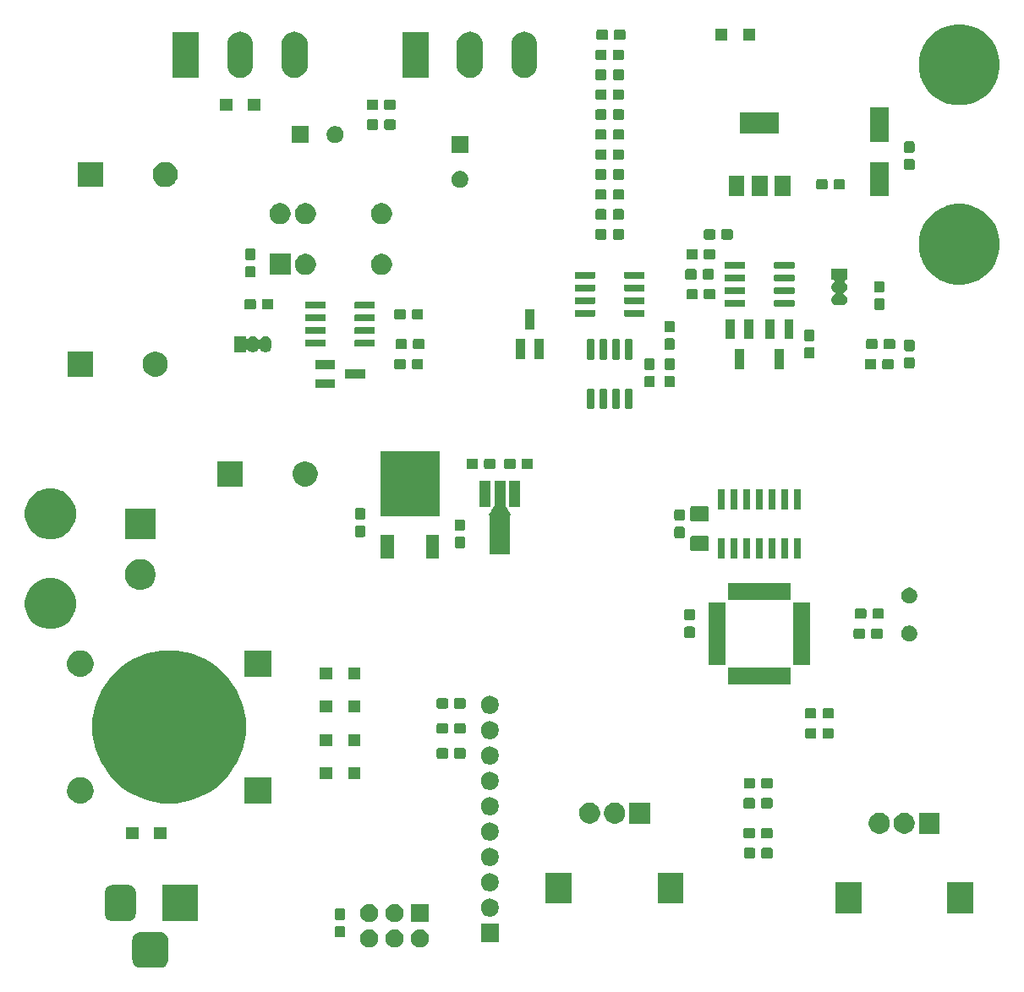
<source format=gbr>
G04 #@! TF.GenerationSoftware,KiCad,Pcbnew,(5.1.5)-3*
G04 #@! TF.CreationDate,2020-06-08T13:02:41+01:00*
G04 #@! TF.ProjectId,25v PSU,32357620-5053-4552-9e6b-696361645f70,rev?*
G04 #@! TF.SameCoordinates,Original*
G04 #@! TF.FileFunction,Soldermask,Top*
G04 #@! TF.FilePolarity,Negative*
%FSLAX46Y46*%
G04 Gerber Fmt 4.6, Leading zero omitted, Abs format (unit mm)*
G04 Created by KiCad (PCBNEW (5.1.5)-3) date 2020-06-08 13:02:41*
%MOMM*%
%LPD*%
G04 APERTURE LIST*
%ADD10C,0.100000*%
G04 APERTURE END LIST*
D10*
G36*
X107126366Y-140915695D02*
G01*
X107283460Y-140963349D01*
X107428231Y-141040731D01*
X107555128Y-141144872D01*
X107659269Y-141271769D01*
X107736651Y-141416540D01*
X107784305Y-141573634D01*
X107801000Y-141743140D01*
X107801000Y-143656860D01*
X107784305Y-143826366D01*
X107736651Y-143983460D01*
X107659269Y-144128231D01*
X107555128Y-144255128D01*
X107428231Y-144359269D01*
X107283460Y-144436651D01*
X107126366Y-144484305D01*
X106956860Y-144501000D01*
X105043140Y-144501000D01*
X104873634Y-144484305D01*
X104716540Y-144436651D01*
X104571769Y-144359269D01*
X104444872Y-144255128D01*
X104340731Y-144128231D01*
X104263349Y-143983460D01*
X104215695Y-143826366D01*
X104199000Y-143656860D01*
X104199000Y-141743140D01*
X104215695Y-141573634D01*
X104263349Y-141416540D01*
X104340731Y-141271769D01*
X104444872Y-141144872D01*
X104571769Y-141040731D01*
X104716540Y-140963349D01*
X104873634Y-140915695D01*
X105043140Y-140899000D01*
X106956860Y-140899000D01*
X107126366Y-140915695D01*
G37*
G36*
X133113512Y-140643927D02*
G01*
X133262812Y-140673624D01*
X133426784Y-140741544D01*
X133574354Y-140840147D01*
X133699853Y-140965646D01*
X133798456Y-141113216D01*
X133866376Y-141277188D01*
X133896073Y-141426488D01*
X133900949Y-141451000D01*
X133901000Y-141451259D01*
X133901000Y-141628741D01*
X133866376Y-141802812D01*
X133798456Y-141966784D01*
X133699853Y-142114354D01*
X133574354Y-142239853D01*
X133426784Y-142338456D01*
X133262812Y-142406376D01*
X133113512Y-142436073D01*
X133088742Y-142441000D01*
X132911258Y-142441000D01*
X132886488Y-142436073D01*
X132737188Y-142406376D01*
X132573216Y-142338456D01*
X132425646Y-142239853D01*
X132300147Y-142114354D01*
X132201544Y-141966784D01*
X132133624Y-141802812D01*
X132099000Y-141628741D01*
X132099000Y-141451259D01*
X132099052Y-141451000D01*
X132103927Y-141426488D01*
X132133624Y-141277188D01*
X132201544Y-141113216D01*
X132300147Y-140965646D01*
X132425646Y-140840147D01*
X132573216Y-140741544D01*
X132737188Y-140673624D01*
X132886488Y-140643927D01*
X132911258Y-140639000D01*
X133088742Y-140639000D01*
X133113512Y-140643927D01*
G37*
G36*
X128033512Y-140643927D02*
G01*
X128182812Y-140673624D01*
X128346784Y-140741544D01*
X128494354Y-140840147D01*
X128619853Y-140965646D01*
X128718456Y-141113216D01*
X128786376Y-141277188D01*
X128816073Y-141426488D01*
X128820949Y-141451000D01*
X128821000Y-141451259D01*
X128821000Y-141628741D01*
X128786376Y-141802812D01*
X128718456Y-141966784D01*
X128619853Y-142114354D01*
X128494354Y-142239853D01*
X128346784Y-142338456D01*
X128182812Y-142406376D01*
X128033512Y-142436073D01*
X128008742Y-142441000D01*
X127831258Y-142441000D01*
X127806488Y-142436073D01*
X127657188Y-142406376D01*
X127493216Y-142338456D01*
X127345646Y-142239853D01*
X127220147Y-142114354D01*
X127121544Y-141966784D01*
X127053624Y-141802812D01*
X127019000Y-141628741D01*
X127019000Y-141451259D01*
X127019052Y-141451000D01*
X127023927Y-141426488D01*
X127053624Y-141277188D01*
X127121544Y-141113216D01*
X127220147Y-140965646D01*
X127345646Y-140840147D01*
X127493216Y-140741544D01*
X127657188Y-140673624D01*
X127806488Y-140643927D01*
X127831258Y-140639000D01*
X128008742Y-140639000D01*
X128033512Y-140643927D01*
G37*
G36*
X130573512Y-140643927D02*
G01*
X130722812Y-140673624D01*
X130886784Y-140741544D01*
X131034354Y-140840147D01*
X131159853Y-140965646D01*
X131258456Y-141113216D01*
X131326376Y-141277188D01*
X131356073Y-141426488D01*
X131360949Y-141451000D01*
X131361000Y-141451259D01*
X131361000Y-141628741D01*
X131326376Y-141802812D01*
X131258456Y-141966784D01*
X131159853Y-142114354D01*
X131034354Y-142239853D01*
X130886784Y-142338456D01*
X130722812Y-142406376D01*
X130573512Y-142436073D01*
X130548742Y-142441000D01*
X130371258Y-142441000D01*
X130346488Y-142436073D01*
X130197188Y-142406376D01*
X130033216Y-142338456D01*
X129885646Y-142239853D01*
X129760147Y-142114354D01*
X129661544Y-141966784D01*
X129593624Y-141802812D01*
X129559000Y-141628741D01*
X129559000Y-141451259D01*
X129559052Y-141451000D01*
X129563927Y-141426488D01*
X129593624Y-141277188D01*
X129661544Y-141113216D01*
X129760147Y-140965646D01*
X129885646Y-140840147D01*
X130033216Y-140741544D01*
X130197188Y-140673624D01*
X130346488Y-140643927D01*
X130371258Y-140639000D01*
X130548742Y-140639000D01*
X130573512Y-140643927D01*
G37*
G36*
X140901000Y-141901000D02*
G01*
X139099000Y-141901000D01*
X139099000Y-140099000D01*
X140901000Y-140099000D01*
X140901000Y-141901000D01*
G37*
G36*
X125364499Y-140303445D02*
G01*
X125401995Y-140314820D01*
X125436554Y-140333292D01*
X125466847Y-140358153D01*
X125491708Y-140388446D01*
X125510180Y-140423005D01*
X125521555Y-140460501D01*
X125526000Y-140505638D01*
X125526000Y-141244362D01*
X125521555Y-141289499D01*
X125510180Y-141326995D01*
X125491708Y-141361554D01*
X125466847Y-141391847D01*
X125436554Y-141416708D01*
X125401995Y-141435180D01*
X125364499Y-141446555D01*
X125319362Y-141451000D01*
X124680638Y-141451000D01*
X124635501Y-141446555D01*
X124598005Y-141435180D01*
X124563446Y-141416708D01*
X124533153Y-141391847D01*
X124508292Y-141361554D01*
X124489820Y-141326995D01*
X124478445Y-141289499D01*
X124474000Y-141244362D01*
X124474000Y-140505638D01*
X124478445Y-140460501D01*
X124489820Y-140423005D01*
X124508292Y-140388446D01*
X124533153Y-140358153D01*
X124563446Y-140333292D01*
X124598005Y-140314820D01*
X124635501Y-140303445D01*
X124680638Y-140299000D01*
X125319362Y-140299000D01*
X125364499Y-140303445D01*
G37*
G36*
X133901000Y-139901000D02*
G01*
X132099000Y-139901000D01*
X132099000Y-138099000D01*
X133901000Y-138099000D01*
X133901000Y-139901000D01*
G37*
G36*
X130573512Y-138103927D02*
G01*
X130722812Y-138133624D01*
X130886784Y-138201544D01*
X131034354Y-138300147D01*
X131159853Y-138425646D01*
X131258456Y-138573216D01*
X131326376Y-138737188D01*
X131361000Y-138911259D01*
X131361000Y-139088741D01*
X131326376Y-139262812D01*
X131258456Y-139426784D01*
X131159853Y-139574354D01*
X131034354Y-139699853D01*
X130886784Y-139798456D01*
X130722812Y-139866376D01*
X130573512Y-139896073D01*
X130548742Y-139901000D01*
X130371258Y-139901000D01*
X130346488Y-139896073D01*
X130197188Y-139866376D01*
X130033216Y-139798456D01*
X129885646Y-139699853D01*
X129760147Y-139574354D01*
X129661544Y-139426784D01*
X129593624Y-139262812D01*
X129559000Y-139088741D01*
X129559000Y-138911259D01*
X129593624Y-138737188D01*
X129661544Y-138573216D01*
X129760147Y-138425646D01*
X129885646Y-138300147D01*
X130033216Y-138201544D01*
X130197188Y-138133624D01*
X130346488Y-138103927D01*
X130371258Y-138099000D01*
X130548742Y-138099000D01*
X130573512Y-138103927D01*
G37*
G36*
X128033512Y-138103927D02*
G01*
X128182812Y-138133624D01*
X128346784Y-138201544D01*
X128494354Y-138300147D01*
X128619853Y-138425646D01*
X128718456Y-138573216D01*
X128786376Y-138737188D01*
X128821000Y-138911259D01*
X128821000Y-139088741D01*
X128786376Y-139262812D01*
X128718456Y-139426784D01*
X128619853Y-139574354D01*
X128494354Y-139699853D01*
X128346784Y-139798456D01*
X128182812Y-139866376D01*
X128033512Y-139896073D01*
X128008742Y-139901000D01*
X127831258Y-139901000D01*
X127806488Y-139896073D01*
X127657188Y-139866376D01*
X127493216Y-139798456D01*
X127345646Y-139699853D01*
X127220147Y-139574354D01*
X127121544Y-139426784D01*
X127053624Y-139262812D01*
X127019000Y-139088741D01*
X127019000Y-138911259D01*
X127053624Y-138737188D01*
X127121544Y-138573216D01*
X127220147Y-138425646D01*
X127345646Y-138300147D01*
X127493216Y-138201544D01*
X127657188Y-138133624D01*
X127806488Y-138103927D01*
X127831258Y-138099000D01*
X128008742Y-138099000D01*
X128033512Y-138103927D01*
G37*
G36*
X110801000Y-139801000D02*
G01*
X107199000Y-139801000D01*
X107199000Y-136199000D01*
X110801000Y-136199000D01*
X110801000Y-139801000D01*
G37*
G36*
X103976979Y-136213293D02*
G01*
X104110625Y-136253834D01*
X104233784Y-136319664D01*
X104341740Y-136408260D01*
X104430336Y-136516216D01*
X104496166Y-136639375D01*
X104536707Y-136773021D01*
X104551000Y-136918140D01*
X104551000Y-139081860D01*
X104536707Y-139226979D01*
X104496166Y-139360625D01*
X104430336Y-139483784D01*
X104341740Y-139591740D01*
X104233784Y-139680336D01*
X104110625Y-139746166D01*
X103976979Y-139786707D01*
X103831860Y-139801000D01*
X102168140Y-139801000D01*
X102023021Y-139786707D01*
X101889375Y-139746166D01*
X101766216Y-139680336D01*
X101658260Y-139591740D01*
X101569664Y-139483784D01*
X101503834Y-139360625D01*
X101463293Y-139226979D01*
X101449000Y-139081860D01*
X101449000Y-136918140D01*
X101463293Y-136773021D01*
X101503834Y-136639375D01*
X101569664Y-136516216D01*
X101658260Y-136408260D01*
X101766216Y-136319664D01*
X101889375Y-136253834D01*
X102023021Y-136213293D01*
X102168140Y-136199000D01*
X103831860Y-136199000D01*
X103976979Y-136213293D01*
G37*
G36*
X125364499Y-138553445D02*
G01*
X125401995Y-138564820D01*
X125436554Y-138583292D01*
X125466847Y-138608153D01*
X125491708Y-138638446D01*
X125510180Y-138673005D01*
X125521555Y-138710501D01*
X125526000Y-138755638D01*
X125526000Y-139494362D01*
X125521555Y-139539499D01*
X125510180Y-139576995D01*
X125491708Y-139611554D01*
X125466847Y-139641847D01*
X125436554Y-139666708D01*
X125401995Y-139685180D01*
X125364499Y-139696555D01*
X125319362Y-139701000D01*
X124680638Y-139701000D01*
X124635501Y-139696555D01*
X124598005Y-139685180D01*
X124563446Y-139666708D01*
X124533153Y-139641847D01*
X124508292Y-139611554D01*
X124489820Y-139576995D01*
X124478445Y-139539499D01*
X124474000Y-139494362D01*
X124474000Y-138755638D01*
X124478445Y-138710501D01*
X124489820Y-138673005D01*
X124508292Y-138638446D01*
X124533153Y-138608153D01*
X124563446Y-138583292D01*
X124598005Y-138564820D01*
X124635501Y-138553445D01*
X124680638Y-138549000D01*
X125319362Y-138549000D01*
X125364499Y-138553445D01*
G37*
G36*
X140113512Y-137563927D02*
G01*
X140262812Y-137593624D01*
X140426784Y-137661544D01*
X140574354Y-137760147D01*
X140699853Y-137885646D01*
X140798456Y-138033216D01*
X140866376Y-138197188D01*
X140886855Y-138300147D01*
X140901000Y-138371258D01*
X140901000Y-138548742D01*
X140897802Y-138564820D01*
X140866376Y-138722812D01*
X140798456Y-138886784D01*
X140699853Y-139034354D01*
X140574354Y-139159853D01*
X140426784Y-139258456D01*
X140262812Y-139326376D01*
X140113512Y-139356073D01*
X140088742Y-139361000D01*
X139911258Y-139361000D01*
X139886488Y-139356073D01*
X139737188Y-139326376D01*
X139573216Y-139258456D01*
X139425646Y-139159853D01*
X139300147Y-139034354D01*
X139201544Y-138886784D01*
X139133624Y-138722812D01*
X139102198Y-138564820D01*
X139099000Y-138548742D01*
X139099000Y-138371258D01*
X139113145Y-138300147D01*
X139133624Y-138197188D01*
X139201544Y-138033216D01*
X139300147Y-137885646D01*
X139425646Y-137760147D01*
X139573216Y-137661544D01*
X139737188Y-137593624D01*
X139886488Y-137563927D01*
X139911258Y-137559000D01*
X140088742Y-137559000D01*
X140113512Y-137563927D01*
G37*
G36*
X177201000Y-139051000D02*
G01*
X174599000Y-139051000D01*
X174599000Y-135949000D01*
X177201000Y-135949000D01*
X177201000Y-139051000D01*
G37*
G36*
X188401000Y-139051000D02*
G01*
X185799000Y-139051000D01*
X185799000Y-135949000D01*
X188401000Y-135949000D01*
X188401000Y-139051000D01*
G37*
G36*
X159401000Y-138051000D02*
G01*
X156799000Y-138051000D01*
X156799000Y-134949000D01*
X159401000Y-134949000D01*
X159401000Y-138051000D01*
G37*
G36*
X148201000Y-138051000D02*
G01*
X145599000Y-138051000D01*
X145599000Y-134949000D01*
X148201000Y-134949000D01*
X148201000Y-138051000D01*
G37*
G36*
X140113512Y-135023927D02*
G01*
X140262812Y-135053624D01*
X140426784Y-135121544D01*
X140574354Y-135220147D01*
X140699853Y-135345646D01*
X140798456Y-135493216D01*
X140866376Y-135657188D01*
X140901000Y-135831259D01*
X140901000Y-136008741D01*
X140866376Y-136182812D01*
X140798456Y-136346784D01*
X140699853Y-136494354D01*
X140574354Y-136619853D01*
X140426784Y-136718456D01*
X140262812Y-136786376D01*
X140113512Y-136816073D01*
X140088742Y-136821000D01*
X139911258Y-136821000D01*
X139886488Y-136816073D01*
X139737188Y-136786376D01*
X139573216Y-136718456D01*
X139425646Y-136619853D01*
X139300147Y-136494354D01*
X139201544Y-136346784D01*
X139133624Y-136182812D01*
X139099000Y-136008741D01*
X139099000Y-135831259D01*
X139133624Y-135657188D01*
X139201544Y-135493216D01*
X139300147Y-135345646D01*
X139425646Y-135220147D01*
X139573216Y-135121544D01*
X139737188Y-135053624D01*
X139886488Y-135023927D01*
X139911258Y-135019000D01*
X140088742Y-135019000D01*
X140113512Y-135023927D01*
G37*
G36*
X140113512Y-132483927D02*
G01*
X140262812Y-132513624D01*
X140426784Y-132581544D01*
X140574354Y-132680147D01*
X140699853Y-132805646D01*
X140798456Y-132953216D01*
X140866376Y-133117188D01*
X140901000Y-133291259D01*
X140901000Y-133468741D01*
X140866376Y-133642812D01*
X140798456Y-133806784D01*
X140699853Y-133954354D01*
X140574354Y-134079853D01*
X140426784Y-134178456D01*
X140262812Y-134246376D01*
X140113512Y-134276073D01*
X140088742Y-134281000D01*
X139911258Y-134281000D01*
X139886488Y-134276073D01*
X139737188Y-134246376D01*
X139573216Y-134178456D01*
X139425646Y-134079853D01*
X139300147Y-133954354D01*
X139201544Y-133806784D01*
X139133624Y-133642812D01*
X139099000Y-133468741D01*
X139099000Y-133291259D01*
X139133624Y-133117188D01*
X139201544Y-132953216D01*
X139300147Y-132805646D01*
X139425646Y-132680147D01*
X139573216Y-132581544D01*
X139737188Y-132513624D01*
X139886488Y-132483927D01*
X139911258Y-132479000D01*
X140088742Y-132479000D01*
X140113512Y-132483927D01*
G37*
G36*
X168164499Y-132478445D02*
G01*
X168201995Y-132489820D01*
X168236554Y-132508292D01*
X168266847Y-132533153D01*
X168291708Y-132563446D01*
X168310180Y-132598005D01*
X168321555Y-132635501D01*
X168326000Y-132680638D01*
X168326000Y-133319362D01*
X168321555Y-133364499D01*
X168310180Y-133401995D01*
X168291708Y-133436554D01*
X168266847Y-133466847D01*
X168236554Y-133491708D01*
X168201995Y-133510180D01*
X168164499Y-133521555D01*
X168119362Y-133526000D01*
X167380638Y-133526000D01*
X167335501Y-133521555D01*
X167298005Y-133510180D01*
X167263446Y-133491708D01*
X167233153Y-133466847D01*
X167208292Y-133436554D01*
X167189820Y-133401995D01*
X167178445Y-133364499D01*
X167174000Y-133319362D01*
X167174000Y-132680638D01*
X167178445Y-132635501D01*
X167189820Y-132598005D01*
X167208292Y-132563446D01*
X167233153Y-132533153D01*
X167263446Y-132508292D01*
X167298005Y-132489820D01*
X167335501Y-132478445D01*
X167380638Y-132474000D01*
X168119362Y-132474000D01*
X168164499Y-132478445D01*
G37*
G36*
X166414499Y-132478445D02*
G01*
X166451995Y-132489820D01*
X166486554Y-132508292D01*
X166516847Y-132533153D01*
X166541708Y-132563446D01*
X166560180Y-132598005D01*
X166571555Y-132635501D01*
X166576000Y-132680638D01*
X166576000Y-133319362D01*
X166571555Y-133364499D01*
X166560180Y-133401995D01*
X166541708Y-133436554D01*
X166516847Y-133466847D01*
X166486554Y-133491708D01*
X166451995Y-133510180D01*
X166414499Y-133521555D01*
X166369362Y-133526000D01*
X165630638Y-133526000D01*
X165585501Y-133521555D01*
X165548005Y-133510180D01*
X165513446Y-133491708D01*
X165483153Y-133466847D01*
X165458292Y-133436554D01*
X165439820Y-133401995D01*
X165428445Y-133364499D01*
X165424000Y-133319362D01*
X165424000Y-132680638D01*
X165428445Y-132635501D01*
X165439820Y-132598005D01*
X165458292Y-132563446D01*
X165483153Y-132533153D01*
X165513446Y-132508292D01*
X165548005Y-132489820D01*
X165585501Y-132478445D01*
X165630638Y-132474000D01*
X166369362Y-132474000D01*
X166414499Y-132478445D01*
G37*
G36*
X140113512Y-129943927D02*
G01*
X140262812Y-129973624D01*
X140426784Y-130041544D01*
X140574354Y-130140147D01*
X140699853Y-130265646D01*
X140798456Y-130413216D01*
X140866376Y-130577188D01*
X140901000Y-130751259D01*
X140901000Y-130928741D01*
X140866376Y-131102812D01*
X140798456Y-131266784D01*
X140699853Y-131414354D01*
X140574354Y-131539853D01*
X140426784Y-131638456D01*
X140262812Y-131706376D01*
X140113512Y-131736073D01*
X140088742Y-131741000D01*
X139911258Y-131741000D01*
X139886488Y-131736073D01*
X139737188Y-131706376D01*
X139573216Y-131638456D01*
X139425646Y-131539853D01*
X139300147Y-131414354D01*
X139201544Y-131266784D01*
X139133624Y-131102812D01*
X139099000Y-130928741D01*
X139099000Y-130751259D01*
X139133624Y-130577188D01*
X139201544Y-130413216D01*
X139300147Y-130265646D01*
X139425646Y-130140147D01*
X139573216Y-130041544D01*
X139737188Y-129973624D01*
X139886488Y-129943927D01*
X139911258Y-129939000D01*
X140088742Y-129939000D01*
X140113512Y-129943927D01*
G37*
G36*
X107601000Y-131601000D02*
G01*
X106399000Y-131601000D01*
X106399000Y-130399000D01*
X107601000Y-130399000D01*
X107601000Y-131601000D01*
G37*
G36*
X104801000Y-131601000D02*
G01*
X103599000Y-131601000D01*
X103599000Y-130399000D01*
X104801000Y-130399000D01*
X104801000Y-131601000D01*
G37*
G36*
X166391999Y-130478445D02*
G01*
X166429495Y-130489820D01*
X166464054Y-130508292D01*
X166494347Y-130533153D01*
X166519208Y-130563446D01*
X166537680Y-130598005D01*
X166549055Y-130635501D01*
X166553500Y-130680638D01*
X166553500Y-131319362D01*
X166549055Y-131364499D01*
X166537680Y-131401995D01*
X166519208Y-131436554D01*
X166494347Y-131466847D01*
X166464054Y-131491708D01*
X166429495Y-131510180D01*
X166391999Y-131521555D01*
X166346862Y-131526000D01*
X165608138Y-131526000D01*
X165563001Y-131521555D01*
X165525505Y-131510180D01*
X165490946Y-131491708D01*
X165460653Y-131466847D01*
X165435792Y-131436554D01*
X165417320Y-131401995D01*
X165405945Y-131364499D01*
X165401500Y-131319362D01*
X165401500Y-130680638D01*
X165405945Y-130635501D01*
X165417320Y-130598005D01*
X165435792Y-130563446D01*
X165460653Y-130533153D01*
X165490946Y-130508292D01*
X165525505Y-130489820D01*
X165563001Y-130478445D01*
X165608138Y-130474000D01*
X166346862Y-130474000D01*
X166391999Y-130478445D01*
G37*
G36*
X168141999Y-130478445D02*
G01*
X168179495Y-130489820D01*
X168214054Y-130508292D01*
X168244347Y-130533153D01*
X168269208Y-130563446D01*
X168287680Y-130598005D01*
X168299055Y-130635501D01*
X168303500Y-130680638D01*
X168303500Y-131319362D01*
X168299055Y-131364499D01*
X168287680Y-131401995D01*
X168269208Y-131436554D01*
X168244347Y-131466847D01*
X168214054Y-131491708D01*
X168179495Y-131510180D01*
X168141999Y-131521555D01*
X168096862Y-131526000D01*
X167358138Y-131526000D01*
X167313001Y-131521555D01*
X167275505Y-131510180D01*
X167240946Y-131491708D01*
X167210653Y-131466847D01*
X167185792Y-131436554D01*
X167167320Y-131401995D01*
X167155945Y-131364499D01*
X167151500Y-131319362D01*
X167151500Y-130680638D01*
X167155945Y-130635501D01*
X167167320Y-130598005D01*
X167185792Y-130563446D01*
X167210653Y-130533153D01*
X167240946Y-130508292D01*
X167275505Y-130489820D01*
X167313001Y-130478445D01*
X167358138Y-130474000D01*
X168096862Y-130474000D01*
X168141999Y-130478445D01*
G37*
G36*
X185051000Y-131051000D02*
G01*
X182949000Y-131051000D01*
X182949000Y-128949000D01*
X185051000Y-128949000D01*
X185051000Y-131051000D01*
G37*
G36*
X179306564Y-128989389D02*
G01*
X179497833Y-129068615D01*
X179497835Y-129068616D01*
X179669973Y-129183635D01*
X179816365Y-129330027D01*
X179928491Y-129497835D01*
X179931385Y-129502167D01*
X180010611Y-129693436D01*
X180051000Y-129896484D01*
X180051000Y-130103516D01*
X180010611Y-130306564D01*
X179941257Y-130474000D01*
X179931384Y-130497835D01*
X179816365Y-130669973D01*
X179669973Y-130816365D01*
X179497835Y-130931384D01*
X179497834Y-130931385D01*
X179497833Y-130931385D01*
X179306564Y-131010611D01*
X179103516Y-131051000D01*
X178896484Y-131051000D01*
X178693436Y-131010611D01*
X178502167Y-130931385D01*
X178502166Y-130931385D01*
X178502165Y-130931384D01*
X178330027Y-130816365D01*
X178183635Y-130669973D01*
X178068616Y-130497835D01*
X178058743Y-130474000D01*
X177989389Y-130306564D01*
X177949000Y-130103516D01*
X177949000Y-129896484D01*
X177989389Y-129693436D01*
X178068615Y-129502167D01*
X178071510Y-129497835D01*
X178183635Y-129330027D01*
X178330027Y-129183635D01*
X178502165Y-129068616D01*
X178502167Y-129068615D01*
X178693436Y-128989389D01*
X178896484Y-128949000D01*
X179103516Y-128949000D01*
X179306564Y-128989389D01*
G37*
G36*
X181806564Y-128989389D02*
G01*
X181997833Y-129068615D01*
X181997835Y-129068616D01*
X182169973Y-129183635D01*
X182316365Y-129330027D01*
X182428491Y-129497835D01*
X182431385Y-129502167D01*
X182510611Y-129693436D01*
X182551000Y-129896484D01*
X182551000Y-130103516D01*
X182510611Y-130306564D01*
X182441257Y-130474000D01*
X182431384Y-130497835D01*
X182316365Y-130669973D01*
X182169973Y-130816365D01*
X181997835Y-130931384D01*
X181997834Y-130931385D01*
X181997833Y-130931385D01*
X181806564Y-131010611D01*
X181603516Y-131051000D01*
X181396484Y-131051000D01*
X181193436Y-131010611D01*
X181002167Y-130931385D01*
X181002166Y-130931385D01*
X181002165Y-130931384D01*
X180830027Y-130816365D01*
X180683635Y-130669973D01*
X180568616Y-130497835D01*
X180558743Y-130474000D01*
X180489389Y-130306564D01*
X180449000Y-130103516D01*
X180449000Y-129896484D01*
X180489389Y-129693436D01*
X180568615Y-129502167D01*
X180571510Y-129497835D01*
X180683635Y-129330027D01*
X180830027Y-129183635D01*
X181002165Y-129068616D01*
X181002167Y-129068615D01*
X181193436Y-128989389D01*
X181396484Y-128949000D01*
X181603516Y-128949000D01*
X181806564Y-128989389D01*
G37*
G36*
X156051000Y-130051000D02*
G01*
X153949000Y-130051000D01*
X153949000Y-127949000D01*
X156051000Y-127949000D01*
X156051000Y-130051000D01*
G37*
G36*
X150306564Y-127989389D02*
G01*
X150497833Y-128068615D01*
X150497835Y-128068616D01*
X150669973Y-128183635D01*
X150816365Y-128330027D01*
X150895840Y-128448969D01*
X150931385Y-128502167D01*
X151010611Y-128693436D01*
X151051000Y-128896484D01*
X151051000Y-129103516D01*
X151010611Y-129306564D01*
X151000892Y-129330027D01*
X150931384Y-129497835D01*
X150816365Y-129669973D01*
X150669973Y-129816365D01*
X150497835Y-129931384D01*
X150497834Y-129931385D01*
X150497833Y-129931385D01*
X150306564Y-130010611D01*
X150103516Y-130051000D01*
X149896484Y-130051000D01*
X149693436Y-130010611D01*
X149502167Y-129931385D01*
X149502166Y-129931385D01*
X149502165Y-129931384D01*
X149330027Y-129816365D01*
X149183635Y-129669973D01*
X149068616Y-129497835D01*
X148999108Y-129330027D01*
X148989389Y-129306564D01*
X148949000Y-129103516D01*
X148949000Y-128896484D01*
X148989389Y-128693436D01*
X149068615Y-128502167D01*
X149104161Y-128448969D01*
X149183635Y-128330027D01*
X149330027Y-128183635D01*
X149502165Y-128068616D01*
X149502167Y-128068615D01*
X149693436Y-127989389D01*
X149896484Y-127949000D01*
X150103516Y-127949000D01*
X150306564Y-127989389D01*
G37*
G36*
X152806564Y-127989389D02*
G01*
X152997833Y-128068615D01*
X152997835Y-128068616D01*
X153169973Y-128183635D01*
X153316365Y-128330027D01*
X153395840Y-128448969D01*
X153431385Y-128502167D01*
X153510611Y-128693436D01*
X153551000Y-128896484D01*
X153551000Y-129103516D01*
X153510611Y-129306564D01*
X153500892Y-129330027D01*
X153431384Y-129497835D01*
X153316365Y-129669973D01*
X153169973Y-129816365D01*
X152997835Y-129931384D01*
X152997834Y-129931385D01*
X152997833Y-129931385D01*
X152806564Y-130010611D01*
X152603516Y-130051000D01*
X152396484Y-130051000D01*
X152193436Y-130010611D01*
X152002167Y-129931385D01*
X152002166Y-129931385D01*
X152002165Y-129931384D01*
X151830027Y-129816365D01*
X151683635Y-129669973D01*
X151568616Y-129497835D01*
X151499108Y-129330027D01*
X151489389Y-129306564D01*
X151449000Y-129103516D01*
X151449000Y-128896484D01*
X151489389Y-128693436D01*
X151568615Y-128502167D01*
X151604161Y-128448969D01*
X151683635Y-128330027D01*
X151830027Y-128183635D01*
X152002165Y-128068616D01*
X152002167Y-128068615D01*
X152193436Y-127989389D01*
X152396484Y-127949000D01*
X152603516Y-127949000D01*
X152806564Y-127989389D01*
G37*
G36*
X140113512Y-127403927D02*
G01*
X140262812Y-127433624D01*
X140426784Y-127501544D01*
X140574354Y-127600147D01*
X140699853Y-127725646D01*
X140798456Y-127873216D01*
X140866376Y-128037188D01*
X140901000Y-128211259D01*
X140901000Y-128388741D01*
X140866376Y-128562812D01*
X140798456Y-128726784D01*
X140699853Y-128874354D01*
X140574354Y-128999853D01*
X140426784Y-129098456D01*
X140262812Y-129166376D01*
X140113512Y-129196073D01*
X140088742Y-129201000D01*
X139911258Y-129201000D01*
X139886488Y-129196073D01*
X139737188Y-129166376D01*
X139573216Y-129098456D01*
X139425646Y-128999853D01*
X139300147Y-128874354D01*
X139201544Y-128726784D01*
X139133624Y-128562812D01*
X139099000Y-128388741D01*
X139099000Y-128211259D01*
X139133624Y-128037188D01*
X139201544Y-127873216D01*
X139300147Y-127725646D01*
X139425646Y-127600147D01*
X139573216Y-127501544D01*
X139737188Y-127433624D01*
X139886488Y-127403927D01*
X139911258Y-127399000D01*
X140088742Y-127399000D01*
X140113512Y-127403927D01*
G37*
G36*
X166391999Y-127478445D02*
G01*
X166429495Y-127489820D01*
X166464054Y-127508292D01*
X166494347Y-127533153D01*
X166519208Y-127563446D01*
X166537680Y-127598005D01*
X166549055Y-127635501D01*
X166553500Y-127680638D01*
X166553500Y-128319362D01*
X166549055Y-128364499D01*
X166537680Y-128401995D01*
X166519208Y-128436554D01*
X166494347Y-128466847D01*
X166464054Y-128491708D01*
X166429495Y-128510180D01*
X166391999Y-128521555D01*
X166346862Y-128526000D01*
X165608138Y-128526000D01*
X165563001Y-128521555D01*
X165525505Y-128510180D01*
X165490946Y-128491708D01*
X165460653Y-128466847D01*
X165435792Y-128436554D01*
X165417320Y-128401995D01*
X165405945Y-128364499D01*
X165401500Y-128319362D01*
X165401500Y-127680638D01*
X165405945Y-127635501D01*
X165417320Y-127598005D01*
X165435792Y-127563446D01*
X165460653Y-127533153D01*
X165490946Y-127508292D01*
X165525505Y-127489820D01*
X165563001Y-127478445D01*
X165608138Y-127474000D01*
X166346862Y-127474000D01*
X166391999Y-127478445D01*
G37*
G36*
X168141999Y-127478445D02*
G01*
X168179495Y-127489820D01*
X168214054Y-127508292D01*
X168244347Y-127533153D01*
X168269208Y-127563446D01*
X168287680Y-127598005D01*
X168299055Y-127635501D01*
X168303500Y-127680638D01*
X168303500Y-128319362D01*
X168299055Y-128364499D01*
X168287680Y-128401995D01*
X168269208Y-128436554D01*
X168244347Y-128466847D01*
X168214054Y-128491708D01*
X168179495Y-128510180D01*
X168141999Y-128521555D01*
X168096862Y-128526000D01*
X167358138Y-128526000D01*
X167313001Y-128521555D01*
X167275505Y-128510180D01*
X167240946Y-128491708D01*
X167210653Y-128466847D01*
X167185792Y-128436554D01*
X167167320Y-128401995D01*
X167155945Y-128364499D01*
X167151500Y-128319362D01*
X167151500Y-127680638D01*
X167155945Y-127635501D01*
X167167320Y-127598005D01*
X167185792Y-127563446D01*
X167210653Y-127533153D01*
X167240946Y-127508292D01*
X167275505Y-127489820D01*
X167313001Y-127478445D01*
X167358138Y-127474000D01*
X168096862Y-127474000D01*
X168141999Y-127478445D01*
G37*
G36*
X110127547Y-112973791D02*
G01*
X111523580Y-113552047D01*
X111940480Y-113830611D01*
X112779978Y-114391545D01*
X113848455Y-115460022D01*
X113942653Y-115601000D01*
X114687953Y-116716420D01*
X115266209Y-118112453D01*
X115561000Y-119594471D01*
X115561000Y-121105529D01*
X115266209Y-122587547D01*
X114687953Y-123983580D01*
X114619267Y-124086376D01*
X113848455Y-125239978D01*
X112779978Y-126308455D01*
X111999270Y-126830107D01*
X111523580Y-127147953D01*
X110127547Y-127726209D01*
X108645529Y-128021000D01*
X107134471Y-128021000D01*
X105652453Y-127726209D01*
X104256420Y-127147953D01*
X103780730Y-126830107D01*
X103000022Y-126308455D01*
X101931545Y-125239978D01*
X101160733Y-124086376D01*
X101092047Y-123983580D01*
X100513791Y-122587547D01*
X100219000Y-121105529D01*
X100219000Y-119594471D01*
X100513791Y-118112453D01*
X101092047Y-116716420D01*
X101837347Y-115601000D01*
X101931545Y-115460022D01*
X103000022Y-114391545D01*
X103839520Y-113830611D01*
X104256420Y-113552047D01*
X105652453Y-112973791D01*
X107134471Y-112679000D01*
X108645529Y-112679000D01*
X110127547Y-112973791D01*
G37*
G36*
X99257714Y-125404382D02*
G01*
X99385322Y-125429765D01*
X99492114Y-125474000D01*
X99625727Y-125529344D01*
X99658184Y-125551031D01*
X99842089Y-125673912D01*
X100026088Y-125857911D01*
X100122685Y-126002479D01*
X100170656Y-126074273D01*
X100211903Y-126173852D01*
X100270235Y-126314678D01*
X100294477Y-126436554D01*
X100309123Y-126510180D01*
X100321000Y-126569893D01*
X100321000Y-126830107D01*
X100270235Y-127085322D01*
X100244292Y-127147953D01*
X100170656Y-127325727D01*
X100170655Y-127325728D01*
X100026088Y-127542089D01*
X99842089Y-127726088D01*
X99697521Y-127822685D01*
X99625727Y-127870656D01*
X99526148Y-127911903D01*
X99385322Y-127970235D01*
X99257714Y-127995618D01*
X99130109Y-128021000D01*
X98869891Y-128021000D01*
X98742286Y-127995618D01*
X98614678Y-127970235D01*
X98473852Y-127911903D01*
X98374273Y-127870656D01*
X98302479Y-127822685D01*
X98157911Y-127726088D01*
X97973912Y-127542089D01*
X97829345Y-127325728D01*
X97829344Y-127325727D01*
X97755708Y-127147953D01*
X97729765Y-127085322D01*
X97679000Y-126830107D01*
X97679000Y-126569893D01*
X97690878Y-126510180D01*
X97705523Y-126436554D01*
X97729765Y-126314678D01*
X97788097Y-126173852D01*
X97829344Y-126074273D01*
X97877315Y-126002479D01*
X97973912Y-125857911D01*
X98157911Y-125673912D01*
X98341816Y-125551031D01*
X98374273Y-125529344D01*
X98507886Y-125474000D01*
X98614678Y-125429765D01*
X98742286Y-125404382D01*
X98869891Y-125379000D01*
X99130109Y-125379000D01*
X99257714Y-125404382D01*
G37*
G36*
X118101000Y-128021000D02*
G01*
X115459000Y-128021000D01*
X115459000Y-125379000D01*
X118101000Y-125379000D01*
X118101000Y-128021000D01*
G37*
G36*
X140113512Y-124863927D02*
G01*
X140262812Y-124893624D01*
X140426784Y-124961544D01*
X140574354Y-125060147D01*
X140699853Y-125185646D01*
X140798456Y-125333216D01*
X140866376Y-125497188D01*
X140901000Y-125671259D01*
X140901000Y-125848741D01*
X140866376Y-126022812D01*
X140798456Y-126186784D01*
X140699853Y-126334354D01*
X140574354Y-126459853D01*
X140426784Y-126558456D01*
X140262812Y-126626376D01*
X140113512Y-126656073D01*
X140088742Y-126661000D01*
X139911258Y-126661000D01*
X139886488Y-126656073D01*
X139737188Y-126626376D01*
X139573216Y-126558456D01*
X139425646Y-126459853D01*
X139300147Y-126334354D01*
X139201544Y-126186784D01*
X139133624Y-126022812D01*
X139099000Y-125848741D01*
X139099000Y-125671259D01*
X139133624Y-125497188D01*
X139201544Y-125333216D01*
X139300147Y-125185646D01*
X139425646Y-125060147D01*
X139573216Y-124961544D01*
X139737188Y-124893624D01*
X139886488Y-124863927D01*
X139911258Y-124859000D01*
X140088742Y-124859000D01*
X140113512Y-124863927D01*
G37*
G36*
X168164499Y-125478445D02*
G01*
X168201995Y-125489820D01*
X168236554Y-125508292D01*
X168266847Y-125533153D01*
X168291708Y-125563446D01*
X168310180Y-125598005D01*
X168321555Y-125635501D01*
X168326000Y-125680638D01*
X168326000Y-126319362D01*
X168321555Y-126364499D01*
X168310180Y-126401995D01*
X168291708Y-126436554D01*
X168266847Y-126466847D01*
X168236554Y-126491708D01*
X168201995Y-126510180D01*
X168164499Y-126521555D01*
X168119362Y-126526000D01*
X167380638Y-126526000D01*
X167335501Y-126521555D01*
X167298005Y-126510180D01*
X167263446Y-126491708D01*
X167233153Y-126466847D01*
X167208292Y-126436554D01*
X167189820Y-126401995D01*
X167178445Y-126364499D01*
X167174000Y-126319362D01*
X167174000Y-125680638D01*
X167178445Y-125635501D01*
X167189820Y-125598005D01*
X167208292Y-125563446D01*
X167233153Y-125533153D01*
X167263446Y-125508292D01*
X167298005Y-125489820D01*
X167335501Y-125478445D01*
X167380638Y-125474000D01*
X168119362Y-125474000D01*
X168164499Y-125478445D01*
G37*
G36*
X166414499Y-125478445D02*
G01*
X166451995Y-125489820D01*
X166486554Y-125508292D01*
X166516847Y-125533153D01*
X166541708Y-125563446D01*
X166560180Y-125598005D01*
X166571555Y-125635501D01*
X166576000Y-125680638D01*
X166576000Y-126319362D01*
X166571555Y-126364499D01*
X166560180Y-126401995D01*
X166541708Y-126436554D01*
X166516847Y-126466847D01*
X166486554Y-126491708D01*
X166451995Y-126510180D01*
X166414499Y-126521555D01*
X166369362Y-126526000D01*
X165630638Y-126526000D01*
X165585501Y-126521555D01*
X165548005Y-126510180D01*
X165513446Y-126491708D01*
X165483153Y-126466847D01*
X165458292Y-126436554D01*
X165439820Y-126401995D01*
X165428445Y-126364499D01*
X165424000Y-126319362D01*
X165424000Y-125680638D01*
X165428445Y-125635501D01*
X165439820Y-125598005D01*
X165458292Y-125563446D01*
X165483153Y-125533153D01*
X165513446Y-125508292D01*
X165548005Y-125489820D01*
X165585501Y-125478445D01*
X165630638Y-125474000D01*
X166369362Y-125474000D01*
X166414499Y-125478445D01*
G37*
G36*
X124201000Y-125601000D02*
G01*
X122999000Y-125601000D01*
X122999000Y-124399000D01*
X124201000Y-124399000D01*
X124201000Y-125601000D01*
G37*
G36*
X127001000Y-125601000D02*
G01*
X125799000Y-125601000D01*
X125799000Y-124399000D01*
X127001000Y-124399000D01*
X127001000Y-125601000D01*
G37*
G36*
X140113512Y-122323927D02*
G01*
X140262812Y-122353624D01*
X140426784Y-122421544D01*
X140574354Y-122520147D01*
X140699853Y-122645646D01*
X140798456Y-122793216D01*
X140866376Y-122957188D01*
X140896073Y-123106488D01*
X140901000Y-123131258D01*
X140901000Y-123308742D01*
X140896073Y-123333512D01*
X140866376Y-123482812D01*
X140798456Y-123646784D01*
X140699853Y-123794354D01*
X140574354Y-123919853D01*
X140426784Y-124018456D01*
X140262812Y-124086376D01*
X140113512Y-124116073D01*
X140088742Y-124121000D01*
X139911258Y-124121000D01*
X139886488Y-124116073D01*
X139737188Y-124086376D01*
X139573216Y-124018456D01*
X139425646Y-123919853D01*
X139300147Y-123794354D01*
X139201544Y-123646784D01*
X139133624Y-123482812D01*
X139103927Y-123333512D01*
X139099000Y-123308742D01*
X139099000Y-123131258D01*
X139103927Y-123106488D01*
X139133624Y-122957188D01*
X139201544Y-122793216D01*
X139300147Y-122645646D01*
X139425646Y-122520147D01*
X139573216Y-122421544D01*
X139737188Y-122353624D01*
X139886488Y-122323927D01*
X139911258Y-122319000D01*
X140088742Y-122319000D01*
X140113512Y-122323927D01*
G37*
G36*
X137414499Y-122478445D02*
G01*
X137451995Y-122489820D01*
X137486554Y-122508292D01*
X137516847Y-122533153D01*
X137541708Y-122563446D01*
X137560180Y-122598005D01*
X137571555Y-122635501D01*
X137576000Y-122680638D01*
X137576000Y-123319362D01*
X137571555Y-123364499D01*
X137560180Y-123401995D01*
X137541708Y-123436554D01*
X137516847Y-123466847D01*
X137486554Y-123491708D01*
X137451995Y-123510180D01*
X137414499Y-123521555D01*
X137369362Y-123526000D01*
X136630638Y-123526000D01*
X136585501Y-123521555D01*
X136548005Y-123510180D01*
X136513446Y-123491708D01*
X136483153Y-123466847D01*
X136458292Y-123436554D01*
X136439820Y-123401995D01*
X136428445Y-123364499D01*
X136424000Y-123319362D01*
X136424000Y-122680638D01*
X136428445Y-122635501D01*
X136439820Y-122598005D01*
X136458292Y-122563446D01*
X136483153Y-122533153D01*
X136513446Y-122508292D01*
X136548005Y-122489820D01*
X136585501Y-122478445D01*
X136630638Y-122474000D01*
X137369362Y-122474000D01*
X137414499Y-122478445D01*
G37*
G36*
X135664499Y-122478445D02*
G01*
X135701995Y-122489820D01*
X135736554Y-122508292D01*
X135766847Y-122533153D01*
X135791708Y-122563446D01*
X135810180Y-122598005D01*
X135821555Y-122635501D01*
X135826000Y-122680638D01*
X135826000Y-123319362D01*
X135821555Y-123364499D01*
X135810180Y-123401995D01*
X135791708Y-123436554D01*
X135766847Y-123466847D01*
X135736554Y-123491708D01*
X135701995Y-123510180D01*
X135664499Y-123521555D01*
X135619362Y-123526000D01*
X134880638Y-123526000D01*
X134835501Y-123521555D01*
X134798005Y-123510180D01*
X134763446Y-123491708D01*
X134733153Y-123466847D01*
X134708292Y-123436554D01*
X134689820Y-123401995D01*
X134678445Y-123364499D01*
X134674000Y-123319362D01*
X134674000Y-122680638D01*
X134678445Y-122635501D01*
X134689820Y-122598005D01*
X134708292Y-122563446D01*
X134733153Y-122533153D01*
X134763446Y-122508292D01*
X134798005Y-122489820D01*
X134835501Y-122478445D01*
X134880638Y-122474000D01*
X135619362Y-122474000D01*
X135664499Y-122478445D01*
G37*
G36*
X127001000Y-122267666D02*
G01*
X125799000Y-122267666D01*
X125799000Y-121065666D01*
X127001000Y-121065666D01*
X127001000Y-122267666D01*
G37*
G36*
X124201000Y-122267666D02*
G01*
X122999000Y-122267666D01*
X122999000Y-121065666D01*
X124201000Y-121065666D01*
X124201000Y-122267666D01*
G37*
G36*
X140113512Y-119783927D02*
G01*
X140262812Y-119813624D01*
X140426784Y-119881544D01*
X140574354Y-119980147D01*
X140699853Y-120105646D01*
X140798456Y-120253216D01*
X140866376Y-120417188D01*
X140901000Y-120591259D01*
X140901000Y-120768741D01*
X140866376Y-120942812D01*
X140798456Y-121106784D01*
X140699853Y-121254354D01*
X140574354Y-121379853D01*
X140426784Y-121478456D01*
X140262812Y-121546376D01*
X140113512Y-121576073D01*
X140088742Y-121581000D01*
X139911258Y-121581000D01*
X139886488Y-121576073D01*
X139737188Y-121546376D01*
X139573216Y-121478456D01*
X139425646Y-121379853D01*
X139300147Y-121254354D01*
X139201544Y-121106784D01*
X139133624Y-120942812D01*
X139099000Y-120768741D01*
X139099000Y-120591259D01*
X139133624Y-120417188D01*
X139201544Y-120253216D01*
X139300147Y-120105646D01*
X139425646Y-119980147D01*
X139573216Y-119881544D01*
X139737188Y-119813624D01*
X139886488Y-119783927D01*
X139911258Y-119779000D01*
X140088742Y-119779000D01*
X140113512Y-119783927D01*
G37*
G36*
X174289499Y-120478445D02*
G01*
X174326995Y-120489820D01*
X174361554Y-120508292D01*
X174391847Y-120533153D01*
X174416708Y-120563446D01*
X174435180Y-120598005D01*
X174446555Y-120635501D01*
X174451000Y-120680638D01*
X174451000Y-121319362D01*
X174446555Y-121364499D01*
X174435180Y-121401995D01*
X174416708Y-121436554D01*
X174391847Y-121466847D01*
X174361554Y-121491708D01*
X174326995Y-121510180D01*
X174289499Y-121521555D01*
X174244362Y-121526000D01*
X173505638Y-121526000D01*
X173460501Y-121521555D01*
X173423005Y-121510180D01*
X173388446Y-121491708D01*
X173358153Y-121466847D01*
X173333292Y-121436554D01*
X173314820Y-121401995D01*
X173303445Y-121364499D01*
X173299000Y-121319362D01*
X173299000Y-120680638D01*
X173303445Y-120635501D01*
X173314820Y-120598005D01*
X173333292Y-120563446D01*
X173358153Y-120533153D01*
X173388446Y-120508292D01*
X173423005Y-120489820D01*
X173460501Y-120478445D01*
X173505638Y-120474000D01*
X174244362Y-120474000D01*
X174289499Y-120478445D01*
G37*
G36*
X172539499Y-120478445D02*
G01*
X172576995Y-120489820D01*
X172611554Y-120508292D01*
X172641847Y-120533153D01*
X172666708Y-120563446D01*
X172685180Y-120598005D01*
X172696555Y-120635501D01*
X172701000Y-120680638D01*
X172701000Y-121319362D01*
X172696555Y-121364499D01*
X172685180Y-121401995D01*
X172666708Y-121436554D01*
X172641847Y-121466847D01*
X172611554Y-121491708D01*
X172576995Y-121510180D01*
X172539499Y-121521555D01*
X172494362Y-121526000D01*
X171755638Y-121526000D01*
X171710501Y-121521555D01*
X171673005Y-121510180D01*
X171638446Y-121491708D01*
X171608153Y-121466847D01*
X171583292Y-121436554D01*
X171564820Y-121401995D01*
X171553445Y-121364499D01*
X171549000Y-121319362D01*
X171549000Y-120680638D01*
X171553445Y-120635501D01*
X171564820Y-120598005D01*
X171583292Y-120563446D01*
X171608153Y-120533153D01*
X171638446Y-120508292D01*
X171673005Y-120489820D01*
X171710501Y-120478445D01*
X171755638Y-120474000D01*
X172494362Y-120474000D01*
X172539499Y-120478445D01*
G37*
G36*
X135664499Y-119978445D02*
G01*
X135701995Y-119989820D01*
X135736554Y-120008292D01*
X135766847Y-120033153D01*
X135791708Y-120063446D01*
X135810180Y-120098005D01*
X135821555Y-120135501D01*
X135826000Y-120180638D01*
X135826000Y-120819362D01*
X135821555Y-120864499D01*
X135810180Y-120901995D01*
X135791708Y-120936554D01*
X135766847Y-120966847D01*
X135736554Y-120991708D01*
X135701995Y-121010180D01*
X135664499Y-121021555D01*
X135619362Y-121026000D01*
X134880638Y-121026000D01*
X134835501Y-121021555D01*
X134798005Y-121010180D01*
X134763446Y-120991708D01*
X134733153Y-120966847D01*
X134708292Y-120936554D01*
X134689820Y-120901995D01*
X134678445Y-120864499D01*
X134674000Y-120819362D01*
X134674000Y-120180638D01*
X134678445Y-120135501D01*
X134689820Y-120098005D01*
X134708292Y-120063446D01*
X134733153Y-120033153D01*
X134763446Y-120008292D01*
X134798005Y-119989820D01*
X134835501Y-119978445D01*
X134880638Y-119974000D01*
X135619362Y-119974000D01*
X135664499Y-119978445D01*
G37*
G36*
X137414499Y-119978445D02*
G01*
X137451995Y-119989820D01*
X137486554Y-120008292D01*
X137516847Y-120033153D01*
X137541708Y-120063446D01*
X137560180Y-120098005D01*
X137571555Y-120135501D01*
X137576000Y-120180638D01*
X137576000Y-120819362D01*
X137571555Y-120864499D01*
X137560180Y-120901995D01*
X137541708Y-120936554D01*
X137516847Y-120966847D01*
X137486554Y-120991708D01*
X137451995Y-121010180D01*
X137414499Y-121021555D01*
X137369362Y-121026000D01*
X136630638Y-121026000D01*
X136585501Y-121021555D01*
X136548005Y-121010180D01*
X136513446Y-120991708D01*
X136483153Y-120966847D01*
X136458292Y-120936554D01*
X136439820Y-120901995D01*
X136428445Y-120864499D01*
X136424000Y-120819362D01*
X136424000Y-120180638D01*
X136428445Y-120135501D01*
X136439820Y-120098005D01*
X136458292Y-120063446D01*
X136483153Y-120033153D01*
X136513446Y-120008292D01*
X136548005Y-119989820D01*
X136585501Y-119978445D01*
X136630638Y-119974000D01*
X137369362Y-119974000D01*
X137414499Y-119978445D01*
G37*
G36*
X174289499Y-118478445D02*
G01*
X174326995Y-118489820D01*
X174361554Y-118508292D01*
X174391847Y-118533153D01*
X174416708Y-118563446D01*
X174435180Y-118598005D01*
X174446555Y-118635501D01*
X174451000Y-118680638D01*
X174451000Y-119319362D01*
X174446555Y-119364499D01*
X174435180Y-119401995D01*
X174416708Y-119436554D01*
X174391847Y-119466847D01*
X174361554Y-119491708D01*
X174326995Y-119510180D01*
X174289499Y-119521555D01*
X174244362Y-119526000D01*
X173505638Y-119526000D01*
X173460501Y-119521555D01*
X173423005Y-119510180D01*
X173388446Y-119491708D01*
X173358153Y-119466847D01*
X173333292Y-119436554D01*
X173314820Y-119401995D01*
X173303445Y-119364499D01*
X173299000Y-119319362D01*
X173299000Y-118680638D01*
X173303445Y-118635501D01*
X173314820Y-118598005D01*
X173333292Y-118563446D01*
X173358153Y-118533153D01*
X173388446Y-118508292D01*
X173423005Y-118489820D01*
X173460501Y-118478445D01*
X173505638Y-118474000D01*
X174244362Y-118474000D01*
X174289499Y-118478445D01*
G37*
G36*
X172539499Y-118478445D02*
G01*
X172576995Y-118489820D01*
X172611554Y-118508292D01*
X172641847Y-118533153D01*
X172666708Y-118563446D01*
X172685180Y-118598005D01*
X172696555Y-118635501D01*
X172701000Y-118680638D01*
X172701000Y-119319362D01*
X172696555Y-119364499D01*
X172685180Y-119401995D01*
X172666708Y-119436554D01*
X172641847Y-119466847D01*
X172611554Y-119491708D01*
X172576995Y-119510180D01*
X172539499Y-119521555D01*
X172494362Y-119526000D01*
X171755638Y-119526000D01*
X171710501Y-119521555D01*
X171673005Y-119510180D01*
X171638446Y-119491708D01*
X171608153Y-119466847D01*
X171583292Y-119436554D01*
X171564820Y-119401995D01*
X171553445Y-119364499D01*
X171549000Y-119319362D01*
X171549000Y-118680638D01*
X171553445Y-118635501D01*
X171564820Y-118598005D01*
X171583292Y-118563446D01*
X171608153Y-118533153D01*
X171638446Y-118508292D01*
X171673005Y-118489820D01*
X171710501Y-118478445D01*
X171755638Y-118474000D01*
X172494362Y-118474000D01*
X172539499Y-118478445D01*
G37*
G36*
X140113512Y-117243927D02*
G01*
X140262812Y-117273624D01*
X140426784Y-117341544D01*
X140574354Y-117440147D01*
X140699853Y-117565646D01*
X140798456Y-117713216D01*
X140866376Y-117877188D01*
X140901000Y-118051259D01*
X140901000Y-118228741D01*
X140866376Y-118402812D01*
X140798456Y-118566784D01*
X140699853Y-118714354D01*
X140574354Y-118839853D01*
X140426784Y-118938456D01*
X140262812Y-119006376D01*
X140113512Y-119036073D01*
X140088742Y-119041000D01*
X139911258Y-119041000D01*
X139886488Y-119036073D01*
X139737188Y-119006376D01*
X139573216Y-118938456D01*
X139425646Y-118839853D01*
X139300147Y-118714354D01*
X139201544Y-118566784D01*
X139133624Y-118402812D01*
X139099000Y-118228741D01*
X139099000Y-118051259D01*
X139133624Y-117877188D01*
X139201544Y-117713216D01*
X139300147Y-117565646D01*
X139425646Y-117440147D01*
X139573216Y-117341544D01*
X139737188Y-117273624D01*
X139886488Y-117243927D01*
X139911258Y-117239000D01*
X140088742Y-117239000D01*
X140113512Y-117243927D01*
G37*
G36*
X127001000Y-118934333D02*
G01*
X125799000Y-118934333D01*
X125799000Y-117732333D01*
X127001000Y-117732333D01*
X127001000Y-118934333D01*
G37*
G36*
X124201000Y-118934333D02*
G01*
X122999000Y-118934333D01*
X122999000Y-117732333D01*
X124201000Y-117732333D01*
X124201000Y-118934333D01*
G37*
G36*
X135664499Y-117478445D02*
G01*
X135701995Y-117489820D01*
X135736554Y-117508292D01*
X135766847Y-117533153D01*
X135791708Y-117563446D01*
X135810180Y-117598005D01*
X135821555Y-117635501D01*
X135826000Y-117680638D01*
X135826000Y-118319362D01*
X135821555Y-118364499D01*
X135810180Y-118401995D01*
X135791708Y-118436554D01*
X135766847Y-118466847D01*
X135736554Y-118491708D01*
X135701995Y-118510180D01*
X135664499Y-118521555D01*
X135619362Y-118526000D01*
X134880638Y-118526000D01*
X134835501Y-118521555D01*
X134798005Y-118510180D01*
X134763446Y-118491708D01*
X134733153Y-118466847D01*
X134708292Y-118436554D01*
X134689820Y-118401995D01*
X134678445Y-118364499D01*
X134674000Y-118319362D01*
X134674000Y-117680638D01*
X134678445Y-117635501D01*
X134689820Y-117598005D01*
X134708292Y-117563446D01*
X134733153Y-117533153D01*
X134763446Y-117508292D01*
X134798005Y-117489820D01*
X134835501Y-117478445D01*
X134880638Y-117474000D01*
X135619362Y-117474000D01*
X135664499Y-117478445D01*
G37*
G36*
X137414499Y-117478445D02*
G01*
X137451995Y-117489820D01*
X137486554Y-117508292D01*
X137516847Y-117533153D01*
X137541708Y-117563446D01*
X137560180Y-117598005D01*
X137571555Y-117635501D01*
X137576000Y-117680638D01*
X137576000Y-118319362D01*
X137571555Y-118364499D01*
X137560180Y-118401995D01*
X137541708Y-118436554D01*
X137516847Y-118466847D01*
X137486554Y-118491708D01*
X137451995Y-118510180D01*
X137414499Y-118521555D01*
X137369362Y-118526000D01*
X136630638Y-118526000D01*
X136585501Y-118521555D01*
X136548005Y-118510180D01*
X136513446Y-118491708D01*
X136483153Y-118466847D01*
X136458292Y-118436554D01*
X136439820Y-118401995D01*
X136428445Y-118364499D01*
X136424000Y-118319362D01*
X136424000Y-117680638D01*
X136428445Y-117635501D01*
X136439820Y-117598005D01*
X136458292Y-117563446D01*
X136483153Y-117533153D01*
X136513446Y-117508292D01*
X136548005Y-117489820D01*
X136585501Y-117478445D01*
X136630638Y-117474000D01*
X137369362Y-117474000D01*
X137414499Y-117478445D01*
G37*
G36*
X170126000Y-116101000D02*
G01*
X163874000Y-116101000D01*
X163874000Y-114399000D01*
X170126000Y-114399000D01*
X170126000Y-116101000D01*
G37*
G36*
X127001000Y-115601000D02*
G01*
X125799000Y-115601000D01*
X125799000Y-114399000D01*
X127001000Y-114399000D01*
X127001000Y-115601000D01*
G37*
G36*
X124201000Y-115601000D02*
G01*
X122999000Y-115601000D01*
X122999000Y-114399000D01*
X124201000Y-114399000D01*
X124201000Y-115601000D01*
G37*
G36*
X118101000Y-115321000D02*
G01*
X115459000Y-115321000D01*
X115459000Y-112679000D01*
X118101000Y-112679000D01*
X118101000Y-115321000D01*
G37*
G36*
X99257715Y-112704383D02*
G01*
X99385322Y-112729765D01*
X99526148Y-112788097D01*
X99625727Y-112829344D01*
X99625728Y-112829345D01*
X99842089Y-112973912D01*
X100026088Y-113157911D01*
X100122685Y-113302479D01*
X100170656Y-113374273D01*
X100211903Y-113473852D01*
X100270235Y-113614678D01*
X100321000Y-113869893D01*
X100321000Y-114130107D01*
X100270235Y-114385322D01*
X100267657Y-114391545D01*
X100170656Y-114625727D01*
X100170655Y-114625728D01*
X100026088Y-114842089D01*
X99842089Y-115026088D01*
X99697521Y-115122685D01*
X99625727Y-115170656D01*
X99526148Y-115211903D01*
X99385322Y-115270235D01*
X99257715Y-115295617D01*
X99130109Y-115321000D01*
X98869891Y-115321000D01*
X98742285Y-115295617D01*
X98614678Y-115270235D01*
X98473852Y-115211903D01*
X98374273Y-115170656D01*
X98302479Y-115122685D01*
X98157911Y-115026088D01*
X97973912Y-114842089D01*
X97829345Y-114625728D01*
X97829344Y-114625727D01*
X97732343Y-114391545D01*
X97729765Y-114385322D01*
X97679000Y-114130107D01*
X97679000Y-113869893D01*
X97729765Y-113614678D01*
X97788097Y-113473852D01*
X97829344Y-113374273D01*
X97877315Y-113302479D01*
X97973912Y-113157911D01*
X98157911Y-112973912D01*
X98374272Y-112829345D01*
X98374273Y-112829344D01*
X98473852Y-112788097D01*
X98614678Y-112729765D01*
X98742285Y-112704383D01*
X98869891Y-112679000D01*
X99130109Y-112679000D01*
X99257715Y-112704383D01*
G37*
G36*
X163601000Y-114126000D02*
G01*
X161899000Y-114126000D01*
X161899000Y-107874000D01*
X163601000Y-107874000D01*
X163601000Y-114126000D01*
G37*
G36*
X172101000Y-114126000D02*
G01*
X170399000Y-114126000D01*
X170399000Y-107874000D01*
X172101000Y-107874000D01*
X172101000Y-114126000D01*
G37*
G36*
X182233642Y-110229781D02*
G01*
X182379414Y-110290162D01*
X182379416Y-110290163D01*
X182510608Y-110377822D01*
X182622178Y-110489392D01*
X182689993Y-110590885D01*
X182709838Y-110620586D01*
X182770219Y-110766358D01*
X182801000Y-110921107D01*
X182801000Y-111078893D01*
X182770219Y-111233642D01*
X182717236Y-111361554D01*
X182709837Y-111379416D01*
X182622178Y-111510608D01*
X182510608Y-111622178D01*
X182379416Y-111709837D01*
X182379415Y-111709838D01*
X182379414Y-111709838D01*
X182233642Y-111770219D01*
X182078893Y-111801000D01*
X181921107Y-111801000D01*
X181766358Y-111770219D01*
X181620586Y-111709838D01*
X181620585Y-111709838D01*
X181620584Y-111709837D01*
X181489392Y-111622178D01*
X181377822Y-111510608D01*
X181290163Y-111379416D01*
X181282764Y-111361554D01*
X181229781Y-111233642D01*
X181199000Y-111078893D01*
X181199000Y-110921107D01*
X181229781Y-110766358D01*
X181290162Y-110620586D01*
X181310007Y-110590885D01*
X181377822Y-110489392D01*
X181489392Y-110377822D01*
X181620584Y-110290163D01*
X181620586Y-110290162D01*
X181766358Y-110229781D01*
X181921107Y-110199000D01*
X182078893Y-110199000D01*
X182233642Y-110229781D01*
G37*
G36*
X177414499Y-110478445D02*
G01*
X177451995Y-110489820D01*
X177486554Y-110508292D01*
X177516847Y-110533153D01*
X177541708Y-110563446D01*
X177560180Y-110598005D01*
X177571555Y-110635501D01*
X177576000Y-110680638D01*
X177576000Y-111319362D01*
X177571555Y-111364499D01*
X177560180Y-111401995D01*
X177541708Y-111436554D01*
X177516847Y-111466847D01*
X177486554Y-111491708D01*
X177451995Y-111510180D01*
X177414499Y-111521555D01*
X177369362Y-111526000D01*
X176630638Y-111526000D01*
X176585501Y-111521555D01*
X176548005Y-111510180D01*
X176513446Y-111491708D01*
X176483153Y-111466847D01*
X176458292Y-111436554D01*
X176439820Y-111401995D01*
X176428445Y-111364499D01*
X176424000Y-111319362D01*
X176424000Y-110680638D01*
X176428445Y-110635501D01*
X176439820Y-110598005D01*
X176458292Y-110563446D01*
X176483153Y-110533153D01*
X176513446Y-110508292D01*
X176548005Y-110489820D01*
X176585501Y-110478445D01*
X176630638Y-110474000D01*
X177369362Y-110474000D01*
X177414499Y-110478445D01*
G37*
G36*
X179164499Y-110478445D02*
G01*
X179201995Y-110489820D01*
X179236554Y-110508292D01*
X179266847Y-110533153D01*
X179291708Y-110563446D01*
X179310180Y-110598005D01*
X179321555Y-110635501D01*
X179326000Y-110680638D01*
X179326000Y-111319362D01*
X179321555Y-111364499D01*
X179310180Y-111401995D01*
X179291708Y-111436554D01*
X179266847Y-111466847D01*
X179236554Y-111491708D01*
X179201995Y-111510180D01*
X179164499Y-111521555D01*
X179119362Y-111526000D01*
X178380638Y-111526000D01*
X178335501Y-111521555D01*
X178298005Y-111510180D01*
X178263446Y-111491708D01*
X178233153Y-111466847D01*
X178208292Y-111436554D01*
X178189820Y-111401995D01*
X178178445Y-111364499D01*
X178174000Y-111319362D01*
X178174000Y-110680638D01*
X178178445Y-110635501D01*
X178189820Y-110598005D01*
X178208292Y-110563446D01*
X178233153Y-110533153D01*
X178263446Y-110508292D01*
X178298005Y-110489820D01*
X178335501Y-110478445D01*
X178380638Y-110474000D01*
X179119362Y-110474000D01*
X179164499Y-110478445D01*
G37*
G36*
X160364499Y-110303445D02*
G01*
X160401995Y-110314820D01*
X160436554Y-110333292D01*
X160466847Y-110358153D01*
X160491708Y-110388446D01*
X160510180Y-110423005D01*
X160521555Y-110460501D01*
X160526000Y-110505638D01*
X160526000Y-111244362D01*
X160521555Y-111289499D01*
X160510180Y-111326995D01*
X160491708Y-111361554D01*
X160466847Y-111391847D01*
X160436554Y-111416708D01*
X160401995Y-111435180D01*
X160364499Y-111446555D01*
X160319362Y-111451000D01*
X159680638Y-111451000D01*
X159635501Y-111446555D01*
X159598005Y-111435180D01*
X159563446Y-111416708D01*
X159533153Y-111391847D01*
X159508292Y-111361554D01*
X159489820Y-111326995D01*
X159478445Y-111289499D01*
X159474000Y-111244362D01*
X159474000Y-110505638D01*
X159478445Y-110460501D01*
X159489820Y-110423005D01*
X159508292Y-110388446D01*
X159533153Y-110358153D01*
X159563446Y-110333292D01*
X159598005Y-110314820D01*
X159635501Y-110303445D01*
X159680638Y-110299000D01*
X160319362Y-110299000D01*
X160364499Y-110303445D01*
G37*
G36*
X96744098Y-105547033D02*
G01*
X97208350Y-105739332D01*
X97208352Y-105739333D01*
X97626168Y-106018509D01*
X97981491Y-106373832D01*
X98192342Y-106689393D01*
X98260668Y-106791650D01*
X98452967Y-107255902D01*
X98551000Y-107748747D01*
X98551000Y-108251253D01*
X98452967Y-108744098D01*
X98424841Y-108812000D01*
X98260667Y-109208352D01*
X97981491Y-109626168D01*
X97626168Y-109981491D01*
X97208352Y-110260667D01*
X97208351Y-110260668D01*
X97208350Y-110260668D01*
X96744098Y-110452967D01*
X96251253Y-110551000D01*
X95748747Y-110551000D01*
X95255902Y-110452967D01*
X94791650Y-110260668D01*
X94791649Y-110260668D01*
X94791648Y-110260667D01*
X94373832Y-109981491D01*
X94018509Y-109626168D01*
X93739333Y-109208352D01*
X93575159Y-108812000D01*
X93547033Y-108744098D01*
X93449000Y-108251253D01*
X93449000Y-107748747D01*
X93547033Y-107255902D01*
X93739332Y-106791650D01*
X93807658Y-106689393D01*
X94018509Y-106373832D01*
X94373832Y-106018509D01*
X94791648Y-105739333D01*
X94791650Y-105739332D01*
X95255902Y-105547033D01*
X95748747Y-105449000D01*
X96251253Y-105449000D01*
X96744098Y-105547033D01*
G37*
G36*
X160364499Y-108553445D02*
G01*
X160401995Y-108564820D01*
X160436554Y-108583292D01*
X160466847Y-108608153D01*
X160491708Y-108638446D01*
X160510180Y-108673005D01*
X160521555Y-108710501D01*
X160526000Y-108755638D01*
X160526000Y-109494362D01*
X160521555Y-109539499D01*
X160510180Y-109576995D01*
X160491708Y-109611554D01*
X160466847Y-109641847D01*
X160436554Y-109666708D01*
X160401995Y-109685180D01*
X160364499Y-109696555D01*
X160319362Y-109701000D01*
X159680638Y-109701000D01*
X159635501Y-109696555D01*
X159598005Y-109685180D01*
X159563446Y-109666708D01*
X159533153Y-109641847D01*
X159508292Y-109611554D01*
X159489820Y-109576995D01*
X159478445Y-109539499D01*
X159474000Y-109494362D01*
X159474000Y-108755638D01*
X159478445Y-108710501D01*
X159489820Y-108673005D01*
X159508292Y-108638446D01*
X159533153Y-108608153D01*
X159563446Y-108583292D01*
X159598005Y-108564820D01*
X159635501Y-108553445D01*
X159680638Y-108549000D01*
X160319362Y-108549000D01*
X160364499Y-108553445D01*
G37*
G36*
X177539499Y-108478445D02*
G01*
X177576995Y-108489820D01*
X177611554Y-108508292D01*
X177641847Y-108533153D01*
X177666708Y-108563446D01*
X177685180Y-108598005D01*
X177696555Y-108635501D01*
X177701000Y-108680638D01*
X177701000Y-109319362D01*
X177696555Y-109364499D01*
X177685180Y-109401995D01*
X177666708Y-109436554D01*
X177641847Y-109466847D01*
X177611554Y-109491708D01*
X177576995Y-109510180D01*
X177539499Y-109521555D01*
X177494362Y-109526000D01*
X176755638Y-109526000D01*
X176710501Y-109521555D01*
X176673005Y-109510180D01*
X176638446Y-109491708D01*
X176608153Y-109466847D01*
X176583292Y-109436554D01*
X176564820Y-109401995D01*
X176553445Y-109364499D01*
X176549000Y-109319362D01*
X176549000Y-108680638D01*
X176553445Y-108635501D01*
X176564820Y-108598005D01*
X176583292Y-108563446D01*
X176608153Y-108533153D01*
X176638446Y-108508292D01*
X176673005Y-108489820D01*
X176710501Y-108478445D01*
X176755638Y-108474000D01*
X177494362Y-108474000D01*
X177539499Y-108478445D01*
G37*
G36*
X179289499Y-108478445D02*
G01*
X179326995Y-108489820D01*
X179361554Y-108508292D01*
X179391847Y-108533153D01*
X179416708Y-108563446D01*
X179435180Y-108598005D01*
X179446555Y-108635501D01*
X179451000Y-108680638D01*
X179451000Y-109319362D01*
X179446555Y-109364499D01*
X179435180Y-109401995D01*
X179416708Y-109436554D01*
X179391847Y-109466847D01*
X179361554Y-109491708D01*
X179326995Y-109510180D01*
X179289499Y-109521555D01*
X179244362Y-109526000D01*
X178505638Y-109526000D01*
X178460501Y-109521555D01*
X178423005Y-109510180D01*
X178388446Y-109491708D01*
X178358153Y-109466847D01*
X178333292Y-109436554D01*
X178314820Y-109401995D01*
X178303445Y-109364499D01*
X178299000Y-109319362D01*
X178299000Y-108680638D01*
X178303445Y-108635501D01*
X178314820Y-108598005D01*
X178333292Y-108563446D01*
X178358153Y-108533153D01*
X178388446Y-108508292D01*
X178423005Y-108489820D01*
X178460501Y-108478445D01*
X178505638Y-108474000D01*
X179244362Y-108474000D01*
X179289499Y-108478445D01*
G37*
G36*
X182233642Y-106429781D02*
G01*
X182379414Y-106490162D01*
X182379416Y-106490163D01*
X182510608Y-106577822D01*
X182622178Y-106689392D01*
X182690504Y-106791650D01*
X182709838Y-106820586D01*
X182770219Y-106966358D01*
X182801000Y-107121107D01*
X182801000Y-107278893D01*
X182770219Y-107433642D01*
X182709838Y-107579414D01*
X182709837Y-107579416D01*
X182622178Y-107710608D01*
X182510608Y-107822178D01*
X182379416Y-107909837D01*
X182379415Y-107909838D01*
X182379414Y-107909838D01*
X182233642Y-107970219D01*
X182078893Y-108001000D01*
X181921107Y-108001000D01*
X181766358Y-107970219D01*
X181620586Y-107909838D01*
X181620585Y-107909838D01*
X181620584Y-107909837D01*
X181489392Y-107822178D01*
X181377822Y-107710608D01*
X181290163Y-107579416D01*
X181290162Y-107579414D01*
X181229781Y-107433642D01*
X181199000Y-107278893D01*
X181199000Y-107121107D01*
X181229781Y-106966358D01*
X181290162Y-106820586D01*
X181309496Y-106791650D01*
X181377822Y-106689392D01*
X181489392Y-106577822D01*
X181620584Y-106490163D01*
X181620586Y-106490162D01*
X181766358Y-106429781D01*
X181921107Y-106399000D01*
X182078893Y-106399000D01*
X182233642Y-106429781D01*
G37*
G36*
X170126000Y-107601000D02*
G01*
X163874000Y-107601000D01*
X163874000Y-105899000D01*
X170126000Y-105899000D01*
X170126000Y-107601000D01*
G37*
G36*
X105302585Y-103558802D02*
G01*
X105452410Y-103588604D01*
X105734674Y-103705521D01*
X105988705Y-103875259D01*
X106204741Y-104091295D01*
X106374479Y-104345326D01*
X106491396Y-104627590D01*
X106551000Y-104927240D01*
X106551000Y-105232760D01*
X106491396Y-105532410D01*
X106374479Y-105814674D01*
X106204741Y-106068705D01*
X105988705Y-106284741D01*
X105734674Y-106454479D01*
X105452410Y-106571396D01*
X105302585Y-106601198D01*
X105152761Y-106631000D01*
X104847239Y-106631000D01*
X104697415Y-106601198D01*
X104547590Y-106571396D01*
X104265326Y-106454479D01*
X104011295Y-106284741D01*
X103795259Y-106068705D01*
X103625521Y-105814674D01*
X103508604Y-105532410D01*
X103449000Y-105232760D01*
X103449000Y-104927240D01*
X103508604Y-104627590D01*
X103625521Y-104345326D01*
X103795259Y-104091295D01*
X104011295Y-103875259D01*
X104265326Y-103705521D01*
X104547590Y-103588604D01*
X104697415Y-103558802D01*
X104847239Y-103529000D01*
X105152761Y-103529000D01*
X105302585Y-103558802D01*
G37*
G36*
X163449928Y-101451764D02*
G01*
X163471009Y-101458160D01*
X163490445Y-101468548D01*
X163507476Y-101482524D01*
X163521452Y-101499555D01*
X163531840Y-101518991D01*
X163538236Y-101540072D01*
X163541000Y-101568140D01*
X163541000Y-103381860D01*
X163538236Y-103409928D01*
X163531840Y-103431009D01*
X163521452Y-103450445D01*
X163507476Y-103467476D01*
X163490445Y-103481452D01*
X163471009Y-103491840D01*
X163449928Y-103498236D01*
X163421860Y-103501000D01*
X162958140Y-103501000D01*
X162930072Y-103498236D01*
X162908991Y-103491840D01*
X162889555Y-103481452D01*
X162872524Y-103467476D01*
X162858548Y-103450445D01*
X162848160Y-103431009D01*
X162841764Y-103409928D01*
X162839000Y-103381860D01*
X162839000Y-101568140D01*
X162841764Y-101540072D01*
X162848160Y-101518991D01*
X162858548Y-101499555D01*
X162872524Y-101482524D01*
X162889555Y-101468548D01*
X162908991Y-101458160D01*
X162930072Y-101451764D01*
X162958140Y-101449000D01*
X163421860Y-101449000D01*
X163449928Y-101451764D01*
G37*
G36*
X164719928Y-101451764D02*
G01*
X164741009Y-101458160D01*
X164760445Y-101468548D01*
X164777476Y-101482524D01*
X164791452Y-101499555D01*
X164801840Y-101518991D01*
X164808236Y-101540072D01*
X164811000Y-101568140D01*
X164811000Y-103381860D01*
X164808236Y-103409928D01*
X164801840Y-103431009D01*
X164791452Y-103450445D01*
X164777476Y-103467476D01*
X164760445Y-103481452D01*
X164741009Y-103491840D01*
X164719928Y-103498236D01*
X164691860Y-103501000D01*
X164228140Y-103501000D01*
X164200072Y-103498236D01*
X164178991Y-103491840D01*
X164159555Y-103481452D01*
X164142524Y-103467476D01*
X164128548Y-103450445D01*
X164118160Y-103431009D01*
X164111764Y-103409928D01*
X164109000Y-103381860D01*
X164109000Y-101568140D01*
X164111764Y-101540072D01*
X164118160Y-101518991D01*
X164128548Y-101499555D01*
X164142524Y-101482524D01*
X164159555Y-101468548D01*
X164178991Y-101458160D01*
X164200072Y-101451764D01*
X164228140Y-101449000D01*
X164691860Y-101449000D01*
X164719928Y-101451764D01*
G37*
G36*
X165989928Y-101451764D02*
G01*
X166011009Y-101458160D01*
X166030445Y-101468548D01*
X166047476Y-101482524D01*
X166061452Y-101499555D01*
X166071840Y-101518991D01*
X166078236Y-101540072D01*
X166081000Y-101568140D01*
X166081000Y-103381860D01*
X166078236Y-103409928D01*
X166071840Y-103431009D01*
X166061452Y-103450445D01*
X166047476Y-103467476D01*
X166030445Y-103481452D01*
X166011009Y-103491840D01*
X165989928Y-103498236D01*
X165961860Y-103501000D01*
X165498140Y-103501000D01*
X165470072Y-103498236D01*
X165448991Y-103491840D01*
X165429555Y-103481452D01*
X165412524Y-103467476D01*
X165398548Y-103450445D01*
X165388160Y-103431009D01*
X165381764Y-103409928D01*
X165379000Y-103381860D01*
X165379000Y-101568140D01*
X165381764Y-101540072D01*
X165388160Y-101518991D01*
X165398548Y-101499555D01*
X165412524Y-101482524D01*
X165429555Y-101468548D01*
X165448991Y-101458160D01*
X165470072Y-101451764D01*
X165498140Y-101449000D01*
X165961860Y-101449000D01*
X165989928Y-101451764D01*
G37*
G36*
X168529928Y-101451764D02*
G01*
X168551009Y-101458160D01*
X168570445Y-101468548D01*
X168587476Y-101482524D01*
X168601452Y-101499555D01*
X168611840Y-101518991D01*
X168618236Y-101540072D01*
X168621000Y-101568140D01*
X168621000Y-103381860D01*
X168618236Y-103409928D01*
X168611840Y-103431009D01*
X168601452Y-103450445D01*
X168587476Y-103467476D01*
X168570445Y-103481452D01*
X168551009Y-103491840D01*
X168529928Y-103498236D01*
X168501860Y-103501000D01*
X168038140Y-103501000D01*
X168010072Y-103498236D01*
X167988991Y-103491840D01*
X167969555Y-103481452D01*
X167952524Y-103467476D01*
X167938548Y-103450445D01*
X167928160Y-103431009D01*
X167921764Y-103409928D01*
X167919000Y-103381860D01*
X167919000Y-101568140D01*
X167921764Y-101540072D01*
X167928160Y-101518991D01*
X167938548Y-101499555D01*
X167952524Y-101482524D01*
X167969555Y-101468548D01*
X167988991Y-101458160D01*
X168010072Y-101451764D01*
X168038140Y-101449000D01*
X168501860Y-101449000D01*
X168529928Y-101451764D01*
G37*
G36*
X169799928Y-101451764D02*
G01*
X169821009Y-101458160D01*
X169840445Y-101468548D01*
X169857476Y-101482524D01*
X169871452Y-101499555D01*
X169881840Y-101518991D01*
X169888236Y-101540072D01*
X169891000Y-101568140D01*
X169891000Y-103381860D01*
X169888236Y-103409928D01*
X169881840Y-103431009D01*
X169871452Y-103450445D01*
X169857476Y-103467476D01*
X169840445Y-103481452D01*
X169821009Y-103491840D01*
X169799928Y-103498236D01*
X169771860Y-103501000D01*
X169308140Y-103501000D01*
X169280072Y-103498236D01*
X169258991Y-103491840D01*
X169239555Y-103481452D01*
X169222524Y-103467476D01*
X169208548Y-103450445D01*
X169198160Y-103431009D01*
X169191764Y-103409928D01*
X169189000Y-103381860D01*
X169189000Y-101568140D01*
X169191764Y-101540072D01*
X169198160Y-101518991D01*
X169208548Y-101499555D01*
X169222524Y-101482524D01*
X169239555Y-101468548D01*
X169258991Y-101458160D01*
X169280072Y-101451764D01*
X169308140Y-101449000D01*
X169771860Y-101449000D01*
X169799928Y-101451764D01*
G37*
G36*
X171069928Y-101451764D02*
G01*
X171091009Y-101458160D01*
X171110445Y-101468548D01*
X171127476Y-101482524D01*
X171141452Y-101499555D01*
X171151840Y-101518991D01*
X171158236Y-101540072D01*
X171161000Y-101568140D01*
X171161000Y-103381860D01*
X171158236Y-103409928D01*
X171151840Y-103431009D01*
X171141452Y-103450445D01*
X171127476Y-103467476D01*
X171110445Y-103481452D01*
X171091009Y-103491840D01*
X171069928Y-103498236D01*
X171041860Y-103501000D01*
X170578140Y-103501000D01*
X170550072Y-103498236D01*
X170528991Y-103491840D01*
X170509555Y-103481452D01*
X170492524Y-103467476D01*
X170478548Y-103450445D01*
X170468160Y-103431009D01*
X170461764Y-103409928D01*
X170459000Y-103381860D01*
X170459000Y-101568140D01*
X170461764Y-101540072D01*
X170468160Y-101518991D01*
X170478548Y-101499555D01*
X170492524Y-101482524D01*
X170509555Y-101468548D01*
X170528991Y-101458160D01*
X170550072Y-101451764D01*
X170578140Y-101449000D01*
X171041860Y-101449000D01*
X171069928Y-101451764D01*
G37*
G36*
X167259928Y-101451764D02*
G01*
X167281009Y-101458160D01*
X167300445Y-101468548D01*
X167317476Y-101482524D01*
X167331452Y-101499555D01*
X167341840Y-101518991D01*
X167348236Y-101540072D01*
X167351000Y-101568140D01*
X167351000Y-103381860D01*
X167348236Y-103409928D01*
X167341840Y-103431009D01*
X167331452Y-103450445D01*
X167317476Y-103467476D01*
X167300445Y-103481452D01*
X167281009Y-103491840D01*
X167259928Y-103498236D01*
X167231860Y-103501000D01*
X166768140Y-103501000D01*
X166740072Y-103498236D01*
X166718991Y-103491840D01*
X166699555Y-103481452D01*
X166682524Y-103467476D01*
X166668548Y-103450445D01*
X166658160Y-103431009D01*
X166651764Y-103409928D01*
X166649000Y-103381860D01*
X166649000Y-101568140D01*
X166651764Y-101540072D01*
X166658160Y-101518991D01*
X166668548Y-101499555D01*
X166682524Y-101482524D01*
X166699555Y-101468548D01*
X166718991Y-101458160D01*
X166740072Y-101451764D01*
X166768140Y-101449000D01*
X167231860Y-101449000D01*
X167259928Y-101451764D01*
G37*
G36*
X134931000Y-103451000D02*
G01*
X133629000Y-103451000D01*
X133629000Y-101149000D01*
X134931000Y-101149000D01*
X134931000Y-103451000D01*
G37*
G36*
X130371000Y-103451000D02*
G01*
X129069000Y-103451000D01*
X129069000Y-101149000D01*
X130371000Y-101149000D01*
X130371000Y-103451000D01*
G37*
G36*
X141551000Y-98201713D02*
G01*
X141553402Y-98226099D01*
X141560515Y-98249548D01*
X141571994Y-98271050D01*
X141719996Y-98493053D01*
X141728500Y-98503437D01*
X141734852Y-98515336D01*
X141973520Y-98873338D01*
X141989045Y-98892296D01*
X142007971Y-98907861D01*
X142029569Y-98919435D01*
X142051000Y-98925961D01*
X142051000Y-98951712D01*
X142053402Y-98976098D01*
X142060515Y-98999547D01*
X142071994Y-99021049D01*
X142108607Y-99075968D01*
X142106553Y-99077066D01*
X142087611Y-99092611D01*
X142072066Y-99111553D01*
X142060515Y-99133164D01*
X142053402Y-99156613D01*
X142051000Y-99180999D01*
X142051000Y-103031000D01*
X139949000Y-103031000D01*
X139949000Y-99180999D01*
X139946598Y-99156613D01*
X139939485Y-99133164D01*
X139927934Y-99111553D01*
X139912389Y-99092611D01*
X139893447Y-99077066D01*
X139891393Y-99075968D01*
X139928006Y-99021049D01*
X139939535Y-98999426D01*
X139946624Y-98975970D01*
X139949000Y-98951712D01*
X139949000Y-98925949D01*
X139970310Y-98919485D01*
X139991921Y-98907934D01*
X140010863Y-98892389D01*
X140026480Y-98873338D01*
X140265148Y-98515336D01*
X140271493Y-98503435D01*
X140280004Y-98493053D01*
X140428006Y-98271050D01*
X140439535Y-98249427D01*
X140446624Y-98225971D01*
X140449000Y-98201713D01*
X140449000Y-95719000D01*
X141551000Y-95719000D01*
X141551000Y-98201713D01*
G37*
G36*
X161775562Y-101215681D02*
G01*
X161810481Y-101226274D01*
X161842663Y-101243476D01*
X161870873Y-101266627D01*
X161894024Y-101294837D01*
X161911226Y-101327019D01*
X161921819Y-101361938D01*
X161926000Y-101404395D01*
X161926000Y-102545605D01*
X161921819Y-102588062D01*
X161911226Y-102622981D01*
X161894024Y-102655163D01*
X161870873Y-102683373D01*
X161842663Y-102706524D01*
X161810481Y-102723726D01*
X161775562Y-102734319D01*
X161733105Y-102738500D01*
X160266895Y-102738500D01*
X160224438Y-102734319D01*
X160189519Y-102723726D01*
X160157337Y-102706524D01*
X160129127Y-102683373D01*
X160105976Y-102655163D01*
X160088774Y-102622981D01*
X160078181Y-102588062D01*
X160074000Y-102545605D01*
X160074000Y-101404395D01*
X160078181Y-101361938D01*
X160088774Y-101327019D01*
X160105976Y-101294837D01*
X160129127Y-101266627D01*
X160157337Y-101243476D01*
X160189519Y-101226274D01*
X160224438Y-101215681D01*
X160266895Y-101211500D01*
X161733105Y-101211500D01*
X161775562Y-101215681D01*
G37*
G36*
X137364499Y-101303445D02*
G01*
X137401995Y-101314820D01*
X137436554Y-101333292D01*
X137466847Y-101358153D01*
X137491708Y-101388446D01*
X137510180Y-101423005D01*
X137521555Y-101460501D01*
X137526000Y-101505638D01*
X137526000Y-102244362D01*
X137521555Y-102289499D01*
X137510180Y-102326995D01*
X137491708Y-102361554D01*
X137466847Y-102391847D01*
X137436554Y-102416708D01*
X137401995Y-102435180D01*
X137364499Y-102446555D01*
X137319362Y-102451000D01*
X136680638Y-102451000D01*
X136635501Y-102446555D01*
X136598005Y-102435180D01*
X136563446Y-102416708D01*
X136533153Y-102391847D01*
X136508292Y-102361554D01*
X136489820Y-102326995D01*
X136478445Y-102289499D01*
X136474000Y-102244362D01*
X136474000Y-101505638D01*
X136478445Y-101460501D01*
X136489820Y-101423005D01*
X136508292Y-101388446D01*
X136533153Y-101358153D01*
X136563446Y-101333292D01*
X136598005Y-101314820D01*
X136635501Y-101303445D01*
X136680638Y-101299000D01*
X137319362Y-101299000D01*
X137364499Y-101303445D01*
G37*
G36*
X96744098Y-96547033D02*
G01*
X97051831Y-96674500D01*
X97208352Y-96739333D01*
X97626168Y-97018509D01*
X97981491Y-97373832D01*
X98260667Y-97791648D01*
X98260668Y-97791650D01*
X98452967Y-98255902D01*
X98551000Y-98748747D01*
X98551000Y-99251253D01*
X98452967Y-99744098D01*
X98260692Y-100208292D01*
X98260667Y-100208352D01*
X97981491Y-100626168D01*
X97626168Y-100981491D01*
X97208352Y-101260667D01*
X97208351Y-101260668D01*
X97208350Y-101260668D01*
X96744098Y-101452967D01*
X96251253Y-101551000D01*
X95748747Y-101551000D01*
X95255902Y-101452967D01*
X94791650Y-101260668D01*
X94791649Y-101260668D01*
X94791648Y-101260667D01*
X94373832Y-100981491D01*
X94018509Y-100626168D01*
X93739333Y-100208352D01*
X93739308Y-100208292D01*
X93547033Y-99744098D01*
X93449000Y-99251253D01*
X93449000Y-98748747D01*
X93547033Y-98255902D01*
X93739332Y-97791650D01*
X93739333Y-97791648D01*
X94018509Y-97373832D01*
X94373832Y-97018509D01*
X94791648Y-96739333D01*
X94948169Y-96674500D01*
X95255902Y-96547033D01*
X95748747Y-96449000D01*
X96251253Y-96449000D01*
X96744098Y-96547033D01*
G37*
G36*
X106551000Y-101551000D02*
G01*
X103449000Y-101551000D01*
X103449000Y-98449000D01*
X106551000Y-98449000D01*
X106551000Y-101551000D01*
G37*
G36*
X159364499Y-100303445D02*
G01*
X159401995Y-100314820D01*
X159436554Y-100333292D01*
X159466847Y-100358153D01*
X159491708Y-100388446D01*
X159510180Y-100423005D01*
X159521555Y-100460501D01*
X159526000Y-100505638D01*
X159526000Y-101244362D01*
X159521555Y-101289499D01*
X159510180Y-101326995D01*
X159491708Y-101361554D01*
X159466847Y-101391847D01*
X159436554Y-101416708D01*
X159401995Y-101435180D01*
X159364499Y-101446555D01*
X159319362Y-101451000D01*
X158680638Y-101451000D01*
X158635501Y-101446555D01*
X158598005Y-101435180D01*
X158563446Y-101416708D01*
X158533153Y-101391847D01*
X158508292Y-101361554D01*
X158489820Y-101326995D01*
X158478445Y-101289499D01*
X158474000Y-101244362D01*
X158474000Y-100505638D01*
X158478445Y-100460501D01*
X158489820Y-100423005D01*
X158508292Y-100388446D01*
X158533153Y-100358153D01*
X158563446Y-100333292D01*
X158598005Y-100314820D01*
X158635501Y-100303445D01*
X158680638Y-100299000D01*
X159319362Y-100299000D01*
X159364499Y-100303445D01*
G37*
G36*
X127364499Y-100178445D02*
G01*
X127401995Y-100189820D01*
X127436554Y-100208292D01*
X127466847Y-100233153D01*
X127491708Y-100263446D01*
X127510180Y-100298005D01*
X127521555Y-100335501D01*
X127526000Y-100380638D01*
X127526000Y-101119362D01*
X127521555Y-101164499D01*
X127510180Y-101201995D01*
X127491708Y-101236554D01*
X127466847Y-101266847D01*
X127436554Y-101291708D01*
X127401995Y-101310180D01*
X127364499Y-101321555D01*
X127319362Y-101326000D01*
X126680638Y-101326000D01*
X126635501Y-101321555D01*
X126598005Y-101310180D01*
X126563446Y-101291708D01*
X126533153Y-101266847D01*
X126508292Y-101236554D01*
X126489820Y-101201995D01*
X126478445Y-101164499D01*
X126474000Y-101119362D01*
X126474000Y-100380638D01*
X126478445Y-100335501D01*
X126489820Y-100298005D01*
X126508292Y-100263446D01*
X126533153Y-100233153D01*
X126563446Y-100208292D01*
X126598005Y-100189820D01*
X126635501Y-100178445D01*
X126680638Y-100174000D01*
X127319362Y-100174000D01*
X127364499Y-100178445D01*
G37*
G36*
X137364499Y-99553445D02*
G01*
X137401995Y-99564820D01*
X137436554Y-99583292D01*
X137466847Y-99608153D01*
X137491708Y-99638446D01*
X137510180Y-99673005D01*
X137521555Y-99710501D01*
X137526000Y-99755638D01*
X137526000Y-100494362D01*
X137521555Y-100539499D01*
X137510180Y-100576995D01*
X137491708Y-100611554D01*
X137466847Y-100641847D01*
X137436554Y-100666708D01*
X137401995Y-100685180D01*
X137364499Y-100696555D01*
X137319362Y-100701000D01*
X136680638Y-100701000D01*
X136635501Y-100696555D01*
X136598005Y-100685180D01*
X136563446Y-100666708D01*
X136533153Y-100641847D01*
X136508292Y-100611554D01*
X136489820Y-100576995D01*
X136478445Y-100539499D01*
X136474000Y-100494362D01*
X136474000Y-99755638D01*
X136478445Y-99710501D01*
X136489820Y-99673005D01*
X136508292Y-99638446D01*
X136533153Y-99608153D01*
X136563446Y-99583292D01*
X136598005Y-99564820D01*
X136635501Y-99553445D01*
X136680638Y-99549000D01*
X137319362Y-99549000D01*
X137364499Y-99553445D01*
G37*
G36*
X161775562Y-98240681D02*
G01*
X161810481Y-98251274D01*
X161842663Y-98268476D01*
X161870873Y-98291627D01*
X161894024Y-98319837D01*
X161911226Y-98352019D01*
X161921819Y-98386938D01*
X161926000Y-98429395D01*
X161926000Y-99570605D01*
X161921819Y-99613062D01*
X161911226Y-99647981D01*
X161894024Y-99680163D01*
X161870873Y-99708373D01*
X161842663Y-99731524D01*
X161810481Y-99748726D01*
X161775562Y-99759319D01*
X161733105Y-99763500D01*
X160266895Y-99763500D01*
X160224438Y-99759319D01*
X160189519Y-99748726D01*
X160157337Y-99731524D01*
X160129127Y-99708373D01*
X160105976Y-99680163D01*
X160088774Y-99647981D01*
X160078181Y-99613062D01*
X160074000Y-99570605D01*
X160074000Y-98429395D01*
X160078181Y-98386938D01*
X160088774Y-98352019D01*
X160105976Y-98319837D01*
X160129127Y-98291627D01*
X160157337Y-98268476D01*
X160189519Y-98251274D01*
X160224438Y-98240681D01*
X160266895Y-98236500D01*
X161733105Y-98236500D01*
X161775562Y-98240681D01*
G37*
G36*
X159364499Y-98553445D02*
G01*
X159401995Y-98564820D01*
X159436554Y-98583292D01*
X159466847Y-98608153D01*
X159491708Y-98638446D01*
X159510180Y-98673005D01*
X159521555Y-98710501D01*
X159526000Y-98755638D01*
X159526000Y-99494362D01*
X159521555Y-99539499D01*
X159510180Y-99576995D01*
X159491708Y-99611554D01*
X159466847Y-99641847D01*
X159436554Y-99666708D01*
X159401995Y-99685180D01*
X159364499Y-99696555D01*
X159319362Y-99701000D01*
X158680638Y-99701000D01*
X158635501Y-99696555D01*
X158598005Y-99685180D01*
X158563446Y-99666708D01*
X158533153Y-99641847D01*
X158508292Y-99611554D01*
X158489820Y-99576995D01*
X158478445Y-99539499D01*
X158474000Y-99494362D01*
X158474000Y-98755638D01*
X158478445Y-98710501D01*
X158489820Y-98673005D01*
X158508292Y-98638446D01*
X158533153Y-98608153D01*
X158563446Y-98583292D01*
X158598005Y-98564820D01*
X158635501Y-98553445D01*
X158680638Y-98549000D01*
X159319362Y-98549000D01*
X159364499Y-98553445D01*
G37*
G36*
X127364499Y-98428445D02*
G01*
X127401995Y-98439820D01*
X127436554Y-98458292D01*
X127466847Y-98483153D01*
X127491708Y-98513446D01*
X127510180Y-98548005D01*
X127521555Y-98585501D01*
X127526000Y-98630638D01*
X127526000Y-99369362D01*
X127521555Y-99414499D01*
X127510180Y-99451995D01*
X127491708Y-99486554D01*
X127466847Y-99516847D01*
X127436554Y-99541708D01*
X127401995Y-99560180D01*
X127364499Y-99571555D01*
X127319362Y-99576000D01*
X126680638Y-99576000D01*
X126635501Y-99571555D01*
X126598005Y-99560180D01*
X126563446Y-99541708D01*
X126533153Y-99516847D01*
X126508292Y-99486554D01*
X126489820Y-99451995D01*
X126478445Y-99414499D01*
X126474000Y-99369362D01*
X126474000Y-98630638D01*
X126478445Y-98585501D01*
X126489820Y-98548005D01*
X126508292Y-98513446D01*
X126533153Y-98483153D01*
X126563446Y-98458292D01*
X126598005Y-98439820D01*
X126635501Y-98428445D01*
X126680638Y-98424000D01*
X127319362Y-98424000D01*
X127364499Y-98428445D01*
G37*
G36*
X134951000Y-99251000D02*
G01*
X129049000Y-99251000D01*
X129049000Y-92749000D01*
X134951000Y-92749000D01*
X134951000Y-99251000D01*
G37*
G36*
X165989928Y-96501764D02*
G01*
X166011009Y-96508160D01*
X166030445Y-96518548D01*
X166047476Y-96532524D01*
X166061452Y-96549555D01*
X166071840Y-96568991D01*
X166078236Y-96590072D01*
X166081000Y-96618140D01*
X166081000Y-98431860D01*
X166078236Y-98459928D01*
X166071840Y-98481009D01*
X166061452Y-98500445D01*
X166047476Y-98517476D01*
X166030445Y-98531452D01*
X166011009Y-98541840D01*
X165989928Y-98548236D01*
X165961860Y-98551000D01*
X165498140Y-98551000D01*
X165470072Y-98548236D01*
X165448991Y-98541840D01*
X165429555Y-98531452D01*
X165412524Y-98517476D01*
X165398548Y-98500445D01*
X165388160Y-98481009D01*
X165381764Y-98459928D01*
X165379000Y-98431860D01*
X165379000Y-96618140D01*
X165381764Y-96590072D01*
X165388160Y-96568991D01*
X165398548Y-96549555D01*
X165412524Y-96532524D01*
X165429555Y-96518548D01*
X165448991Y-96508160D01*
X165470072Y-96501764D01*
X165498140Y-96499000D01*
X165961860Y-96499000D01*
X165989928Y-96501764D01*
G37*
G36*
X169799928Y-96501764D02*
G01*
X169821009Y-96508160D01*
X169840445Y-96518548D01*
X169857476Y-96532524D01*
X169871452Y-96549555D01*
X169881840Y-96568991D01*
X169888236Y-96590072D01*
X169891000Y-96618140D01*
X169891000Y-98431860D01*
X169888236Y-98459928D01*
X169881840Y-98481009D01*
X169871452Y-98500445D01*
X169857476Y-98517476D01*
X169840445Y-98531452D01*
X169821009Y-98541840D01*
X169799928Y-98548236D01*
X169771860Y-98551000D01*
X169308140Y-98551000D01*
X169280072Y-98548236D01*
X169258991Y-98541840D01*
X169239555Y-98531452D01*
X169222524Y-98517476D01*
X169208548Y-98500445D01*
X169198160Y-98481009D01*
X169191764Y-98459928D01*
X169189000Y-98431860D01*
X169189000Y-96618140D01*
X169191764Y-96590072D01*
X169198160Y-96568991D01*
X169208548Y-96549555D01*
X169222524Y-96532524D01*
X169239555Y-96518548D01*
X169258991Y-96508160D01*
X169280072Y-96501764D01*
X169308140Y-96499000D01*
X169771860Y-96499000D01*
X169799928Y-96501764D01*
G37*
G36*
X168529928Y-96501764D02*
G01*
X168551009Y-96508160D01*
X168570445Y-96518548D01*
X168587476Y-96532524D01*
X168601452Y-96549555D01*
X168611840Y-96568991D01*
X168618236Y-96590072D01*
X168621000Y-96618140D01*
X168621000Y-98431860D01*
X168618236Y-98459928D01*
X168611840Y-98481009D01*
X168601452Y-98500445D01*
X168587476Y-98517476D01*
X168570445Y-98531452D01*
X168551009Y-98541840D01*
X168529928Y-98548236D01*
X168501860Y-98551000D01*
X168038140Y-98551000D01*
X168010072Y-98548236D01*
X167988991Y-98541840D01*
X167969555Y-98531452D01*
X167952524Y-98517476D01*
X167938548Y-98500445D01*
X167928160Y-98481009D01*
X167921764Y-98459928D01*
X167919000Y-98431860D01*
X167919000Y-96618140D01*
X167921764Y-96590072D01*
X167928160Y-96568991D01*
X167938548Y-96549555D01*
X167952524Y-96532524D01*
X167969555Y-96518548D01*
X167988991Y-96508160D01*
X168010072Y-96501764D01*
X168038140Y-96499000D01*
X168501860Y-96499000D01*
X168529928Y-96501764D01*
G37*
G36*
X167259928Y-96501764D02*
G01*
X167281009Y-96508160D01*
X167300445Y-96518548D01*
X167317476Y-96532524D01*
X167331452Y-96549555D01*
X167341840Y-96568991D01*
X167348236Y-96590072D01*
X167351000Y-96618140D01*
X167351000Y-98431860D01*
X167348236Y-98459928D01*
X167341840Y-98481009D01*
X167331452Y-98500445D01*
X167317476Y-98517476D01*
X167300445Y-98531452D01*
X167281009Y-98541840D01*
X167259928Y-98548236D01*
X167231860Y-98551000D01*
X166768140Y-98551000D01*
X166740072Y-98548236D01*
X166718991Y-98541840D01*
X166699555Y-98531452D01*
X166682524Y-98517476D01*
X166668548Y-98500445D01*
X166658160Y-98481009D01*
X166651764Y-98459928D01*
X166649000Y-98431860D01*
X166649000Y-96618140D01*
X166651764Y-96590072D01*
X166658160Y-96568991D01*
X166668548Y-96549555D01*
X166682524Y-96532524D01*
X166699555Y-96518548D01*
X166718991Y-96508160D01*
X166740072Y-96501764D01*
X166768140Y-96499000D01*
X167231860Y-96499000D01*
X167259928Y-96501764D01*
G37*
G36*
X164719928Y-96501764D02*
G01*
X164741009Y-96508160D01*
X164760445Y-96518548D01*
X164777476Y-96532524D01*
X164791452Y-96549555D01*
X164801840Y-96568991D01*
X164808236Y-96590072D01*
X164811000Y-96618140D01*
X164811000Y-98431860D01*
X164808236Y-98459928D01*
X164801840Y-98481009D01*
X164791452Y-98500445D01*
X164777476Y-98517476D01*
X164760445Y-98531452D01*
X164741009Y-98541840D01*
X164719928Y-98548236D01*
X164691860Y-98551000D01*
X164228140Y-98551000D01*
X164200072Y-98548236D01*
X164178991Y-98541840D01*
X164159555Y-98531452D01*
X164142524Y-98517476D01*
X164128548Y-98500445D01*
X164118160Y-98481009D01*
X164111764Y-98459928D01*
X164109000Y-98431860D01*
X164109000Y-96618140D01*
X164111764Y-96590072D01*
X164118160Y-96568991D01*
X164128548Y-96549555D01*
X164142524Y-96532524D01*
X164159555Y-96518548D01*
X164178991Y-96508160D01*
X164200072Y-96501764D01*
X164228140Y-96499000D01*
X164691860Y-96499000D01*
X164719928Y-96501764D01*
G37*
G36*
X171069928Y-96501764D02*
G01*
X171091009Y-96508160D01*
X171110445Y-96518548D01*
X171127476Y-96532524D01*
X171141452Y-96549555D01*
X171151840Y-96568991D01*
X171158236Y-96590072D01*
X171161000Y-96618140D01*
X171161000Y-98431860D01*
X171158236Y-98459928D01*
X171151840Y-98481009D01*
X171141452Y-98500445D01*
X171127476Y-98517476D01*
X171110445Y-98531452D01*
X171091009Y-98541840D01*
X171069928Y-98548236D01*
X171041860Y-98551000D01*
X170578140Y-98551000D01*
X170550072Y-98548236D01*
X170528991Y-98541840D01*
X170509555Y-98531452D01*
X170492524Y-98517476D01*
X170478548Y-98500445D01*
X170468160Y-98481009D01*
X170461764Y-98459928D01*
X170459000Y-98431860D01*
X170459000Y-96618140D01*
X170461764Y-96590072D01*
X170468160Y-96568991D01*
X170478548Y-96549555D01*
X170492524Y-96532524D01*
X170509555Y-96518548D01*
X170528991Y-96508160D01*
X170550072Y-96501764D01*
X170578140Y-96499000D01*
X171041860Y-96499000D01*
X171069928Y-96501764D01*
G37*
G36*
X163449928Y-96501764D02*
G01*
X163471009Y-96508160D01*
X163490445Y-96518548D01*
X163507476Y-96532524D01*
X163521452Y-96549555D01*
X163531840Y-96568991D01*
X163538236Y-96590072D01*
X163541000Y-96618140D01*
X163541000Y-98431860D01*
X163538236Y-98459928D01*
X163531840Y-98481009D01*
X163521452Y-98500445D01*
X163507476Y-98517476D01*
X163490445Y-98531452D01*
X163471009Y-98541840D01*
X163449928Y-98548236D01*
X163421860Y-98551000D01*
X162958140Y-98551000D01*
X162930072Y-98548236D01*
X162908991Y-98541840D01*
X162889555Y-98531452D01*
X162872524Y-98517476D01*
X162858548Y-98500445D01*
X162848160Y-98481009D01*
X162841764Y-98459928D01*
X162839000Y-98431860D01*
X162839000Y-96618140D01*
X162841764Y-96590072D01*
X162848160Y-96568991D01*
X162858548Y-96549555D01*
X162872524Y-96532524D01*
X162889555Y-96518548D01*
X162908991Y-96508160D01*
X162930072Y-96501764D01*
X162958140Y-96499000D01*
X163421860Y-96499000D01*
X163449928Y-96501764D01*
G37*
G36*
X143051000Y-98321000D02*
G01*
X141949000Y-98321000D01*
X141949000Y-95719000D01*
X143051000Y-95719000D01*
X143051000Y-98321000D01*
G37*
G36*
X140051000Y-98321000D02*
G01*
X138949000Y-98321000D01*
X138949000Y-95719000D01*
X140051000Y-95719000D01*
X140051000Y-98321000D01*
G37*
G36*
X121864903Y-93797075D02*
G01*
X122092571Y-93891378D01*
X122297466Y-94028285D01*
X122471715Y-94202534D01*
X122471716Y-94202536D01*
X122608623Y-94407431D01*
X122657736Y-94526000D01*
X122702925Y-94635097D01*
X122751000Y-94876787D01*
X122751000Y-95123213D01*
X122702925Y-95364903D01*
X122608622Y-95592571D01*
X122471715Y-95797466D01*
X122297466Y-95971715D01*
X122092571Y-96108622D01*
X122092570Y-96108623D01*
X122092569Y-96108623D01*
X121864903Y-96202925D01*
X121623214Y-96251000D01*
X121376786Y-96251000D01*
X121135097Y-96202925D01*
X120907431Y-96108623D01*
X120907430Y-96108623D01*
X120907429Y-96108622D01*
X120702534Y-95971715D01*
X120528285Y-95797466D01*
X120391378Y-95592571D01*
X120297075Y-95364903D01*
X120249000Y-95123213D01*
X120249000Y-94876787D01*
X120297075Y-94635097D01*
X120342264Y-94526000D01*
X120391377Y-94407431D01*
X120528284Y-94202536D01*
X120528285Y-94202534D01*
X120702534Y-94028285D01*
X120907429Y-93891378D01*
X121135097Y-93797075D01*
X121376786Y-93749000D01*
X121623214Y-93749000D01*
X121864903Y-93797075D01*
G37*
G36*
X115251000Y-96251000D02*
G01*
X112749000Y-96251000D01*
X112749000Y-93749000D01*
X115251000Y-93749000D01*
X115251000Y-96251000D01*
G37*
G36*
X144164499Y-93478445D02*
G01*
X144201995Y-93489820D01*
X144236554Y-93508292D01*
X144266847Y-93533153D01*
X144291708Y-93563446D01*
X144310180Y-93598005D01*
X144321555Y-93635501D01*
X144326000Y-93680638D01*
X144326000Y-94319362D01*
X144321555Y-94364499D01*
X144310180Y-94401995D01*
X144291708Y-94436554D01*
X144266847Y-94466847D01*
X144236554Y-94491708D01*
X144201995Y-94510180D01*
X144164499Y-94521555D01*
X144119362Y-94526000D01*
X143380638Y-94526000D01*
X143335501Y-94521555D01*
X143298005Y-94510180D01*
X143263446Y-94491708D01*
X143233153Y-94466847D01*
X143208292Y-94436554D01*
X143189820Y-94401995D01*
X143178445Y-94364499D01*
X143174000Y-94319362D01*
X143174000Y-93680638D01*
X143178445Y-93635501D01*
X143189820Y-93598005D01*
X143208292Y-93563446D01*
X143233153Y-93533153D01*
X143263446Y-93508292D01*
X143298005Y-93489820D01*
X143335501Y-93478445D01*
X143380638Y-93474000D01*
X144119362Y-93474000D01*
X144164499Y-93478445D01*
G37*
G36*
X142414499Y-93478445D02*
G01*
X142451995Y-93489820D01*
X142486554Y-93508292D01*
X142516847Y-93533153D01*
X142541708Y-93563446D01*
X142560180Y-93598005D01*
X142571555Y-93635501D01*
X142576000Y-93680638D01*
X142576000Y-94319362D01*
X142571555Y-94364499D01*
X142560180Y-94401995D01*
X142541708Y-94436554D01*
X142516847Y-94466847D01*
X142486554Y-94491708D01*
X142451995Y-94510180D01*
X142414499Y-94521555D01*
X142369362Y-94526000D01*
X141630638Y-94526000D01*
X141585501Y-94521555D01*
X141548005Y-94510180D01*
X141513446Y-94491708D01*
X141483153Y-94466847D01*
X141458292Y-94436554D01*
X141439820Y-94401995D01*
X141428445Y-94364499D01*
X141424000Y-94319362D01*
X141424000Y-93680638D01*
X141428445Y-93635501D01*
X141439820Y-93598005D01*
X141458292Y-93563446D01*
X141483153Y-93533153D01*
X141513446Y-93508292D01*
X141548005Y-93489820D01*
X141585501Y-93478445D01*
X141630638Y-93474000D01*
X142369362Y-93474000D01*
X142414499Y-93478445D01*
G37*
G36*
X140414499Y-93478445D02*
G01*
X140451995Y-93489820D01*
X140486554Y-93508292D01*
X140516847Y-93533153D01*
X140541708Y-93563446D01*
X140560180Y-93598005D01*
X140571555Y-93635501D01*
X140576000Y-93680638D01*
X140576000Y-94319362D01*
X140571555Y-94364499D01*
X140560180Y-94401995D01*
X140541708Y-94436554D01*
X140516847Y-94466847D01*
X140486554Y-94491708D01*
X140451995Y-94510180D01*
X140414499Y-94521555D01*
X140369362Y-94526000D01*
X139630638Y-94526000D01*
X139585501Y-94521555D01*
X139548005Y-94510180D01*
X139513446Y-94491708D01*
X139483153Y-94466847D01*
X139458292Y-94436554D01*
X139439820Y-94401995D01*
X139428445Y-94364499D01*
X139424000Y-94319362D01*
X139424000Y-93680638D01*
X139428445Y-93635501D01*
X139439820Y-93598005D01*
X139458292Y-93563446D01*
X139483153Y-93533153D01*
X139513446Y-93508292D01*
X139548005Y-93489820D01*
X139585501Y-93478445D01*
X139630638Y-93474000D01*
X140369362Y-93474000D01*
X140414499Y-93478445D01*
G37*
G36*
X138664499Y-93478445D02*
G01*
X138701995Y-93489820D01*
X138736554Y-93508292D01*
X138766847Y-93533153D01*
X138791708Y-93563446D01*
X138810180Y-93598005D01*
X138821555Y-93635501D01*
X138826000Y-93680638D01*
X138826000Y-94319362D01*
X138821555Y-94364499D01*
X138810180Y-94401995D01*
X138791708Y-94436554D01*
X138766847Y-94466847D01*
X138736554Y-94491708D01*
X138701995Y-94510180D01*
X138664499Y-94521555D01*
X138619362Y-94526000D01*
X137880638Y-94526000D01*
X137835501Y-94521555D01*
X137798005Y-94510180D01*
X137763446Y-94491708D01*
X137733153Y-94466847D01*
X137708292Y-94436554D01*
X137689820Y-94401995D01*
X137678445Y-94364499D01*
X137674000Y-94319362D01*
X137674000Y-93680638D01*
X137678445Y-93635501D01*
X137689820Y-93598005D01*
X137708292Y-93563446D01*
X137733153Y-93533153D01*
X137763446Y-93508292D01*
X137798005Y-93489820D01*
X137835501Y-93478445D01*
X137880638Y-93474000D01*
X138619362Y-93474000D01*
X138664499Y-93478445D01*
G37*
G36*
X152894928Y-86451764D02*
G01*
X152916009Y-86458160D01*
X152935445Y-86468548D01*
X152952476Y-86482524D01*
X152966452Y-86499555D01*
X152976840Y-86518991D01*
X152983236Y-86540072D01*
X152986000Y-86568140D01*
X152986000Y-88381860D01*
X152983236Y-88409928D01*
X152976840Y-88431009D01*
X152966452Y-88450445D01*
X152952476Y-88467476D01*
X152935445Y-88481452D01*
X152916009Y-88491840D01*
X152894928Y-88498236D01*
X152866860Y-88501000D01*
X152403140Y-88501000D01*
X152375072Y-88498236D01*
X152353991Y-88491840D01*
X152334555Y-88481452D01*
X152317524Y-88467476D01*
X152303548Y-88450445D01*
X152293160Y-88431009D01*
X152286764Y-88409928D01*
X152284000Y-88381860D01*
X152284000Y-86568140D01*
X152286764Y-86540072D01*
X152293160Y-86518991D01*
X152303548Y-86499555D01*
X152317524Y-86482524D01*
X152334555Y-86468548D01*
X152353991Y-86458160D01*
X152375072Y-86451764D01*
X152403140Y-86449000D01*
X152866860Y-86449000D01*
X152894928Y-86451764D01*
G37*
G36*
X151624928Y-86451764D02*
G01*
X151646009Y-86458160D01*
X151665445Y-86468548D01*
X151682476Y-86482524D01*
X151696452Y-86499555D01*
X151706840Y-86518991D01*
X151713236Y-86540072D01*
X151716000Y-86568140D01*
X151716000Y-88381860D01*
X151713236Y-88409928D01*
X151706840Y-88431009D01*
X151696452Y-88450445D01*
X151682476Y-88467476D01*
X151665445Y-88481452D01*
X151646009Y-88491840D01*
X151624928Y-88498236D01*
X151596860Y-88501000D01*
X151133140Y-88501000D01*
X151105072Y-88498236D01*
X151083991Y-88491840D01*
X151064555Y-88481452D01*
X151047524Y-88467476D01*
X151033548Y-88450445D01*
X151023160Y-88431009D01*
X151016764Y-88409928D01*
X151014000Y-88381860D01*
X151014000Y-86568140D01*
X151016764Y-86540072D01*
X151023160Y-86518991D01*
X151033548Y-86499555D01*
X151047524Y-86482524D01*
X151064555Y-86468548D01*
X151083991Y-86458160D01*
X151105072Y-86451764D01*
X151133140Y-86449000D01*
X151596860Y-86449000D01*
X151624928Y-86451764D01*
G37*
G36*
X150354928Y-86451764D02*
G01*
X150376009Y-86458160D01*
X150395445Y-86468548D01*
X150412476Y-86482524D01*
X150426452Y-86499555D01*
X150436840Y-86518991D01*
X150443236Y-86540072D01*
X150446000Y-86568140D01*
X150446000Y-88381860D01*
X150443236Y-88409928D01*
X150436840Y-88431009D01*
X150426452Y-88450445D01*
X150412476Y-88467476D01*
X150395445Y-88481452D01*
X150376009Y-88491840D01*
X150354928Y-88498236D01*
X150326860Y-88501000D01*
X149863140Y-88501000D01*
X149835072Y-88498236D01*
X149813991Y-88491840D01*
X149794555Y-88481452D01*
X149777524Y-88467476D01*
X149763548Y-88450445D01*
X149753160Y-88431009D01*
X149746764Y-88409928D01*
X149744000Y-88381860D01*
X149744000Y-86568140D01*
X149746764Y-86540072D01*
X149753160Y-86518991D01*
X149763548Y-86499555D01*
X149777524Y-86482524D01*
X149794555Y-86468548D01*
X149813991Y-86458160D01*
X149835072Y-86451764D01*
X149863140Y-86449000D01*
X150326860Y-86449000D01*
X150354928Y-86451764D01*
G37*
G36*
X154164928Y-86451764D02*
G01*
X154186009Y-86458160D01*
X154205445Y-86468548D01*
X154222476Y-86482524D01*
X154236452Y-86499555D01*
X154246840Y-86518991D01*
X154253236Y-86540072D01*
X154256000Y-86568140D01*
X154256000Y-88381860D01*
X154253236Y-88409928D01*
X154246840Y-88431009D01*
X154236452Y-88450445D01*
X154222476Y-88467476D01*
X154205445Y-88481452D01*
X154186009Y-88491840D01*
X154164928Y-88498236D01*
X154136860Y-88501000D01*
X153673140Y-88501000D01*
X153645072Y-88498236D01*
X153623991Y-88491840D01*
X153604555Y-88481452D01*
X153587524Y-88467476D01*
X153573548Y-88450445D01*
X153563160Y-88431009D01*
X153556764Y-88409928D01*
X153554000Y-88381860D01*
X153554000Y-86568140D01*
X153556764Y-86540072D01*
X153563160Y-86518991D01*
X153573548Y-86499555D01*
X153587524Y-86482524D01*
X153604555Y-86468548D01*
X153623991Y-86458160D01*
X153645072Y-86451764D01*
X153673140Y-86449000D01*
X154136860Y-86449000D01*
X154164928Y-86451764D01*
G37*
G36*
X124501000Y-86401000D02*
G01*
X122499000Y-86401000D01*
X122499000Y-85499000D01*
X124501000Y-85499000D01*
X124501000Y-86401000D01*
G37*
G36*
X156364499Y-85178445D02*
G01*
X156401995Y-85189820D01*
X156436554Y-85208292D01*
X156466847Y-85233153D01*
X156491708Y-85263446D01*
X156510180Y-85298005D01*
X156521555Y-85335501D01*
X156526000Y-85380638D01*
X156526000Y-86119362D01*
X156521555Y-86164499D01*
X156510180Y-86201995D01*
X156491708Y-86236554D01*
X156466847Y-86266847D01*
X156436554Y-86291708D01*
X156401995Y-86310180D01*
X156364499Y-86321555D01*
X156319362Y-86326000D01*
X155680638Y-86326000D01*
X155635501Y-86321555D01*
X155598005Y-86310180D01*
X155563446Y-86291708D01*
X155533153Y-86266847D01*
X155508292Y-86236554D01*
X155489820Y-86201995D01*
X155478445Y-86164499D01*
X155474000Y-86119362D01*
X155474000Y-85380638D01*
X155478445Y-85335501D01*
X155489820Y-85298005D01*
X155508292Y-85263446D01*
X155533153Y-85233153D01*
X155563446Y-85208292D01*
X155598005Y-85189820D01*
X155635501Y-85178445D01*
X155680638Y-85174000D01*
X156319362Y-85174000D01*
X156364499Y-85178445D01*
G37*
G36*
X158364499Y-85178445D02*
G01*
X158401995Y-85189820D01*
X158436554Y-85208292D01*
X158466847Y-85233153D01*
X158491708Y-85263446D01*
X158510180Y-85298005D01*
X158521555Y-85335501D01*
X158526000Y-85380638D01*
X158526000Y-86119362D01*
X158521555Y-86164499D01*
X158510180Y-86201995D01*
X158491708Y-86236554D01*
X158466847Y-86266847D01*
X158436554Y-86291708D01*
X158401995Y-86310180D01*
X158364499Y-86321555D01*
X158319362Y-86326000D01*
X157680638Y-86326000D01*
X157635501Y-86321555D01*
X157598005Y-86310180D01*
X157563446Y-86291708D01*
X157533153Y-86266847D01*
X157508292Y-86236554D01*
X157489820Y-86201995D01*
X157478445Y-86164499D01*
X157474000Y-86119362D01*
X157474000Y-85380638D01*
X157478445Y-85335501D01*
X157489820Y-85298005D01*
X157508292Y-85263446D01*
X157533153Y-85233153D01*
X157563446Y-85208292D01*
X157598005Y-85189820D01*
X157635501Y-85178445D01*
X157680638Y-85174000D01*
X158319362Y-85174000D01*
X158364499Y-85178445D01*
G37*
G36*
X127501000Y-85451000D02*
G01*
X125499000Y-85451000D01*
X125499000Y-84549000D01*
X127501000Y-84549000D01*
X127501000Y-85451000D01*
G37*
G36*
X100251000Y-85251000D02*
G01*
X97749000Y-85251000D01*
X97749000Y-82749000D01*
X100251000Y-82749000D01*
X100251000Y-85251000D01*
G37*
G36*
X106842732Y-82792665D02*
G01*
X106864903Y-82797075D01*
X107092571Y-82891378D01*
X107297466Y-83028285D01*
X107471715Y-83202534D01*
X107608622Y-83407429D01*
X107608623Y-83407431D01*
X107702925Y-83635097D01*
X107751000Y-83876786D01*
X107751000Y-84123214D01*
X107702925Y-84364903D01*
X107623779Y-84555980D01*
X107608622Y-84592571D01*
X107471715Y-84797466D01*
X107297466Y-84971715D01*
X107092571Y-85108622D01*
X107092570Y-85108623D01*
X107092569Y-85108623D01*
X106864903Y-85202925D01*
X106623214Y-85251000D01*
X106376786Y-85251000D01*
X106135097Y-85202925D01*
X105907431Y-85108623D01*
X105907430Y-85108623D01*
X105907429Y-85108622D01*
X105702534Y-84971715D01*
X105528285Y-84797466D01*
X105391378Y-84592571D01*
X105376222Y-84555980D01*
X105297075Y-84364903D01*
X105249000Y-84123214D01*
X105249000Y-83876786D01*
X105297075Y-83635097D01*
X105391377Y-83407431D01*
X105391378Y-83407429D01*
X105528285Y-83202534D01*
X105702534Y-83028285D01*
X105907429Y-82891378D01*
X106135097Y-82797075D01*
X106157268Y-82792665D01*
X106376786Y-82749000D01*
X106623214Y-82749000D01*
X106842732Y-82792665D01*
G37*
G36*
X158364499Y-83428445D02*
G01*
X158401995Y-83439820D01*
X158436554Y-83458292D01*
X158466847Y-83483153D01*
X158491708Y-83513446D01*
X158510180Y-83548005D01*
X158521555Y-83585501D01*
X158526000Y-83630638D01*
X158526000Y-84369362D01*
X158521555Y-84414499D01*
X158510180Y-84451995D01*
X158491708Y-84486554D01*
X158466847Y-84516847D01*
X158436554Y-84541708D01*
X158401995Y-84560180D01*
X158364499Y-84571555D01*
X158319362Y-84576000D01*
X157680638Y-84576000D01*
X157635501Y-84571555D01*
X157598005Y-84560180D01*
X157563446Y-84541708D01*
X157533153Y-84516847D01*
X157508292Y-84486554D01*
X157489820Y-84451995D01*
X157478445Y-84414499D01*
X157474000Y-84369362D01*
X157474000Y-83630638D01*
X157478445Y-83585501D01*
X157489820Y-83548005D01*
X157508292Y-83513446D01*
X157533153Y-83483153D01*
X157563446Y-83458292D01*
X157598005Y-83439820D01*
X157635501Y-83428445D01*
X157680638Y-83424000D01*
X158319362Y-83424000D01*
X158364499Y-83428445D01*
G37*
G36*
X156364499Y-83428445D02*
G01*
X156401995Y-83439820D01*
X156436554Y-83458292D01*
X156466847Y-83483153D01*
X156491708Y-83513446D01*
X156510180Y-83548005D01*
X156521555Y-83585501D01*
X156526000Y-83630638D01*
X156526000Y-84369362D01*
X156521555Y-84414499D01*
X156510180Y-84451995D01*
X156491708Y-84486554D01*
X156466847Y-84516847D01*
X156436554Y-84541708D01*
X156401995Y-84560180D01*
X156364499Y-84571555D01*
X156319362Y-84576000D01*
X155680638Y-84576000D01*
X155635501Y-84571555D01*
X155598005Y-84560180D01*
X155563446Y-84541708D01*
X155533153Y-84516847D01*
X155508292Y-84486554D01*
X155489820Y-84451995D01*
X155478445Y-84414499D01*
X155474000Y-84369362D01*
X155474000Y-83630638D01*
X155478445Y-83585501D01*
X155489820Y-83548005D01*
X155508292Y-83513446D01*
X155533153Y-83483153D01*
X155563446Y-83458292D01*
X155598005Y-83439820D01*
X155635501Y-83428445D01*
X155680638Y-83424000D01*
X156319362Y-83424000D01*
X156364499Y-83428445D01*
G37*
G36*
X131414499Y-83478445D02*
G01*
X131451995Y-83489820D01*
X131486554Y-83508292D01*
X131516847Y-83533153D01*
X131541708Y-83563446D01*
X131560180Y-83598005D01*
X131571555Y-83635501D01*
X131576000Y-83680638D01*
X131576000Y-84319362D01*
X131571555Y-84364499D01*
X131560180Y-84401995D01*
X131541708Y-84436554D01*
X131516847Y-84466847D01*
X131486554Y-84491708D01*
X131451995Y-84510180D01*
X131414499Y-84521555D01*
X131369362Y-84526000D01*
X130630638Y-84526000D01*
X130585501Y-84521555D01*
X130548005Y-84510180D01*
X130513446Y-84491708D01*
X130483153Y-84466847D01*
X130458292Y-84436554D01*
X130439820Y-84401995D01*
X130428445Y-84364499D01*
X130424000Y-84319362D01*
X130424000Y-83680638D01*
X130428445Y-83635501D01*
X130439820Y-83598005D01*
X130458292Y-83563446D01*
X130483153Y-83533153D01*
X130513446Y-83508292D01*
X130548005Y-83489820D01*
X130585501Y-83478445D01*
X130630638Y-83474000D01*
X131369362Y-83474000D01*
X131414499Y-83478445D01*
G37*
G36*
X133164499Y-83478445D02*
G01*
X133201995Y-83489820D01*
X133236554Y-83508292D01*
X133266847Y-83533153D01*
X133291708Y-83563446D01*
X133310180Y-83598005D01*
X133321555Y-83635501D01*
X133326000Y-83680638D01*
X133326000Y-84319362D01*
X133321555Y-84364499D01*
X133310180Y-84401995D01*
X133291708Y-84436554D01*
X133266847Y-84466847D01*
X133236554Y-84491708D01*
X133201995Y-84510180D01*
X133164499Y-84521555D01*
X133119362Y-84526000D01*
X132380638Y-84526000D01*
X132335501Y-84521555D01*
X132298005Y-84510180D01*
X132263446Y-84491708D01*
X132233153Y-84466847D01*
X132208292Y-84436554D01*
X132189820Y-84401995D01*
X132178445Y-84364499D01*
X132174000Y-84319362D01*
X132174000Y-83680638D01*
X132178445Y-83635501D01*
X132189820Y-83598005D01*
X132208292Y-83563446D01*
X132233153Y-83533153D01*
X132263446Y-83508292D01*
X132298005Y-83489820D01*
X132335501Y-83478445D01*
X132380638Y-83474000D01*
X133119362Y-83474000D01*
X133164499Y-83478445D01*
G37*
G36*
X178539499Y-83478445D02*
G01*
X178576995Y-83489820D01*
X178611554Y-83508292D01*
X178641847Y-83533153D01*
X178666708Y-83563446D01*
X178685180Y-83598005D01*
X178696555Y-83635501D01*
X178701000Y-83680638D01*
X178701000Y-84319362D01*
X178696555Y-84364499D01*
X178685180Y-84401995D01*
X178666708Y-84436554D01*
X178641847Y-84466847D01*
X178611554Y-84491708D01*
X178576995Y-84510180D01*
X178539499Y-84521555D01*
X178494362Y-84526000D01*
X177755638Y-84526000D01*
X177710501Y-84521555D01*
X177673005Y-84510180D01*
X177638446Y-84491708D01*
X177608153Y-84466847D01*
X177583292Y-84436554D01*
X177564820Y-84401995D01*
X177553445Y-84364499D01*
X177549000Y-84319362D01*
X177549000Y-83680638D01*
X177553445Y-83635501D01*
X177564820Y-83598005D01*
X177583292Y-83563446D01*
X177608153Y-83533153D01*
X177638446Y-83508292D01*
X177673005Y-83489820D01*
X177710501Y-83478445D01*
X177755638Y-83474000D01*
X178494362Y-83474000D01*
X178539499Y-83478445D01*
G37*
G36*
X180289499Y-83478445D02*
G01*
X180326995Y-83489820D01*
X180361554Y-83508292D01*
X180391847Y-83533153D01*
X180416708Y-83563446D01*
X180435180Y-83598005D01*
X180446555Y-83635501D01*
X180451000Y-83680638D01*
X180451000Y-84319362D01*
X180446555Y-84364499D01*
X180435180Y-84401995D01*
X180416708Y-84436554D01*
X180391847Y-84466847D01*
X180361554Y-84491708D01*
X180326995Y-84510180D01*
X180289499Y-84521555D01*
X180244362Y-84526000D01*
X179505638Y-84526000D01*
X179460501Y-84521555D01*
X179423005Y-84510180D01*
X179388446Y-84491708D01*
X179358153Y-84466847D01*
X179333292Y-84436554D01*
X179314820Y-84401995D01*
X179303445Y-84364499D01*
X179299000Y-84319362D01*
X179299000Y-83680638D01*
X179303445Y-83635501D01*
X179314820Y-83598005D01*
X179333292Y-83563446D01*
X179358153Y-83533153D01*
X179388446Y-83508292D01*
X179423005Y-83489820D01*
X179460501Y-83478445D01*
X179505638Y-83474000D01*
X180244362Y-83474000D01*
X180289499Y-83478445D01*
G37*
G36*
X124501000Y-84501000D02*
G01*
X122499000Y-84501000D01*
X122499000Y-83599000D01*
X124501000Y-83599000D01*
X124501000Y-84501000D01*
G37*
G36*
X169451000Y-84501000D02*
G01*
X168549000Y-84501000D01*
X168549000Y-82499000D01*
X169451000Y-82499000D01*
X169451000Y-84501000D01*
G37*
G36*
X165451000Y-84501000D02*
G01*
X164549000Y-84501000D01*
X164549000Y-82499000D01*
X165451000Y-82499000D01*
X165451000Y-84501000D01*
G37*
G36*
X182364499Y-83303445D02*
G01*
X182401995Y-83314820D01*
X182436554Y-83333292D01*
X182466847Y-83358153D01*
X182491708Y-83388446D01*
X182510180Y-83423005D01*
X182521555Y-83460501D01*
X182526000Y-83505638D01*
X182526000Y-84244362D01*
X182521555Y-84289499D01*
X182510180Y-84326995D01*
X182491708Y-84361554D01*
X182466847Y-84391847D01*
X182436554Y-84416708D01*
X182401995Y-84435180D01*
X182364499Y-84446555D01*
X182319362Y-84451000D01*
X181680638Y-84451000D01*
X181635501Y-84446555D01*
X181598005Y-84435180D01*
X181563446Y-84416708D01*
X181533153Y-84391847D01*
X181508292Y-84361554D01*
X181489820Y-84326995D01*
X181478445Y-84289499D01*
X181474000Y-84244362D01*
X181474000Y-83505638D01*
X181478445Y-83460501D01*
X181489820Y-83423005D01*
X181508292Y-83388446D01*
X181533153Y-83358153D01*
X181563446Y-83333292D01*
X181598005Y-83314820D01*
X181635501Y-83303445D01*
X181680638Y-83299000D01*
X182319362Y-83299000D01*
X182364499Y-83303445D01*
G37*
G36*
X150354928Y-81501764D02*
G01*
X150376009Y-81508160D01*
X150395445Y-81518548D01*
X150412476Y-81532524D01*
X150426452Y-81549555D01*
X150436840Y-81568991D01*
X150443236Y-81590072D01*
X150446000Y-81618140D01*
X150446000Y-83431860D01*
X150443236Y-83459928D01*
X150436840Y-83481009D01*
X150426452Y-83500445D01*
X150412476Y-83517476D01*
X150395445Y-83531452D01*
X150376009Y-83541840D01*
X150354928Y-83548236D01*
X150326860Y-83551000D01*
X149863140Y-83551000D01*
X149835072Y-83548236D01*
X149813991Y-83541840D01*
X149794555Y-83531452D01*
X149777524Y-83517476D01*
X149763548Y-83500445D01*
X149753160Y-83481009D01*
X149746764Y-83459928D01*
X149744000Y-83431860D01*
X149744000Y-81618140D01*
X149746764Y-81590072D01*
X149753160Y-81568991D01*
X149763548Y-81549555D01*
X149777524Y-81532524D01*
X149794555Y-81518548D01*
X149813991Y-81508160D01*
X149835072Y-81501764D01*
X149863140Y-81499000D01*
X150326860Y-81499000D01*
X150354928Y-81501764D01*
G37*
G36*
X154164928Y-81501764D02*
G01*
X154186009Y-81508160D01*
X154205445Y-81518548D01*
X154222476Y-81532524D01*
X154236452Y-81549555D01*
X154246840Y-81568991D01*
X154253236Y-81590072D01*
X154256000Y-81618140D01*
X154256000Y-83431860D01*
X154253236Y-83459928D01*
X154246840Y-83481009D01*
X154236452Y-83500445D01*
X154222476Y-83517476D01*
X154205445Y-83531452D01*
X154186009Y-83541840D01*
X154164928Y-83548236D01*
X154136860Y-83551000D01*
X153673140Y-83551000D01*
X153645072Y-83548236D01*
X153623991Y-83541840D01*
X153604555Y-83531452D01*
X153587524Y-83517476D01*
X153573548Y-83500445D01*
X153563160Y-83481009D01*
X153556764Y-83459928D01*
X153554000Y-83431860D01*
X153554000Y-81618140D01*
X153556764Y-81590072D01*
X153563160Y-81568991D01*
X153573548Y-81549555D01*
X153587524Y-81532524D01*
X153604555Y-81518548D01*
X153623991Y-81508160D01*
X153645072Y-81501764D01*
X153673140Y-81499000D01*
X154136860Y-81499000D01*
X154164928Y-81501764D01*
G37*
G36*
X152894928Y-81501764D02*
G01*
X152916009Y-81508160D01*
X152935445Y-81518548D01*
X152952476Y-81532524D01*
X152966452Y-81549555D01*
X152976840Y-81568991D01*
X152983236Y-81590072D01*
X152986000Y-81618140D01*
X152986000Y-83431860D01*
X152983236Y-83459928D01*
X152976840Y-83481009D01*
X152966452Y-83500445D01*
X152952476Y-83517476D01*
X152935445Y-83531452D01*
X152916009Y-83541840D01*
X152894928Y-83548236D01*
X152866860Y-83551000D01*
X152403140Y-83551000D01*
X152375072Y-83548236D01*
X152353991Y-83541840D01*
X152334555Y-83531452D01*
X152317524Y-83517476D01*
X152303548Y-83500445D01*
X152293160Y-83481009D01*
X152286764Y-83459928D01*
X152284000Y-83431860D01*
X152284000Y-81618140D01*
X152286764Y-81590072D01*
X152293160Y-81568991D01*
X152303548Y-81549555D01*
X152317524Y-81532524D01*
X152334555Y-81518548D01*
X152353991Y-81508160D01*
X152375072Y-81501764D01*
X152403140Y-81499000D01*
X152866860Y-81499000D01*
X152894928Y-81501764D01*
G37*
G36*
X151624928Y-81501764D02*
G01*
X151646009Y-81508160D01*
X151665445Y-81518548D01*
X151682476Y-81532524D01*
X151696452Y-81549555D01*
X151706840Y-81568991D01*
X151713236Y-81590072D01*
X151716000Y-81618140D01*
X151716000Y-83431860D01*
X151713236Y-83459928D01*
X151706840Y-83481009D01*
X151696452Y-83500445D01*
X151682476Y-83517476D01*
X151665445Y-83531452D01*
X151646009Y-83541840D01*
X151624928Y-83548236D01*
X151596860Y-83551000D01*
X151133140Y-83551000D01*
X151105072Y-83548236D01*
X151083991Y-83541840D01*
X151064555Y-83531452D01*
X151047524Y-83517476D01*
X151033548Y-83500445D01*
X151023160Y-83481009D01*
X151016764Y-83459928D01*
X151014000Y-83431860D01*
X151014000Y-81618140D01*
X151016764Y-81590072D01*
X151023160Y-81568991D01*
X151033548Y-81549555D01*
X151047524Y-81532524D01*
X151064555Y-81518548D01*
X151083991Y-81508160D01*
X151105072Y-81501764D01*
X151133140Y-81499000D01*
X151596860Y-81499000D01*
X151624928Y-81501764D01*
G37*
G36*
X145401000Y-83501000D02*
G01*
X144499000Y-83501000D01*
X144499000Y-81499000D01*
X145401000Y-81499000D01*
X145401000Y-83501000D01*
G37*
G36*
X143501000Y-83501000D02*
G01*
X142599000Y-83501000D01*
X142599000Y-81499000D01*
X143501000Y-81499000D01*
X143501000Y-83501000D01*
G37*
G36*
X172364499Y-82303445D02*
G01*
X172401995Y-82314820D01*
X172436554Y-82333292D01*
X172466847Y-82358153D01*
X172491708Y-82388446D01*
X172510180Y-82423005D01*
X172521555Y-82460501D01*
X172526000Y-82505638D01*
X172526000Y-83244362D01*
X172521555Y-83289499D01*
X172510180Y-83326995D01*
X172491708Y-83361554D01*
X172466847Y-83391847D01*
X172436554Y-83416708D01*
X172401995Y-83435180D01*
X172364499Y-83446555D01*
X172319362Y-83451000D01*
X171680638Y-83451000D01*
X171635501Y-83446555D01*
X171598005Y-83435180D01*
X171563446Y-83416708D01*
X171533153Y-83391847D01*
X171508292Y-83361554D01*
X171489820Y-83326995D01*
X171478445Y-83289499D01*
X171474000Y-83244362D01*
X171474000Y-82505638D01*
X171478445Y-82460501D01*
X171489820Y-82423005D01*
X171508292Y-82388446D01*
X171533153Y-82358153D01*
X171563446Y-82333292D01*
X171598005Y-82314820D01*
X171635501Y-82303445D01*
X171680638Y-82299000D01*
X172319362Y-82299000D01*
X172364499Y-82303445D01*
G37*
G36*
X117652915Y-81207334D02*
G01*
X117761491Y-81240271D01*
X117761494Y-81240272D01*
X117797600Y-81259571D01*
X117861556Y-81293756D01*
X117949264Y-81365736D01*
X118021244Y-81453443D01*
X118050490Y-81508160D01*
X118074728Y-81553505D01*
X118074729Y-81553508D01*
X118107666Y-81662084D01*
X118116000Y-81746702D01*
X118116000Y-82253297D01*
X118107666Y-82337916D01*
X118075252Y-82444767D01*
X118074728Y-82446495D01*
X118064761Y-82465141D01*
X118021244Y-82546557D01*
X117949264Y-82634264D01*
X117861557Y-82706244D01*
X117797601Y-82740429D01*
X117761495Y-82759728D01*
X117761492Y-82759729D01*
X117652916Y-82792666D01*
X117540000Y-82803787D01*
X117427085Y-82792666D01*
X117318509Y-82759729D01*
X117318506Y-82759728D01*
X117282400Y-82740429D01*
X117218444Y-82706244D01*
X117130737Y-82634264D01*
X117058757Y-82546557D01*
X117030858Y-82494362D01*
X117015239Y-82465141D01*
X117001625Y-82444766D01*
X116984298Y-82427439D01*
X116963924Y-82413826D01*
X116941285Y-82404448D01*
X116917252Y-82399668D01*
X116892748Y-82399668D01*
X116868715Y-82404448D01*
X116846076Y-82413826D01*
X116825701Y-82427440D01*
X116808374Y-82444767D01*
X116794761Y-82465141D01*
X116751244Y-82546557D01*
X116679264Y-82634264D01*
X116591557Y-82706244D01*
X116527601Y-82740429D01*
X116491495Y-82759728D01*
X116491492Y-82759729D01*
X116382916Y-82792666D01*
X116270000Y-82803787D01*
X116157085Y-82792666D01*
X116048509Y-82759729D01*
X116048506Y-82759728D01*
X116012400Y-82740429D01*
X115948444Y-82706244D01*
X115860737Y-82634264D01*
X115797622Y-82557359D01*
X115780297Y-82540034D01*
X115759923Y-82526420D01*
X115737284Y-82517043D01*
X115713250Y-82512263D01*
X115688746Y-82512263D01*
X115664713Y-82517044D01*
X115642074Y-82526421D01*
X115621700Y-82540035D01*
X115604373Y-82557362D01*
X115590759Y-82577736D01*
X115581382Y-82600375D01*
X115576000Y-82636660D01*
X115576000Y-82801000D01*
X114424000Y-82801000D01*
X114424000Y-81199000D01*
X115576000Y-81199000D01*
X115576000Y-81363341D01*
X115578402Y-81387727D01*
X115585515Y-81411176D01*
X115597066Y-81432787D01*
X115612611Y-81451729D01*
X115631553Y-81467274D01*
X115653164Y-81478825D01*
X115676613Y-81485938D01*
X115700999Y-81488340D01*
X115725385Y-81485938D01*
X115748834Y-81478825D01*
X115770445Y-81467274D01*
X115789387Y-81451729D01*
X115797608Y-81442657D01*
X115860736Y-81365736D01*
X115948443Y-81293756D01*
X116012399Y-81259571D01*
X116048505Y-81240272D01*
X116048508Y-81240271D01*
X116157084Y-81207334D01*
X116270000Y-81196213D01*
X116382915Y-81207334D01*
X116491491Y-81240271D01*
X116491494Y-81240272D01*
X116527600Y-81259571D01*
X116591556Y-81293756D01*
X116679264Y-81365736D01*
X116751244Y-81453443D01*
X116786043Y-81518548D01*
X116794761Y-81534859D01*
X116808375Y-81555234D01*
X116825702Y-81572561D01*
X116846076Y-81586174D01*
X116868715Y-81595552D01*
X116892748Y-81600332D01*
X116917252Y-81600332D01*
X116941285Y-81595552D01*
X116963924Y-81586174D01*
X116984299Y-81572560D01*
X117001626Y-81555233D01*
X117015239Y-81534860D01*
X117058756Y-81453444D01*
X117130736Y-81365736D01*
X117218443Y-81293756D01*
X117282399Y-81259571D01*
X117318505Y-81240272D01*
X117318508Y-81240271D01*
X117427084Y-81207334D01*
X117540000Y-81196213D01*
X117652915Y-81207334D01*
G37*
G36*
X182364499Y-81553445D02*
G01*
X182401995Y-81564820D01*
X182436554Y-81583292D01*
X182466847Y-81608153D01*
X182491708Y-81638446D01*
X182510180Y-81673005D01*
X182521555Y-81710501D01*
X182526000Y-81755638D01*
X182526000Y-82494362D01*
X182521555Y-82539499D01*
X182510180Y-82576995D01*
X182491708Y-82611554D01*
X182466847Y-82641847D01*
X182436554Y-82666708D01*
X182401995Y-82685180D01*
X182364499Y-82696555D01*
X182319362Y-82701000D01*
X181680638Y-82701000D01*
X181635501Y-82696555D01*
X181598005Y-82685180D01*
X181563446Y-82666708D01*
X181533153Y-82641847D01*
X181508292Y-82611554D01*
X181489820Y-82576995D01*
X181478445Y-82539499D01*
X181474000Y-82494362D01*
X181474000Y-81755638D01*
X181478445Y-81710501D01*
X181489820Y-81673005D01*
X181508292Y-81638446D01*
X181533153Y-81608153D01*
X181563446Y-81583292D01*
X181598005Y-81564820D01*
X181635501Y-81553445D01*
X181680638Y-81549000D01*
X182319362Y-81549000D01*
X182364499Y-81553445D01*
G37*
G36*
X158364499Y-81428445D02*
G01*
X158401995Y-81439820D01*
X158436554Y-81458292D01*
X158466847Y-81483153D01*
X158491708Y-81513446D01*
X158510180Y-81548005D01*
X158521555Y-81585501D01*
X158526000Y-81630638D01*
X158526000Y-82369362D01*
X158521555Y-82414499D01*
X158510180Y-82451995D01*
X158491708Y-82486554D01*
X158466847Y-82516847D01*
X158436554Y-82541708D01*
X158401995Y-82560180D01*
X158364499Y-82571555D01*
X158319362Y-82576000D01*
X157680638Y-82576000D01*
X157635501Y-82571555D01*
X157598005Y-82560180D01*
X157563446Y-82541708D01*
X157533153Y-82516847D01*
X157508292Y-82486554D01*
X157489820Y-82451995D01*
X157478445Y-82414499D01*
X157474000Y-82369362D01*
X157474000Y-81630638D01*
X157478445Y-81585501D01*
X157489820Y-81548005D01*
X157508292Y-81513446D01*
X157533153Y-81483153D01*
X157563446Y-81458292D01*
X157598005Y-81439820D01*
X157635501Y-81428445D01*
X157680638Y-81424000D01*
X158319362Y-81424000D01*
X158364499Y-81428445D01*
G37*
G36*
X133289499Y-81478445D02*
G01*
X133326995Y-81489820D01*
X133361554Y-81508292D01*
X133391847Y-81533153D01*
X133416708Y-81563446D01*
X133435180Y-81598005D01*
X133446555Y-81635501D01*
X133451000Y-81680638D01*
X133451000Y-82319362D01*
X133446555Y-82364499D01*
X133435180Y-82401995D01*
X133416708Y-82436554D01*
X133391847Y-82466847D01*
X133361554Y-82491708D01*
X133326995Y-82510180D01*
X133289499Y-82521555D01*
X133244362Y-82526000D01*
X132505638Y-82526000D01*
X132460501Y-82521555D01*
X132423005Y-82510180D01*
X132388446Y-82491708D01*
X132358153Y-82466847D01*
X132333292Y-82436554D01*
X132314820Y-82401995D01*
X132303445Y-82364499D01*
X132299000Y-82319362D01*
X132299000Y-81680638D01*
X132303445Y-81635501D01*
X132314820Y-81598005D01*
X132333292Y-81563446D01*
X132358153Y-81533153D01*
X132388446Y-81508292D01*
X132423005Y-81489820D01*
X132460501Y-81478445D01*
X132505638Y-81474000D01*
X133244362Y-81474000D01*
X133289499Y-81478445D01*
G37*
G36*
X178664499Y-81478445D02*
G01*
X178701995Y-81489820D01*
X178736554Y-81508292D01*
X178766847Y-81533153D01*
X178791708Y-81563446D01*
X178810180Y-81598005D01*
X178821555Y-81635501D01*
X178826000Y-81680638D01*
X178826000Y-82319362D01*
X178821555Y-82364499D01*
X178810180Y-82401995D01*
X178791708Y-82436554D01*
X178766847Y-82466847D01*
X178736554Y-82491708D01*
X178701995Y-82510180D01*
X178664499Y-82521555D01*
X178619362Y-82526000D01*
X177880638Y-82526000D01*
X177835501Y-82521555D01*
X177798005Y-82510180D01*
X177763446Y-82491708D01*
X177733153Y-82466847D01*
X177708292Y-82436554D01*
X177689820Y-82401995D01*
X177678445Y-82364499D01*
X177674000Y-82319362D01*
X177674000Y-81680638D01*
X177678445Y-81635501D01*
X177689820Y-81598005D01*
X177708292Y-81563446D01*
X177733153Y-81533153D01*
X177763446Y-81508292D01*
X177798005Y-81489820D01*
X177835501Y-81478445D01*
X177880638Y-81474000D01*
X178619362Y-81474000D01*
X178664499Y-81478445D01*
G37*
G36*
X131539499Y-81478445D02*
G01*
X131576995Y-81489820D01*
X131611554Y-81508292D01*
X131641847Y-81533153D01*
X131666708Y-81563446D01*
X131685180Y-81598005D01*
X131696555Y-81635501D01*
X131701000Y-81680638D01*
X131701000Y-82319362D01*
X131696555Y-82364499D01*
X131685180Y-82401995D01*
X131666708Y-82436554D01*
X131641847Y-82466847D01*
X131611554Y-82491708D01*
X131576995Y-82510180D01*
X131539499Y-82521555D01*
X131494362Y-82526000D01*
X130755638Y-82526000D01*
X130710501Y-82521555D01*
X130673005Y-82510180D01*
X130638446Y-82491708D01*
X130608153Y-82466847D01*
X130583292Y-82436554D01*
X130564820Y-82401995D01*
X130553445Y-82364499D01*
X130549000Y-82319362D01*
X130549000Y-81680638D01*
X130553445Y-81635501D01*
X130564820Y-81598005D01*
X130583292Y-81563446D01*
X130608153Y-81533153D01*
X130638446Y-81508292D01*
X130673005Y-81489820D01*
X130710501Y-81478445D01*
X130755638Y-81474000D01*
X131494362Y-81474000D01*
X131539499Y-81478445D01*
G37*
G36*
X180414499Y-81478445D02*
G01*
X180451995Y-81489820D01*
X180486554Y-81508292D01*
X180516847Y-81533153D01*
X180541708Y-81563446D01*
X180560180Y-81598005D01*
X180571555Y-81635501D01*
X180576000Y-81680638D01*
X180576000Y-82319362D01*
X180571555Y-82364499D01*
X180560180Y-82401995D01*
X180541708Y-82436554D01*
X180516847Y-82466847D01*
X180486554Y-82491708D01*
X180451995Y-82510180D01*
X180414499Y-82521555D01*
X180369362Y-82526000D01*
X179630638Y-82526000D01*
X179585501Y-82521555D01*
X179548005Y-82510180D01*
X179513446Y-82491708D01*
X179483153Y-82466847D01*
X179458292Y-82436554D01*
X179439820Y-82401995D01*
X179428445Y-82364499D01*
X179424000Y-82319362D01*
X179424000Y-81680638D01*
X179428445Y-81635501D01*
X179439820Y-81598005D01*
X179458292Y-81563446D01*
X179483153Y-81533153D01*
X179513446Y-81508292D01*
X179548005Y-81489820D01*
X179585501Y-81478445D01*
X179630638Y-81474000D01*
X180369362Y-81474000D01*
X180414499Y-81478445D01*
G37*
G36*
X123459928Y-81556764D02*
G01*
X123481009Y-81563160D01*
X123500445Y-81573548D01*
X123517476Y-81587524D01*
X123531452Y-81604555D01*
X123541840Y-81623991D01*
X123548236Y-81645072D01*
X123551000Y-81673140D01*
X123551000Y-82136860D01*
X123548236Y-82164928D01*
X123541840Y-82186009D01*
X123531452Y-82205445D01*
X123517476Y-82222476D01*
X123500445Y-82236452D01*
X123481009Y-82246840D01*
X123459928Y-82253236D01*
X123431860Y-82256000D01*
X121618140Y-82256000D01*
X121590072Y-82253236D01*
X121568991Y-82246840D01*
X121549555Y-82236452D01*
X121532524Y-82222476D01*
X121518548Y-82205445D01*
X121508160Y-82186009D01*
X121501764Y-82164928D01*
X121499000Y-82136860D01*
X121499000Y-81673140D01*
X121501764Y-81645072D01*
X121508160Y-81623991D01*
X121518548Y-81604555D01*
X121532524Y-81587524D01*
X121549555Y-81573548D01*
X121568991Y-81563160D01*
X121590072Y-81556764D01*
X121618140Y-81554000D01*
X123431860Y-81554000D01*
X123459928Y-81556764D01*
G37*
G36*
X128409928Y-81556764D02*
G01*
X128431009Y-81563160D01*
X128450445Y-81573548D01*
X128467476Y-81587524D01*
X128481452Y-81604555D01*
X128491840Y-81623991D01*
X128498236Y-81645072D01*
X128501000Y-81673140D01*
X128501000Y-82136860D01*
X128498236Y-82164928D01*
X128491840Y-82186009D01*
X128481452Y-82205445D01*
X128467476Y-82222476D01*
X128450445Y-82236452D01*
X128431009Y-82246840D01*
X128409928Y-82253236D01*
X128381860Y-82256000D01*
X126568140Y-82256000D01*
X126540072Y-82253236D01*
X126518991Y-82246840D01*
X126499555Y-82236452D01*
X126482524Y-82222476D01*
X126468548Y-82205445D01*
X126458160Y-82186009D01*
X126451764Y-82164928D01*
X126449000Y-82136860D01*
X126449000Y-81673140D01*
X126451764Y-81645072D01*
X126458160Y-81623991D01*
X126468548Y-81604555D01*
X126482524Y-81587524D01*
X126499555Y-81573548D01*
X126518991Y-81563160D01*
X126540072Y-81556764D01*
X126568140Y-81554000D01*
X128381860Y-81554000D01*
X128409928Y-81556764D01*
G37*
G36*
X172364499Y-80553445D02*
G01*
X172401995Y-80564820D01*
X172436554Y-80583292D01*
X172466847Y-80608153D01*
X172491708Y-80638446D01*
X172510180Y-80673005D01*
X172521555Y-80710501D01*
X172526000Y-80755638D01*
X172526000Y-81494362D01*
X172521555Y-81539499D01*
X172510180Y-81576995D01*
X172491708Y-81611554D01*
X172466847Y-81641847D01*
X172436554Y-81666708D01*
X172401995Y-81685180D01*
X172364499Y-81696555D01*
X172319362Y-81701000D01*
X171680638Y-81701000D01*
X171635501Y-81696555D01*
X171598005Y-81685180D01*
X171563446Y-81666708D01*
X171533153Y-81641847D01*
X171508292Y-81611554D01*
X171489820Y-81576995D01*
X171478445Y-81539499D01*
X171474000Y-81494362D01*
X171474000Y-80755638D01*
X171478445Y-80710501D01*
X171489820Y-80673005D01*
X171508292Y-80638446D01*
X171533153Y-80608153D01*
X171563446Y-80583292D01*
X171598005Y-80564820D01*
X171635501Y-80553445D01*
X171680638Y-80549000D01*
X172319362Y-80549000D01*
X172364499Y-80553445D01*
G37*
G36*
X164501000Y-81501000D02*
G01*
X163599000Y-81501000D01*
X163599000Y-79499000D01*
X164501000Y-79499000D01*
X164501000Y-81501000D01*
G37*
G36*
X168501000Y-81501000D02*
G01*
X167599000Y-81501000D01*
X167599000Y-79499000D01*
X168501000Y-79499000D01*
X168501000Y-81501000D01*
G37*
G36*
X166401000Y-81501000D02*
G01*
X165499000Y-81501000D01*
X165499000Y-79499000D01*
X166401000Y-79499000D01*
X166401000Y-81501000D01*
G37*
G36*
X170401000Y-81501000D02*
G01*
X169499000Y-81501000D01*
X169499000Y-79499000D01*
X170401000Y-79499000D01*
X170401000Y-81501000D01*
G37*
G36*
X123459928Y-80286764D02*
G01*
X123481009Y-80293160D01*
X123500445Y-80303548D01*
X123517476Y-80317524D01*
X123531452Y-80334555D01*
X123541840Y-80353991D01*
X123548236Y-80375072D01*
X123551000Y-80403140D01*
X123551000Y-80866860D01*
X123548236Y-80894928D01*
X123541840Y-80916009D01*
X123531452Y-80935445D01*
X123517476Y-80952476D01*
X123500445Y-80966452D01*
X123481009Y-80976840D01*
X123459928Y-80983236D01*
X123431860Y-80986000D01*
X121618140Y-80986000D01*
X121590072Y-80983236D01*
X121568991Y-80976840D01*
X121549555Y-80966452D01*
X121532524Y-80952476D01*
X121518548Y-80935445D01*
X121508160Y-80916009D01*
X121501764Y-80894928D01*
X121499000Y-80866860D01*
X121499000Y-80403140D01*
X121501764Y-80375072D01*
X121508160Y-80353991D01*
X121518548Y-80334555D01*
X121532524Y-80317524D01*
X121549555Y-80303548D01*
X121568991Y-80293160D01*
X121590072Y-80286764D01*
X121618140Y-80284000D01*
X123431860Y-80284000D01*
X123459928Y-80286764D01*
G37*
G36*
X128409928Y-80286764D02*
G01*
X128431009Y-80293160D01*
X128450445Y-80303548D01*
X128467476Y-80317524D01*
X128481452Y-80334555D01*
X128491840Y-80353991D01*
X128498236Y-80375072D01*
X128501000Y-80403140D01*
X128501000Y-80866860D01*
X128498236Y-80894928D01*
X128491840Y-80916009D01*
X128481452Y-80935445D01*
X128467476Y-80952476D01*
X128450445Y-80966452D01*
X128431009Y-80976840D01*
X128409928Y-80983236D01*
X128381860Y-80986000D01*
X126568140Y-80986000D01*
X126540072Y-80983236D01*
X126518991Y-80976840D01*
X126499555Y-80966452D01*
X126482524Y-80952476D01*
X126468548Y-80935445D01*
X126458160Y-80916009D01*
X126451764Y-80894928D01*
X126449000Y-80866860D01*
X126449000Y-80403140D01*
X126451764Y-80375072D01*
X126458160Y-80353991D01*
X126468548Y-80334555D01*
X126482524Y-80317524D01*
X126499555Y-80303548D01*
X126518991Y-80293160D01*
X126540072Y-80286764D01*
X126568140Y-80284000D01*
X128381860Y-80284000D01*
X128409928Y-80286764D01*
G37*
G36*
X158364499Y-79678445D02*
G01*
X158401995Y-79689820D01*
X158436554Y-79708292D01*
X158466847Y-79733153D01*
X158491708Y-79763446D01*
X158510180Y-79798005D01*
X158521555Y-79835501D01*
X158526000Y-79880638D01*
X158526000Y-80619362D01*
X158521555Y-80664499D01*
X158510180Y-80701995D01*
X158491708Y-80736554D01*
X158466847Y-80766847D01*
X158436554Y-80791708D01*
X158401995Y-80810180D01*
X158364499Y-80821555D01*
X158319362Y-80826000D01*
X157680638Y-80826000D01*
X157635501Y-80821555D01*
X157598005Y-80810180D01*
X157563446Y-80791708D01*
X157533153Y-80766847D01*
X157508292Y-80736554D01*
X157489820Y-80701995D01*
X157478445Y-80664499D01*
X157474000Y-80619362D01*
X157474000Y-79880638D01*
X157478445Y-79835501D01*
X157489820Y-79798005D01*
X157508292Y-79763446D01*
X157533153Y-79733153D01*
X157563446Y-79708292D01*
X157598005Y-79689820D01*
X157635501Y-79678445D01*
X157680638Y-79674000D01*
X158319362Y-79674000D01*
X158364499Y-79678445D01*
G37*
G36*
X144451000Y-80501000D02*
G01*
X143549000Y-80501000D01*
X143549000Y-78499000D01*
X144451000Y-78499000D01*
X144451000Y-80501000D01*
G37*
G36*
X128409928Y-79016764D02*
G01*
X128431009Y-79023160D01*
X128450445Y-79033548D01*
X128467476Y-79047524D01*
X128481452Y-79064555D01*
X128491840Y-79083991D01*
X128498236Y-79105072D01*
X128501000Y-79133140D01*
X128501000Y-79596860D01*
X128498236Y-79624928D01*
X128491840Y-79646009D01*
X128481452Y-79665445D01*
X128467476Y-79682476D01*
X128450445Y-79696452D01*
X128431009Y-79706840D01*
X128409928Y-79713236D01*
X128381860Y-79716000D01*
X126568140Y-79716000D01*
X126540072Y-79713236D01*
X126518991Y-79706840D01*
X126499555Y-79696452D01*
X126482524Y-79682476D01*
X126468548Y-79665445D01*
X126458160Y-79646009D01*
X126451764Y-79624928D01*
X126449000Y-79596860D01*
X126449000Y-79133140D01*
X126451764Y-79105072D01*
X126458160Y-79083991D01*
X126468548Y-79064555D01*
X126482524Y-79047524D01*
X126499555Y-79033548D01*
X126518991Y-79023160D01*
X126540072Y-79016764D01*
X126568140Y-79014000D01*
X128381860Y-79014000D01*
X128409928Y-79016764D01*
G37*
G36*
X123459928Y-79016764D02*
G01*
X123481009Y-79023160D01*
X123500445Y-79033548D01*
X123517476Y-79047524D01*
X123531452Y-79064555D01*
X123541840Y-79083991D01*
X123548236Y-79105072D01*
X123551000Y-79133140D01*
X123551000Y-79596860D01*
X123548236Y-79624928D01*
X123541840Y-79646009D01*
X123531452Y-79665445D01*
X123517476Y-79682476D01*
X123500445Y-79696452D01*
X123481009Y-79706840D01*
X123459928Y-79713236D01*
X123431860Y-79716000D01*
X121618140Y-79716000D01*
X121590072Y-79713236D01*
X121568991Y-79706840D01*
X121549555Y-79696452D01*
X121532524Y-79682476D01*
X121518548Y-79665445D01*
X121508160Y-79646009D01*
X121501764Y-79624928D01*
X121499000Y-79596860D01*
X121499000Y-79133140D01*
X121501764Y-79105072D01*
X121508160Y-79083991D01*
X121518548Y-79064555D01*
X121532524Y-79047524D01*
X121549555Y-79033548D01*
X121568991Y-79023160D01*
X121590072Y-79016764D01*
X121618140Y-79014000D01*
X123431860Y-79014000D01*
X123459928Y-79016764D01*
G37*
G36*
X133164499Y-78478445D02*
G01*
X133201995Y-78489820D01*
X133236554Y-78508292D01*
X133266847Y-78533153D01*
X133291708Y-78563446D01*
X133310180Y-78598005D01*
X133321555Y-78635501D01*
X133326000Y-78680638D01*
X133326000Y-79319362D01*
X133321555Y-79364499D01*
X133310180Y-79401995D01*
X133291708Y-79436554D01*
X133266847Y-79466847D01*
X133236554Y-79491708D01*
X133201995Y-79510180D01*
X133164499Y-79521555D01*
X133119362Y-79526000D01*
X132380638Y-79526000D01*
X132335501Y-79521555D01*
X132298005Y-79510180D01*
X132263446Y-79491708D01*
X132233153Y-79466847D01*
X132208292Y-79436554D01*
X132189820Y-79401995D01*
X132178445Y-79364499D01*
X132174000Y-79319362D01*
X132174000Y-78680638D01*
X132178445Y-78635501D01*
X132189820Y-78598005D01*
X132208292Y-78563446D01*
X132233153Y-78533153D01*
X132263446Y-78508292D01*
X132298005Y-78489820D01*
X132335501Y-78478445D01*
X132380638Y-78474000D01*
X133119362Y-78474000D01*
X133164499Y-78478445D01*
G37*
G36*
X131414499Y-78478445D02*
G01*
X131451995Y-78489820D01*
X131486554Y-78508292D01*
X131516847Y-78533153D01*
X131541708Y-78563446D01*
X131560180Y-78598005D01*
X131571555Y-78635501D01*
X131576000Y-78680638D01*
X131576000Y-79319362D01*
X131571555Y-79364499D01*
X131560180Y-79401995D01*
X131541708Y-79436554D01*
X131516847Y-79466847D01*
X131486554Y-79491708D01*
X131451995Y-79510180D01*
X131414499Y-79521555D01*
X131369362Y-79526000D01*
X130630638Y-79526000D01*
X130585501Y-79521555D01*
X130548005Y-79510180D01*
X130513446Y-79491708D01*
X130483153Y-79466847D01*
X130458292Y-79436554D01*
X130439820Y-79401995D01*
X130428445Y-79364499D01*
X130424000Y-79319362D01*
X130424000Y-78680638D01*
X130428445Y-78635501D01*
X130439820Y-78598005D01*
X130458292Y-78563446D01*
X130483153Y-78533153D01*
X130513446Y-78508292D01*
X130548005Y-78489820D01*
X130585501Y-78478445D01*
X130630638Y-78474000D01*
X131369362Y-78474000D01*
X131414499Y-78478445D01*
G37*
G36*
X155409928Y-78556764D02*
G01*
X155431009Y-78563160D01*
X155450445Y-78573548D01*
X155467476Y-78587524D01*
X155481452Y-78604555D01*
X155491840Y-78623991D01*
X155498236Y-78645072D01*
X155501000Y-78673140D01*
X155501000Y-79136860D01*
X155498236Y-79164928D01*
X155491840Y-79186009D01*
X155481452Y-79205445D01*
X155467476Y-79222476D01*
X155450445Y-79236452D01*
X155431009Y-79246840D01*
X155409928Y-79253236D01*
X155381860Y-79256000D01*
X153568140Y-79256000D01*
X153540072Y-79253236D01*
X153518991Y-79246840D01*
X153499555Y-79236452D01*
X153482524Y-79222476D01*
X153468548Y-79205445D01*
X153458160Y-79186009D01*
X153451764Y-79164928D01*
X153449000Y-79136860D01*
X153449000Y-78673140D01*
X153451764Y-78645072D01*
X153458160Y-78623991D01*
X153468548Y-78604555D01*
X153482524Y-78587524D01*
X153499555Y-78573548D01*
X153518991Y-78563160D01*
X153540072Y-78556764D01*
X153568140Y-78554000D01*
X155381860Y-78554000D01*
X155409928Y-78556764D01*
G37*
G36*
X150459928Y-78556764D02*
G01*
X150481009Y-78563160D01*
X150500445Y-78573548D01*
X150517476Y-78587524D01*
X150531452Y-78604555D01*
X150541840Y-78623991D01*
X150548236Y-78645072D01*
X150551000Y-78673140D01*
X150551000Y-79136860D01*
X150548236Y-79164928D01*
X150541840Y-79186009D01*
X150531452Y-79205445D01*
X150517476Y-79222476D01*
X150500445Y-79236452D01*
X150481009Y-79246840D01*
X150459928Y-79253236D01*
X150431860Y-79256000D01*
X148618140Y-79256000D01*
X148590072Y-79253236D01*
X148568991Y-79246840D01*
X148549555Y-79236452D01*
X148532524Y-79222476D01*
X148518548Y-79205445D01*
X148508160Y-79186009D01*
X148501764Y-79164928D01*
X148499000Y-79136860D01*
X148499000Y-78673140D01*
X148501764Y-78645072D01*
X148508160Y-78623991D01*
X148518548Y-78604555D01*
X148532524Y-78587524D01*
X148549555Y-78573548D01*
X148568991Y-78563160D01*
X148590072Y-78556764D01*
X148618140Y-78554000D01*
X150431860Y-78554000D01*
X150459928Y-78556764D01*
G37*
G36*
X179364499Y-77428445D02*
G01*
X179401995Y-77439820D01*
X179436554Y-77458292D01*
X179466847Y-77483153D01*
X179491708Y-77513446D01*
X179510180Y-77548005D01*
X179521555Y-77585501D01*
X179526000Y-77630638D01*
X179526000Y-78369362D01*
X179521555Y-78414499D01*
X179510180Y-78451995D01*
X179491708Y-78486554D01*
X179466847Y-78516847D01*
X179436554Y-78541708D01*
X179401995Y-78560180D01*
X179364499Y-78571555D01*
X179319362Y-78576000D01*
X178680638Y-78576000D01*
X178635501Y-78571555D01*
X178598005Y-78560180D01*
X178563446Y-78541708D01*
X178533153Y-78516847D01*
X178508292Y-78486554D01*
X178489820Y-78451995D01*
X178478445Y-78414499D01*
X178474000Y-78369362D01*
X178474000Y-77630638D01*
X178478445Y-77585501D01*
X178489820Y-77548005D01*
X178508292Y-77513446D01*
X178533153Y-77483153D01*
X178563446Y-77458292D01*
X178598005Y-77439820D01*
X178635501Y-77428445D01*
X178680638Y-77424000D01*
X179319362Y-77424000D01*
X179364499Y-77428445D01*
G37*
G36*
X116414499Y-77478445D02*
G01*
X116451995Y-77489820D01*
X116486554Y-77508292D01*
X116516847Y-77533153D01*
X116541708Y-77563446D01*
X116560180Y-77598005D01*
X116571555Y-77635501D01*
X116576000Y-77680638D01*
X116576000Y-78319362D01*
X116571555Y-78364499D01*
X116560180Y-78401995D01*
X116541708Y-78436554D01*
X116516847Y-78466847D01*
X116486554Y-78491708D01*
X116451995Y-78510180D01*
X116414499Y-78521555D01*
X116369362Y-78526000D01*
X115630638Y-78526000D01*
X115585501Y-78521555D01*
X115548005Y-78510180D01*
X115513446Y-78491708D01*
X115483153Y-78466847D01*
X115458292Y-78436554D01*
X115439820Y-78401995D01*
X115428445Y-78364499D01*
X115424000Y-78319362D01*
X115424000Y-77680638D01*
X115428445Y-77635501D01*
X115439820Y-77598005D01*
X115458292Y-77563446D01*
X115483153Y-77533153D01*
X115513446Y-77508292D01*
X115548005Y-77489820D01*
X115585501Y-77478445D01*
X115630638Y-77474000D01*
X116369362Y-77474000D01*
X116414499Y-77478445D01*
G37*
G36*
X118164499Y-77478445D02*
G01*
X118201995Y-77489820D01*
X118236554Y-77508292D01*
X118266847Y-77533153D01*
X118291708Y-77563446D01*
X118310180Y-77598005D01*
X118321555Y-77635501D01*
X118326000Y-77680638D01*
X118326000Y-78319362D01*
X118321555Y-78364499D01*
X118310180Y-78401995D01*
X118291708Y-78436554D01*
X118266847Y-78466847D01*
X118236554Y-78491708D01*
X118201995Y-78510180D01*
X118164499Y-78521555D01*
X118119362Y-78526000D01*
X117380638Y-78526000D01*
X117335501Y-78521555D01*
X117298005Y-78510180D01*
X117263446Y-78491708D01*
X117233153Y-78466847D01*
X117208292Y-78436554D01*
X117189820Y-78401995D01*
X117178445Y-78364499D01*
X117174000Y-78319362D01*
X117174000Y-77680638D01*
X117178445Y-77635501D01*
X117189820Y-77598005D01*
X117208292Y-77563446D01*
X117233153Y-77533153D01*
X117263446Y-77508292D01*
X117298005Y-77489820D01*
X117335501Y-77478445D01*
X117380638Y-77474000D01*
X118119362Y-77474000D01*
X118164499Y-77478445D01*
G37*
G36*
X123459928Y-77746764D02*
G01*
X123481009Y-77753160D01*
X123500445Y-77763548D01*
X123517476Y-77777524D01*
X123531452Y-77794555D01*
X123541840Y-77813991D01*
X123548236Y-77835072D01*
X123551000Y-77863140D01*
X123551000Y-78326860D01*
X123548236Y-78354928D01*
X123541840Y-78376009D01*
X123531452Y-78395445D01*
X123517476Y-78412476D01*
X123500445Y-78426452D01*
X123481009Y-78436840D01*
X123459928Y-78443236D01*
X123431860Y-78446000D01*
X121618140Y-78446000D01*
X121590072Y-78443236D01*
X121568991Y-78436840D01*
X121549555Y-78426452D01*
X121532524Y-78412476D01*
X121518548Y-78395445D01*
X121508160Y-78376009D01*
X121501764Y-78354928D01*
X121499000Y-78326860D01*
X121499000Y-77863140D01*
X121501764Y-77835072D01*
X121508160Y-77813991D01*
X121518548Y-77794555D01*
X121532524Y-77777524D01*
X121549555Y-77763548D01*
X121568991Y-77753160D01*
X121590072Y-77746764D01*
X121618140Y-77744000D01*
X123431860Y-77744000D01*
X123459928Y-77746764D01*
G37*
G36*
X128409928Y-77746764D02*
G01*
X128431009Y-77753160D01*
X128450445Y-77763548D01*
X128467476Y-77777524D01*
X128481452Y-77794555D01*
X128491840Y-77813991D01*
X128498236Y-77835072D01*
X128501000Y-77863140D01*
X128501000Y-78326860D01*
X128498236Y-78354928D01*
X128491840Y-78376009D01*
X128481452Y-78395445D01*
X128467476Y-78412476D01*
X128450445Y-78426452D01*
X128431009Y-78436840D01*
X128409928Y-78443236D01*
X128381860Y-78446000D01*
X126568140Y-78446000D01*
X126540072Y-78443236D01*
X126518991Y-78436840D01*
X126499555Y-78426452D01*
X126482524Y-78412476D01*
X126468548Y-78395445D01*
X126458160Y-78376009D01*
X126451764Y-78354928D01*
X126449000Y-78326860D01*
X126449000Y-77863140D01*
X126451764Y-77835072D01*
X126458160Y-77813991D01*
X126468548Y-77794555D01*
X126482524Y-77777524D01*
X126499555Y-77763548D01*
X126518991Y-77753160D01*
X126540072Y-77746764D01*
X126568140Y-77744000D01*
X128381860Y-77744000D01*
X128409928Y-77746764D01*
G37*
G36*
X170409928Y-77556764D02*
G01*
X170431009Y-77563160D01*
X170450445Y-77573548D01*
X170467476Y-77587524D01*
X170481452Y-77604555D01*
X170491840Y-77623991D01*
X170498236Y-77645072D01*
X170501000Y-77673140D01*
X170501000Y-78136860D01*
X170498236Y-78164928D01*
X170491840Y-78186009D01*
X170481452Y-78205445D01*
X170467476Y-78222476D01*
X170450445Y-78236452D01*
X170431009Y-78246840D01*
X170409928Y-78253236D01*
X170381860Y-78256000D01*
X168568140Y-78256000D01*
X168540072Y-78253236D01*
X168518991Y-78246840D01*
X168499555Y-78236452D01*
X168482524Y-78222476D01*
X168468548Y-78205445D01*
X168458160Y-78186009D01*
X168451764Y-78164928D01*
X168449000Y-78136860D01*
X168449000Y-77673140D01*
X168451764Y-77645072D01*
X168458160Y-77623991D01*
X168468548Y-77604555D01*
X168482524Y-77587524D01*
X168499555Y-77573548D01*
X168518991Y-77563160D01*
X168540072Y-77556764D01*
X168568140Y-77554000D01*
X170381860Y-77554000D01*
X170409928Y-77556764D01*
G37*
G36*
X165459928Y-77556764D02*
G01*
X165481009Y-77563160D01*
X165500445Y-77573548D01*
X165517476Y-77587524D01*
X165531452Y-77604555D01*
X165541840Y-77623991D01*
X165548236Y-77645072D01*
X165551000Y-77673140D01*
X165551000Y-78136860D01*
X165548236Y-78164928D01*
X165541840Y-78186009D01*
X165531452Y-78205445D01*
X165517476Y-78222476D01*
X165500445Y-78236452D01*
X165481009Y-78246840D01*
X165459928Y-78253236D01*
X165431860Y-78256000D01*
X163618140Y-78256000D01*
X163590072Y-78253236D01*
X163568991Y-78246840D01*
X163549555Y-78236452D01*
X163532524Y-78222476D01*
X163518548Y-78205445D01*
X163508160Y-78186009D01*
X163501764Y-78164928D01*
X163499000Y-78136860D01*
X163499000Y-77673140D01*
X163501764Y-77645072D01*
X163508160Y-77623991D01*
X163518548Y-77604555D01*
X163532524Y-77587524D01*
X163549555Y-77573548D01*
X163568991Y-77563160D01*
X163590072Y-77556764D01*
X163618140Y-77554000D01*
X165431860Y-77554000D01*
X165459928Y-77556764D01*
G37*
G36*
X175801000Y-75576000D02*
G01*
X175636660Y-75576000D01*
X175612274Y-75578402D01*
X175588825Y-75585515D01*
X175567214Y-75597066D01*
X175548272Y-75612611D01*
X175532727Y-75631553D01*
X175521176Y-75653164D01*
X175514063Y-75676613D01*
X175511661Y-75700999D01*
X175514063Y-75725385D01*
X175521176Y-75748834D01*
X175532727Y-75770445D01*
X175548272Y-75789387D01*
X175557345Y-75797609D01*
X175634264Y-75860736D01*
X175706244Y-75948443D01*
X175740429Y-76012399D01*
X175759728Y-76048505D01*
X175759729Y-76048508D01*
X175792666Y-76157084D01*
X175803787Y-76270000D01*
X175792666Y-76382916D01*
X175765035Y-76474000D01*
X175759728Y-76491495D01*
X175745388Y-76518323D01*
X175706244Y-76591557D01*
X175634264Y-76679264D01*
X175546557Y-76751244D01*
X175470853Y-76791708D01*
X175465141Y-76794761D01*
X175444766Y-76808375D01*
X175427439Y-76825702D01*
X175413826Y-76846076D01*
X175404448Y-76868715D01*
X175399668Y-76892748D01*
X175399668Y-76917252D01*
X175404448Y-76941285D01*
X175413826Y-76963924D01*
X175427440Y-76984299D01*
X175444767Y-77001626D01*
X175465141Y-77015239D01*
X175546557Y-77058756D01*
X175634264Y-77130736D01*
X175706244Y-77218443D01*
X175730060Y-77263000D01*
X175759728Y-77318505D01*
X175759729Y-77318508D01*
X175792666Y-77427084D01*
X175803787Y-77540000D01*
X175792666Y-77652916D01*
X175760983Y-77757359D01*
X175759728Y-77761495D01*
X175740429Y-77797601D01*
X175706244Y-77861557D01*
X175634264Y-77949264D01*
X175546557Y-78021244D01*
X175482601Y-78055429D01*
X175446495Y-78074728D01*
X175446492Y-78074729D01*
X175337916Y-78107666D01*
X175253298Y-78116000D01*
X174746702Y-78116000D01*
X174662084Y-78107666D01*
X174553508Y-78074729D01*
X174553505Y-78074728D01*
X174517399Y-78055429D01*
X174453443Y-78021244D01*
X174365736Y-77949264D01*
X174293756Y-77861557D01*
X174259571Y-77797601D01*
X174240272Y-77761495D01*
X174239017Y-77757359D01*
X174207334Y-77652916D01*
X174196213Y-77540000D01*
X174207334Y-77427084D01*
X174240271Y-77318508D01*
X174240272Y-77318505D01*
X174269940Y-77263000D01*
X174293756Y-77218443D01*
X174365736Y-77130736D01*
X174453443Y-77058756D01*
X174534859Y-77015239D01*
X174555234Y-77001625D01*
X174572561Y-76984298D01*
X174586174Y-76963924D01*
X174595552Y-76941285D01*
X174600332Y-76917252D01*
X174600332Y-76892748D01*
X174595552Y-76868715D01*
X174586174Y-76846076D01*
X174572560Y-76825701D01*
X174555233Y-76808374D01*
X174534859Y-76794761D01*
X174529147Y-76791708D01*
X174453443Y-76751244D01*
X174365736Y-76679264D01*
X174293756Y-76591557D01*
X174254612Y-76518323D01*
X174240272Y-76491495D01*
X174234965Y-76474000D01*
X174207334Y-76382916D01*
X174196213Y-76270000D01*
X174207334Y-76157084D01*
X174240271Y-76048508D01*
X174240272Y-76048505D01*
X174259571Y-76012399D01*
X174293756Y-75948443D01*
X174365736Y-75860736D01*
X174442646Y-75797617D01*
X174459965Y-75780298D01*
X174473579Y-75759923D01*
X174482957Y-75737284D01*
X174487737Y-75713251D01*
X174487737Y-75688747D01*
X174482957Y-75664714D01*
X174473579Y-75642075D01*
X174459966Y-75621701D01*
X174442639Y-75604374D01*
X174422264Y-75590760D01*
X174399625Y-75581382D01*
X174375592Y-75576602D01*
X174363340Y-75576000D01*
X174199000Y-75576000D01*
X174199000Y-74424000D01*
X175801000Y-74424000D01*
X175801000Y-75576000D01*
G37*
G36*
X155409928Y-77286764D02*
G01*
X155431009Y-77293160D01*
X155450445Y-77303548D01*
X155467476Y-77317524D01*
X155481452Y-77334555D01*
X155491840Y-77353991D01*
X155498236Y-77375072D01*
X155501000Y-77403140D01*
X155501000Y-77866860D01*
X155498236Y-77894928D01*
X155491840Y-77916009D01*
X155481452Y-77935445D01*
X155467476Y-77952476D01*
X155450445Y-77966452D01*
X155431009Y-77976840D01*
X155409928Y-77983236D01*
X155381860Y-77986000D01*
X153568140Y-77986000D01*
X153540072Y-77983236D01*
X153518991Y-77976840D01*
X153499555Y-77966452D01*
X153482524Y-77952476D01*
X153468548Y-77935445D01*
X153458160Y-77916009D01*
X153451764Y-77894928D01*
X153449000Y-77866860D01*
X153449000Y-77403140D01*
X153451764Y-77375072D01*
X153458160Y-77353991D01*
X153468548Y-77334555D01*
X153482524Y-77317524D01*
X153499555Y-77303548D01*
X153518991Y-77293160D01*
X153540072Y-77286764D01*
X153568140Y-77284000D01*
X155381860Y-77284000D01*
X155409928Y-77286764D01*
G37*
G36*
X150459928Y-77286764D02*
G01*
X150481009Y-77293160D01*
X150500445Y-77303548D01*
X150517476Y-77317524D01*
X150531452Y-77334555D01*
X150541840Y-77353991D01*
X150548236Y-77375072D01*
X150551000Y-77403140D01*
X150551000Y-77866860D01*
X150548236Y-77894928D01*
X150541840Y-77916009D01*
X150531452Y-77935445D01*
X150517476Y-77952476D01*
X150500445Y-77966452D01*
X150481009Y-77976840D01*
X150459928Y-77983236D01*
X150431860Y-77986000D01*
X148618140Y-77986000D01*
X148590072Y-77983236D01*
X148568991Y-77976840D01*
X148549555Y-77966452D01*
X148532524Y-77952476D01*
X148518548Y-77935445D01*
X148508160Y-77916009D01*
X148501764Y-77894928D01*
X148499000Y-77866860D01*
X148499000Y-77403140D01*
X148501764Y-77375072D01*
X148508160Y-77353991D01*
X148518548Y-77334555D01*
X148532524Y-77317524D01*
X148549555Y-77303548D01*
X148568991Y-77293160D01*
X148590072Y-77286764D01*
X148618140Y-77284000D01*
X150431860Y-77284000D01*
X150459928Y-77286764D01*
G37*
G36*
X160664499Y-76478445D02*
G01*
X160701995Y-76489820D01*
X160736554Y-76508292D01*
X160766847Y-76533153D01*
X160791708Y-76563446D01*
X160810180Y-76598005D01*
X160821555Y-76635501D01*
X160826000Y-76680638D01*
X160826000Y-77319362D01*
X160821555Y-77364499D01*
X160810180Y-77401995D01*
X160791708Y-77436554D01*
X160766847Y-77466847D01*
X160736554Y-77491708D01*
X160701995Y-77510180D01*
X160664499Y-77521555D01*
X160619362Y-77526000D01*
X159880638Y-77526000D01*
X159835501Y-77521555D01*
X159798005Y-77510180D01*
X159763446Y-77491708D01*
X159733153Y-77466847D01*
X159708292Y-77436554D01*
X159689820Y-77401995D01*
X159678445Y-77364499D01*
X159674000Y-77319362D01*
X159674000Y-76680638D01*
X159678445Y-76635501D01*
X159689820Y-76598005D01*
X159708292Y-76563446D01*
X159733153Y-76533153D01*
X159763446Y-76508292D01*
X159798005Y-76489820D01*
X159835501Y-76478445D01*
X159880638Y-76474000D01*
X160619362Y-76474000D01*
X160664499Y-76478445D01*
G37*
G36*
X162414499Y-76478445D02*
G01*
X162451995Y-76489820D01*
X162486554Y-76508292D01*
X162516847Y-76533153D01*
X162541708Y-76563446D01*
X162560180Y-76598005D01*
X162571555Y-76635501D01*
X162576000Y-76680638D01*
X162576000Y-77319362D01*
X162571555Y-77364499D01*
X162560180Y-77401995D01*
X162541708Y-77436554D01*
X162516847Y-77466847D01*
X162486554Y-77491708D01*
X162451995Y-77510180D01*
X162414499Y-77521555D01*
X162369362Y-77526000D01*
X161630638Y-77526000D01*
X161585501Y-77521555D01*
X161548005Y-77510180D01*
X161513446Y-77491708D01*
X161483153Y-77466847D01*
X161458292Y-77436554D01*
X161439820Y-77401995D01*
X161428445Y-77364499D01*
X161424000Y-77319362D01*
X161424000Y-76680638D01*
X161428445Y-76635501D01*
X161439820Y-76598005D01*
X161458292Y-76563446D01*
X161483153Y-76533153D01*
X161513446Y-76508292D01*
X161548005Y-76489820D01*
X161585501Y-76478445D01*
X161630638Y-76474000D01*
X162369362Y-76474000D01*
X162414499Y-76478445D01*
G37*
G36*
X165459928Y-76286764D02*
G01*
X165481009Y-76293160D01*
X165500445Y-76303548D01*
X165517476Y-76317524D01*
X165531452Y-76334555D01*
X165541840Y-76353991D01*
X165548236Y-76375072D01*
X165551000Y-76403140D01*
X165551000Y-76866860D01*
X165548236Y-76894928D01*
X165541840Y-76916009D01*
X165531452Y-76935445D01*
X165517476Y-76952476D01*
X165500445Y-76966452D01*
X165481009Y-76976840D01*
X165459928Y-76983236D01*
X165431860Y-76986000D01*
X163618140Y-76986000D01*
X163590072Y-76983236D01*
X163568991Y-76976840D01*
X163549555Y-76966452D01*
X163532524Y-76952476D01*
X163518548Y-76935445D01*
X163508160Y-76916009D01*
X163501764Y-76894928D01*
X163499000Y-76866860D01*
X163499000Y-76403140D01*
X163501764Y-76375072D01*
X163508160Y-76353991D01*
X163518548Y-76334555D01*
X163532524Y-76317524D01*
X163549555Y-76303548D01*
X163568991Y-76293160D01*
X163590072Y-76286764D01*
X163618140Y-76284000D01*
X165431860Y-76284000D01*
X165459928Y-76286764D01*
G37*
G36*
X170409928Y-76286764D02*
G01*
X170431009Y-76293160D01*
X170450445Y-76303548D01*
X170467476Y-76317524D01*
X170481452Y-76334555D01*
X170491840Y-76353991D01*
X170498236Y-76375072D01*
X170501000Y-76403140D01*
X170501000Y-76866860D01*
X170498236Y-76894928D01*
X170491840Y-76916009D01*
X170481452Y-76935445D01*
X170467476Y-76952476D01*
X170450445Y-76966452D01*
X170431009Y-76976840D01*
X170409928Y-76983236D01*
X170381860Y-76986000D01*
X168568140Y-76986000D01*
X168540072Y-76983236D01*
X168518991Y-76976840D01*
X168499555Y-76966452D01*
X168482524Y-76952476D01*
X168468548Y-76935445D01*
X168458160Y-76916009D01*
X168451764Y-76894928D01*
X168449000Y-76866860D01*
X168449000Y-76403140D01*
X168451764Y-76375072D01*
X168458160Y-76353991D01*
X168468548Y-76334555D01*
X168482524Y-76317524D01*
X168499555Y-76303548D01*
X168518991Y-76293160D01*
X168540072Y-76286764D01*
X168568140Y-76284000D01*
X170381860Y-76284000D01*
X170409928Y-76286764D01*
G37*
G36*
X179364499Y-75678445D02*
G01*
X179401995Y-75689820D01*
X179436554Y-75708292D01*
X179466847Y-75733153D01*
X179491708Y-75763446D01*
X179510180Y-75798005D01*
X179521555Y-75835501D01*
X179526000Y-75880638D01*
X179526000Y-76619362D01*
X179521555Y-76664499D01*
X179510180Y-76701995D01*
X179491708Y-76736554D01*
X179466847Y-76766847D01*
X179436554Y-76791708D01*
X179401995Y-76810180D01*
X179364499Y-76821555D01*
X179319362Y-76826000D01*
X178680638Y-76826000D01*
X178635501Y-76821555D01*
X178598005Y-76810180D01*
X178563446Y-76791708D01*
X178533153Y-76766847D01*
X178508292Y-76736554D01*
X178489820Y-76701995D01*
X178478445Y-76664499D01*
X178474000Y-76619362D01*
X178474000Y-75880638D01*
X178478445Y-75835501D01*
X178489820Y-75798005D01*
X178508292Y-75763446D01*
X178533153Y-75733153D01*
X178563446Y-75708292D01*
X178598005Y-75689820D01*
X178635501Y-75678445D01*
X178680638Y-75674000D01*
X179319362Y-75674000D01*
X179364499Y-75678445D01*
G37*
G36*
X150459928Y-76016764D02*
G01*
X150481009Y-76023160D01*
X150500445Y-76033548D01*
X150517476Y-76047524D01*
X150531452Y-76064555D01*
X150541840Y-76083991D01*
X150548236Y-76105072D01*
X150551000Y-76133140D01*
X150551000Y-76596860D01*
X150548236Y-76624928D01*
X150541840Y-76646009D01*
X150531452Y-76665445D01*
X150517476Y-76682476D01*
X150500445Y-76696452D01*
X150481009Y-76706840D01*
X150459928Y-76713236D01*
X150431860Y-76716000D01*
X148618140Y-76716000D01*
X148590072Y-76713236D01*
X148568991Y-76706840D01*
X148549555Y-76696452D01*
X148532524Y-76682476D01*
X148518548Y-76665445D01*
X148508160Y-76646009D01*
X148501764Y-76624928D01*
X148499000Y-76596860D01*
X148499000Y-76133140D01*
X148501764Y-76105072D01*
X148508160Y-76083991D01*
X148518548Y-76064555D01*
X148532524Y-76047524D01*
X148549555Y-76033548D01*
X148568991Y-76023160D01*
X148590072Y-76016764D01*
X148618140Y-76014000D01*
X150431860Y-76014000D01*
X150459928Y-76016764D01*
G37*
G36*
X155409928Y-76016764D02*
G01*
X155431009Y-76023160D01*
X155450445Y-76033548D01*
X155467476Y-76047524D01*
X155481452Y-76064555D01*
X155491840Y-76083991D01*
X155498236Y-76105072D01*
X155501000Y-76133140D01*
X155501000Y-76596860D01*
X155498236Y-76624928D01*
X155491840Y-76646009D01*
X155481452Y-76665445D01*
X155467476Y-76682476D01*
X155450445Y-76696452D01*
X155431009Y-76706840D01*
X155409928Y-76713236D01*
X155381860Y-76716000D01*
X153568140Y-76716000D01*
X153540072Y-76713236D01*
X153518991Y-76706840D01*
X153499555Y-76696452D01*
X153482524Y-76682476D01*
X153468548Y-76665445D01*
X153458160Y-76646009D01*
X153451764Y-76624928D01*
X153449000Y-76596860D01*
X153449000Y-76133140D01*
X153451764Y-76105072D01*
X153458160Y-76083991D01*
X153468548Y-76064555D01*
X153482524Y-76047524D01*
X153499555Y-76033548D01*
X153518991Y-76023160D01*
X153540072Y-76016764D01*
X153568140Y-76014000D01*
X155381860Y-76014000D01*
X155409928Y-76016764D01*
G37*
G36*
X188181632Y-68104677D02*
G01*
X188487005Y-68231167D01*
X188918868Y-68410050D01*
X189582362Y-68853383D01*
X190146617Y-69417638D01*
X190589950Y-70081132D01*
X190752681Y-70474000D01*
X190895323Y-70818368D01*
X191051000Y-71601010D01*
X191051000Y-72398990D01*
X190895323Y-73181632D01*
X190777183Y-73466847D01*
X190589950Y-73918868D01*
X190146617Y-74582362D01*
X189582362Y-75146617D01*
X188918868Y-75589950D01*
X188568031Y-75735271D01*
X188181632Y-75895323D01*
X187398990Y-76051000D01*
X186601010Y-76051000D01*
X185818368Y-75895323D01*
X185431969Y-75735271D01*
X185081132Y-75589950D01*
X184417638Y-75146617D01*
X183853383Y-74582362D01*
X183410050Y-73918868D01*
X183222817Y-73466847D01*
X183104677Y-73181632D01*
X182949000Y-72398990D01*
X182949000Y-71601010D01*
X183104677Y-70818368D01*
X183247319Y-70474000D01*
X183410050Y-70081132D01*
X183853383Y-69417638D01*
X184417638Y-68853383D01*
X185081132Y-68410050D01*
X185512995Y-68231167D01*
X185818368Y-68104677D01*
X186601010Y-67949000D01*
X187398990Y-67949000D01*
X188181632Y-68104677D01*
G37*
G36*
X170409928Y-75016764D02*
G01*
X170431009Y-75023160D01*
X170450445Y-75033548D01*
X170467476Y-75047524D01*
X170481452Y-75064555D01*
X170491840Y-75083991D01*
X170498236Y-75105072D01*
X170501000Y-75133140D01*
X170501000Y-75596860D01*
X170498236Y-75624928D01*
X170491840Y-75646009D01*
X170481452Y-75665445D01*
X170467476Y-75682476D01*
X170450445Y-75696452D01*
X170431009Y-75706840D01*
X170409928Y-75713236D01*
X170381860Y-75716000D01*
X168568140Y-75716000D01*
X168540072Y-75713236D01*
X168518991Y-75706840D01*
X168499555Y-75696452D01*
X168482524Y-75682476D01*
X168468548Y-75665445D01*
X168458160Y-75646009D01*
X168451764Y-75624928D01*
X168449000Y-75596860D01*
X168449000Y-75133140D01*
X168451764Y-75105072D01*
X168458160Y-75083991D01*
X168468548Y-75064555D01*
X168482524Y-75047524D01*
X168499555Y-75033548D01*
X168518991Y-75023160D01*
X168540072Y-75016764D01*
X168568140Y-75014000D01*
X170381860Y-75014000D01*
X170409928Y-75016764D01*
G37*
G36*
X165459928Y-75016764D02*
G01*
X165481009Y-75023160D01*
X165500445Y-75033548D01*
X165517476Y-75047524D01*
X165531452Y-75064555D01*
X165541840Y-75083991D01*
X165548236Y-75105072D01*
X165551000Y-75133140D01*
X165551000Y-75596860D01*
X165548236Y-75624928D01*
X165541840Y-75646009D01*
X165531452Y-75665445D01*
X165517476Y-75682476D01*
X165500445Y-75696452D01*
X165481009Y-75706840D01*
X165459928Y-75713236D01*
X165431860Y-75716000D01*
X163618140Y-75716000D01*
X163590072Y-75713236D01*
X163568991Y-75706840D01*
X163549555Y-75696452D01*
X163532524Y-75682476D01*
X163518548Y-75665445D01*
X163508160Y-75646009D01*
X163501764Y-75624928D01*
X163499000Y-75596860D01*
X163499000Y-75133140D01*
X163501764Y-75105072D01*
X163508160Y-75083991D01*
X163518548Y-75064555D01*
X163532524Y-75047524D01*
X163549555Y-75033548D01*
X163568991Y-75023160D01*
X163590072Y-75016764D01*
X163618140Y-75014000D01*
X165431860Y-75014000D01*
X165459928Y-75016764D01*
G37*
G36*
X162289499Y-74478445D02*
G01*
X162326995Y-74489820D01*
X162361554Y-74508292D01*
X162391847Y-74533153D01*
X162416708Y-74563446D01*
X162435180Y-74598005D01*
X162446555Y-74635501D01*
X162451000Y-74680638D01*
X162451000Y-75319362D01*
X162446555Y-75364499D01*
X162435180Y-75401995D01*
X162416708Y-75436554D01*
X162391847Y-75466847D01*
X162361554Y-75491708D01*
X162326995Y-75510180D01*
X162289499Y-75521555D01*
X162244362Y-75526000D01*
X161505638Y-75526000D01*
X161460501Y-75521555D01*
X161423005Y-75510180D01*
X161388446Y-75491708D01*
X161358153Y-75466847D01*
X161333292Y-75436554D01*
X161314820Y-75401995D01*
X161303445Y-75364499D01*
X161299000Y-75319362D01*
X161299000Y-74680638D01*
X161303445Y-74635501D01*
X161314820Y-74598005D01*
X161333292Y-74563446D01*
X161358153Y-74533153D01*
X161388446Y-74508292D01*
X161423005Y-74489820D01*
X161460501Y-74478445D01*
X161505638Y-74474000D01*
X162244362Y-74474000D01*
X162289499Y-74478445D01*
G37*
G36*
X160539499Y-74478445D02*
G01*
X160576995Y-74489820D01*
X160611554Y-74508292D01*
X160641847Y-74533153D01*
X160666708Y-74563446D01*
X160685180Y-74598005D01*
X160696555Y-74635501D01*
X160701000Y-74680638D01*
X160701000Y-75319362D01*
X160696555Y-75364499D01*
X160685180Y-75401995D01*
X160666708Y-75436554D01*
X160641847Y-75466847D01*
X160611554Y-75491708D01*
X160576995Y-75510180D01*
X160539499Y-75521555D01*
X160494362Y-75526000D01*
X159755638Y-75526000D01*
X159710501Y-75521555D01*
X159673005Y-75510180D01*
X159638446Y-75491708D01*
X159608153Y-75466847D01*
X159583292Y-75436554D01*
X159564820Y-75401995D01*
X159553445Y-75364499D01*
X159549000Y-75319362D01*
X159549000Y-74680638D01*
X159553445Y-74635501D01*
X159564820Y-74598005D01*
X159583292Y-74563446D01*
X159608153Y-74533153D01*
X159638446Y-74508292D01*
X159673005Y-74489820D01*
X159710501Y-74478445D01*
X159755638Y-74474000D01*
X160494362Y-74474000D01*
X160539499Y-74478445D01*
G37*
G36*
X150459928Y-74746764D02*
G01*
X150481009Y-74753160D01*
X150500445Y-74763548D01*
X150517476Y-74777524D01*
X150531452Y-74794555D01*
X150541840Y-74813991D01*
X150548236Y-74835072D01*
X150551000Y-74863140D01*
X150551000Y-75326860D01*
X150548236Y-75354928D01*
X150541840Y-75376009D01*
X150531452Y-75395445D01*
X150517476Y-75412476D01*
X150500445Y-75426452D01*
X150481009Y-75436840D01*
X150459928Y-75443236D01*
X150431860Y-75446000D01*
X148618140Y-75446000D01*
X148590072Y-75443236D01*
X148568991Y-75436840D01*
X148549555Y-75426452D01*
X148532524Y-75412476D01*
X148518548Y-75395445D01*
X148508160Y-75376009D01*
X148501764Y-75354928D01*
X148499000Y-75326860D01*
X148499000Y-74863140D01*
X148501764Y-74835072D01*
X148508160Y-74813991D01*
X148518548Y-74794555D01*
X148532524Y-74777524D01*
X148549555Y-74763548D01*
X148568991Y-74753160D01*
X148590072Y-74746764D01*
X148618140Y-74744000D01*
X150431860Y-74744000D01*
X150459928Y-74746764D01*
G37*
G36*
X155409928Y-74746764D02*
G01*
X155431009Y-74753160D01*
X155450445Y-74763548D01*
X155467476Y-74777524D01*
X155481452Y-74794555D01*
X155491840Y-74813991D01*
X155498236Y-74835072D01*
X155501000Y-74863140D01*
X155501000Y-75326860D01*
X155498236Y-75354928D01*
X155491840Y-75376009D01*
X155481452Y-75395445D01*
X155467476Y-75412476D01*
X155450445Y-75426452D01*
X155431009Y-75436840D01*
X155409928Y-75443236D01*
X155381860Y-75446000D01*
X153568140Y-75446000D01*
X153540072Y-75443236D01*
X153518991Y-75436840D01*
X153499555Y-75426452D01*
X153482524Y-75412476D01*
X153468548Y-75395445D01*
X153458160Y-75376009D01*
X153451764Y-75354928D01*
X153449000Y-75326860D01*
X153449000Y-74863140D01*
X153451764Y-74835072D01*
X153458160Y-74813991D01*
X153468548Y-74794555D01*
X153482524Y-74777524D01*
X153499555Y-74763548D01*
X153518991Y-74753160D01*
X153540072Y-74746764D01*
X153568140Y-74744000D01*
X155381860Y-74744000D01*
X155409928Y-74746764D01*
G37*
G36*
X116364499Y-74178445D02*
G01*
X116401995Y-74189820D01*
X116436554Y-74208292D01*
X116466847Y-74233153D01*
X116491708Y-74263446D01*
X116510180Y-74298005D01*
X116521555Y-74335501D01*
X116526000Y-74380638D01*
X116526000Y-75119362D01*
X116521555Y-75164499D01*
X116510180Y-75201995D01*
X116491708Y-75236554D01*
X116466847Y-75266847D01*
X116436554Y-75291708D01*
X116401995Y-75310180D01*
X116364499Y-75321555D01*
X116319362Y-75326000D01*
X115680638Y-75326000D01*
X115635501Y-75321555D01*
X115598005Y-75310180D01*
X115563446Y-75291708D01*
X115533153Y-75266847D01*
X115508292Y-75236554D01*
X115489820Y-75201995D01*
X115478445Y-75164499D01*
X115474000Y-75119362D01*
X115474000Y-74380638D01*
X115478445Y-74335501D01*
X115489820Y-74298005D01*
X115508292Y-74263446D01*
X115533153Y-74233153D01*
X115563446Y-74208292D01*
X115598005Y-74189820D01*
X115635501Y-74178445D01*
X115680638Y-74174000D01*
X116319362Y-74174000D01*
X116364499Y-74178445D01*
G37*
G36*
X121846564Y-72989389D02*
G01*
X122037833Y-73068615D01*
X122037835Y-73068616D01*
X122209973Y-73183635D01*
X122356365Y-73330027D01*
X122435840Y-73448969D01*
X122471385Y-73502167D01*
X122550611Y-73693436D01*
X122591000Y-73896484D01*
X122591000Y-74103516D01*
X122550611Y-74306564D01*
X122492855Y-74446000D01*
X122471384Y-74497835D01*
X122356365Y-74669973D01*
X122209973Y-74816365D01*
X122037835Y-74931384D01*
X122037834Y-74931385D01*
X122037833Y-74931385D01*
X121846564Y-75010611D01*
X121643516Y-75051000D01*
X121436484Y-75051000D01*
X121233436Y-75010611D01*
X121042167Y-74931385D01*
X121042166Y-74931385D01*
X121042165Y-74931384D01*
X120870027Y-74816365D01*
X120723635Y-74669973D01*
X120608616Y-74497835D01*
X120587145Y-74446000D01*
X120529389Y-74306564D01*
X120489000Y-74103516D01*
X120489000Y-73896484D01*
X120529389Y-73693436D01*
X120608615Y-73502167D01*
X120644161Y-73448969D01*
X120723635Y-73330027D01*
X120870027Y-73183635D01*
X121042165Y-73068616D01*
X121042167Y-73068615D01*
X121233436Y-72989389D01*
X121436484Y-72949000D01*
X121643516Y-72949000D01*
X121846564Y-72989389D01*
G37*
G36*
X120051000Y-75051000D02*
G01*
X117949000Y-75051000D01*
X117949000Y-72949000D01*
X120051000Y-72949000D01*
X120051000Y-75051000D01*
G37*
G36*
X129466564Y-72989389D02*
G01*
X129657833Y-73068615D01*
X129657835Y-73068616D01*
X129829973Y-73183635D01*
X129976365Y-73330027D01*
X130055840Y-73448969D01*
X130091385Y-73502167D01*
X130170611Y-73693436D01*
X130211000Y-73896484D01*
X130211000Y-74103516D01*
X130170611Y-74306564D01*
X130112855Y-74446000D01*
X130091384Y-74497835D01*
X129976365Y-74669973D01*
X129829973Y-74816365D01*
X129657835Y-74931384D01*
X129657834Y-74931385D01*
X129657833Y-74931385D01*
X129466564Y-75010611D01*
X129263516Y-75051000D01*
X129056484Y-75051000D01*
X128853436Y-75010611D01*
X128662167Y-74931385D01*
X128662166Y-74931385D01*
X128662165Y-74931384D01*
X128490027Y-74816365D01*
X128343635Y-74669973D01*
X128228616Y-74497835D01*
X128207145Y-74446000D01*
X128149389Y-74306564D01*
X128109000Y-74103516D01*
X128109000Y-73896484D01*
X128149389Y-73693436D01*
X128228615Y-73502167D01*
X128264161Y-73448969D01*
X128343635Y-73330027D01*
X128490027Y-73183635D01*
X128662165Y-73068616D01*
X128662167Y-73068615D01*
X128853436Y-72989389D01*
X129056484Y-72949000D01*
X129263516Y-72949000D01*
X129466564Y-72989389D01*
G37*
G36*
X170409928Y-73746764D02*
G01*
X170431009Y-73753160D01*
X170450445Y-73763548D01*
X170467476Y-73777524D01*
X170481452Y-73794555D01*
X170491840Y-73813991D01*
X170498236Y-73835072D01*
X170501000Y-73863140D01*
X170501000Y-74326860D01*
X170498236Y-74354928D01*
X170491840Y-74376009D01*
X170481452Y-74395445D01*
X170467476Y-74412476D01*
X170450445Y-74426452D01*
X170431009Y-74436840D01*
X170409928Y-74443236D01*
X170381860Y-74446000D01*
X168568140Y-74446000D01*
X168540072Y-74443236D01*
X168518991Y-74436840D01*
X168499555Y-74426452D01*
X168482524Y-74412476D01*
X168468548Y-74395445D01*
X168458160Y-74376009D01*
X168451764Y-74354928D01*
X168449000Y-74326860D01*
X168449000Y-73863140D01*
X168451764Y-73835072D01*
X168458160Y-73813991D01*
X168468548Y-73794555D01*
X168482524Y-73777524D01*
X168499555Y-73763548D01*
X168518991Y-73753160D01*
X168540072Y-73746764D01*
X168568140Y-73744000D01*
X170381860Y-73744000D01*
X170409928Y-73746764D01*
G37*
G36*
X165459928Y-73746764D02*
G01*
X165481009Y-73753160D01*
X165500445Y-73763548D01*
X165517476Y-73777524D01*
X165531452Y-73794555D01*
X165541840Y-73813991D01*
X165548236Y-73835072D01*
X165551000Y-73863140D01*
X165551000Y-74326860D01*
X165548236Y-74354928D01*
X165541840Y-74376009D01*
X165531452Y-74395445D01*
X165517476Y-74412476D01*
X165500445Y-74426452D01*
X165481009Y-74436840D01*
X165459928Y-74443236D01*
X165431860Y-74446000D01*
X163618140Y-74446000D01*
X163590072Y-74443236D01*
X163568991Y-74436840D01*
X163549555Y-74426452D01*
X163532524Y-74412476D01*
X163518548Y-74395445D01*
X163508160Y-74376009D01*
X163501764Y-74354928D01*
X163499000Y-74326860D01*
X163499000Y-73863140D01*
X163501764Y-73835072D01*
X163508160Y-73813991D01*
X163518548Y-73794555D01*
X163532524Y-73777524D01*
X163549555Y-73763548D01*
X163568991Y-73753160D01*
X163590072Y-73746764D01*
X163618140Y-73744000D01*
X165431860Y-73744000D01*
X165459928Y-73746764D01*
G37*
G36*
X116364499Y-72428445D02*
G01*
X116401995Y-72439820D01*
X116436554Y-72458292D01*
X116466847Y-72483153D01*
X116491708Y-72513446D01*
X116510180Y-72548005D01*
X116521555Y-72585501D01*
X116526000Y-72630638D01*
X116526000Y-73369362D01*
X116521555Y-73414499D01*
X116510180Y-73451995D01*
X116491708Y-73486554D01*
X116466847Y-73516847D01*
X116436554Y-73541708D01*
X116401995Y-73560180D01*
X116364499Y-73571555D01*
X116319362Y-73576000D01*
X115680638Y-73576000D01*
X115635501Y-73571555D01*
X115598005Y-73560180D01*
X115563446Y-73541708D01*
X115533153Y-73516847D01*
X115508292Y-73486554D01*
X115489820Y-73451995D01*
X115478445Y-73414499D01*
X115474000Y-73369362D01*
X115474000Y-72630638D01*
X115478445Y-72585501D01*
X115489820Y-72548005D01*
X115508292Y-72513446D01*
X115533153Y-72483153D01*
X115563446Y-72458292D01*
X115598005Y-72439820D01*
X115635501Y-72428445D01*
X115680638Y-72424000D01*
X116319362Y-72424000D01*
X116364499Y-72428445D01*
G37*
G36*
X160664499Y-72478445D02*
G01*
X160701995Y-72489820D01*
X160736554Y-72508292D01*
X160766847Y-72533153D01*
X160791708Y-72563446D01*
X160810180Y-72598005D01*
X160821555Y-72635501D01*
X160826000Y-72680638D01*
X160826000Y-73319362D01*
X160821555Y-73364499D01*
X160810180Y-73401995D01*
X160791708Y-73436554D01*
X160766847Y-73466847D01*
X160736554Y-73491708D01*
X160701995Y-73510180D01*
X160664499Y-73521555D01*
X160619362Y-73526000D01*
X159880638Y-73526000D01*
X159835501Y-73521555D01*
X159798005Y-73510180D01*
X159763446Y-73491708D01*
X159733153Y-73466847D01*
X159708292Y-73436554D01*
X159689820Y-73401995D01*
X159678445Y-73364499D01*
X159674000Y-73319362D01*
X159674000Y-72680638D01*
X159678445Y-72635501D01*
X159689820Y-72598005D01*
X159708292Y-72563446D01*
X159733153Y-72533153D01*
X159763446Y-72508292D01*
X159798005Y-72489820D01*
X159835501Y-72478445D01*
X159880638Y-72474000D01*
X160619362Y-72474000D01*
X160664499Y-72478445D01*
G37*
G36*
X162414499Y-72478445D02*
G01*
X162451995Y-72489820D01*
X162486554Y-72508292D01*
X162516847Y-72533153D01*
X162541708Y-72563446D01*
X162560180Y-72598005D01*
X162571555Y-72635501D01*
X162576000Y-72680638D01*
X162576000Y-73319362D01*
X162571555Y-73364499D01*
X162560180Y-73401995D01*
X162541708Y-73436554D01*
X162516847Y-73466847D01*
X162486554Y-73491708D01*
X162451995Y-73510180D01*
X162414499Y-73521555D01*
X162369362Y-73526000D01*
X161630638Y-73526000D01*
X161585501Y-73521555D01*
X161548005Y-73510180D01*
X161513446Y-73491708D01*
X161483153Y-73466847D01*
X161458292Y-73436554D01*
X161439820Y-73401995D01*
X161428445Y-73364499D01*
X161424000Y-73319362D01*
X161424000Y-72680638D01*
X161428445Y-72635501D01*
X161439820Y-72598005D01*
X161458292Y-72563446D01*
X161483153Y-72533153D01*
X161513446Y-72508292D01*
X161548005Y-72489820D01*
X161585501Y-72478445D01*
X161630638Y-72474000D01*
X162369362Y-72474000D01*
X162414499Y-72478445D01*
G37*
G36*
X162414499Y-70478445D02*
G01*
X162451995Y-70489820D01*
X162486554Y-70508292D01*
X162516847Y-70533153D01*
X162541708Y-70563446D01*
X162560180Y-70598005D01*
X162571555Y-70635501D01*
X162576000Y-70680638D01*
X162576000Y-71319362D01*
X162571555Y-71364499D01*
X162560180Y-71401995D01*
X162541708Y-71436554D01*
X162516847Y-71466847D01*
X162486554Y-71491708D01*
X162451995Y-71510180D01*
X162414499Y-71521555D01*
X162369362Y-71526000D01*
X161630638Y-71526000D01*
X161585501Y-71521555D01*
X161548005Y-71510180D01*
X161513446Y-71491708D01*
X161483153Y-71466847D01*
X161458292Y-71436554D01*
X161439820Y-71401995D01*
X161428445Y-71364499D01*
X161424000Y-71319362D01*
X161424000Y-70680638D01*
X161428445Y-70635501D01*
X161439820Y-70598005D01*
X161458292Y-70563446D01*
X161483153Y-70533153D01*
X161513446Y-70508292D01*
X161548005Y-70489820D01*
X161585501Y-70478445D01*
X161630638Y-70474000D01*
X162369362Y-70474000D01*
X162414499Y-70478445D01*
G37*
G36*
X153289499Y-70478445D02*
G01*
X153326995Y-70489820D01*
X153361554Y-70508292D01*
X153391847Y-70533153D01*
X153416708Y-70563446D01*
X153435180Y-70598005D01*
X153446555Y-70635501D01*
X153451000Y-70680638D01*
X153451000Y-71319362D01*
X153446555Y-71364499D01*
X153435180Y-71401995D01*
X153416708Y-71436554D01*
X153391847Y-71466847D01*
X153361554Y-71491708D01*
X153326995Y-71510180D01*
X153289499Y-71521555D01*
X153244362Y-71526000D01*
X152505638Y-71526000D01*
X152460501Y-71521555D01*
X152423005Y-71510180D01*
X152388446Y-71491708D01*
X152358153Y-71466847D01*
X152333292Y-71436554D01*
X152314820Y-71401995D01*
X152303445Y-71364499D01*
X152299000Y-71319362D01*
X152299000Y-70680638D01*
X152303445Y-70635501D01*
X152314820Y-70598005D01*
X152333292Y-70563446D01*
X152358153Y-70533153D01*
X152388446Y-70508292D01*
X152423005Y-70489820D01*
X152460501Y-70478445D01*
X152505638Y-70474000D01*
X153244362Y-70474000D01*
X153289499Y-70478445D01*
G37*
G36*
X151539499Y-70478445D02*
G01*
X151576995Y-70489820D01*
X151611554Y-70508292D01*
X151641847Y-70533153D01*
X151666708Y-70563446D01*
X151685180Y-70598005D01*
X151696555Y-70635501D01*
X151701000Y-70680638D01*
X151701000Y-71319362D01*
X151696555Y-71364499D01*
X151685180Y-71401995D01*
X151666708Y-71436554D01*
X151641847Y-71466847D01*
X151611554Y-71491708D01*
X151576995Y-71510180D01*
X151539499Y-71521555D01*
X151494362Y-71526000D01*
X150755638Y-71526000D01*
X150710501Y-71521555D01*
X150673005Y-71510180D01*
X150638446Y-71491708D01*
X150608153Y-71466847D01*
X150583292Y-71436554D01*
X150564820Y-71401995D01*
X150553445Y-71364499D01*
X150549000Y-71319362D01*
X150549000Y-70680638D01*
X150553445Y-70635501D01*
X150564820Y-70598005D01*
X150583292Y-70563446D01*
X150608153Y-70533153D01*
X150638446Y-70508292D01*
X150673005Y-70489820D01*
X150710501Y-70478445D01*
X150755638Y-70474000D01*
X151494362Y-70474000D01*
X151539499Y-70478445D01*
G37*
G36*
X164164499Y-70478445D02*
G01*
X164201995Y-70489820D01*
X164236554Y-70508292D01*
X164266847Y-70533153D01*
X164291708Y-70563446D01*
X164310180Y-70598005D01*
X164321555Y-70635501D01*
X164326000Y-70680638D01*
X164326000Y-71319362D01*
X164321555Y-71364499D01*
X164310180Y-71401995D01*
X164291708Y-71436554D01*
X164266847Y-71466847D01*
X164236554Y-71491708D01*
X164201995Y-71510180D01*
X164164499Y-71521555D01*
X164119362Y-71526000D01*
X163380638Y-71526000D01*
X163335501Y-71521555D01*
X163298005Y-71510180D01*
X163263446Y-71491708D01*
X163233153Y-71466847D01*
X163208292Y-71436554D01*
X163189820Y-71401995D01*
X163178445Y-71364499D01*
X163174000Y-71319362D01*
X163174000Y-70680638D01*
X163178445Y-70635501D01*
X163189820Y-70598005D01*
X163208292Y-70563446D01*
X163233153Y-70533153D01*
X163263446Y-70508292D01*
X163298005Y-70489820D01*
X163335501Y-70478445D01*
X163380638Y-70474000D01*
X164119362Y-70474000D01*
X164164499Y-70478445D01*
G37*
G36*
X119306564Y-67909389D02*
G01*
X119497833Y-67988615D01*
X119497835Y-67988616D01*
X119669973Y-68103635D01*
X119816365Y-68250027D01*
X119931385Y-68422167D01*
X120010611Y-68613436D01*
X120051000Y-68816484D01*
X120051000Y-69023516D01*
X120010611Y-69226564D01*
X119937945Y-69401995D01*
X119931384Y-69417835D01*
X119816365Y-69589973D01*
X119669973Y-69736365D01*
X119497835Y-69851384D01*
X119497834Y-69851385D01*
X119497833Y-69851385D01*
X119306564Y-69930611D01*
X119103516Y-69971000D01*
X118896484Y-69971000D01*
X118693436Y-69930611D01*
X118502167Y-69851385D01*
X118502166Y-69851385D01*
X118502165Y-69851384D01*
X118330027Y-69736365D01*
X118183635Y-69589973D01*
X118068616Y-69417835D01*
X118062055Y-69401995D01*
X117989389Y-69226564D01*
X117949000Y-69023516D01*
X117949000Y-68816484D01*
X117989389Y-68613436D01*
X118068615Y-68422167D01*
X118183635Y-68250027D01*
X118330027Y-68103635D01*
X118502165Y-67988616D01*
X118502167Y-67988615D01*
X118693436Y-67909389D01*
X118896484Y-67869000D01*
X119103516Y-67869000D01*
X119306564Y-67909389D01*
G37*
G36*
X129466564Y-67909389D02*
G01*
X129657833Y-67988615D01*
X129657835Y-67988616D01*
X129829973Y-68103635D01*
X129976365Y-68250027D01*
X130091385Y-68422167D01*
X130170611Y-68613436D01*
X130211000Y-68816484D01*
X130211000Y-69023516D01*
X130170611Y-69226564D01*
X130097945Y-69401995D01*
X130091384Y-69417835D01*
X129976365Y-69589973D01*
X129829973Y-69736365D01*
X129657835Y-69851384D01*
X129657834Y-69851385D01*
X129657833Y-69851385D01*
X129466564Y-69930611D01*
X129263516Y-69971000D01*
X129056484Y-69971000D01*
X128853436Y-69930611D01*
X128662167Y-69851385D01*
X128662166Y-69851385D01*
X128662165Y-69851384D01*
X128490027Y-69736365D01*
X128343635Y-69589973D01*
X128228616Y-69417835D01*
X128222055Y-69401995D01*
X128149389Y-69226564D01*
X128109000Y-69023516D01*
X128109000Y-68816484D01*
X128149389Y-68613436D01*
X128228615Y-68422167D01*
X128343635Y-68250027D01*
X128490027Y-68103635D01*
X128662165Y-67988616D01*
X128662167Y-67988615D01*
X128853436Y-67909389D01*
X129056484Y-67869000D01*
X129263516Y-67869000D01*
X129466564Y-67909389D01*
G37*
G36*
X121846564Y-67909389D02*
G01*
X122037833Y-67988615D01*
X122037835Y-67988616D01*
X122209973Y-68103635D01*
X122356365Y-68250027D01*
X122471385Y-68422167D01*
X122550611Y-68613436D01*
X122591000Y-68816484D01*
X122591000Y-69023516D01*
X122550611Y-69226564D01*
X122477945Y-69401995D01*
X122471384Y-69417835D01*
X122356365Y-69589973D01*
X122209973Y-69736365D01*
X122037835Y-69851384D01*
X122037834Y-69851385D01*
X122037833Y-69851385D01*
X121846564Y-69930611D01*
X121643516Y-69971000D01*
X121436484Y-69971000D01*
X121233436Y-69930611D01*
X121042167Y-69851385D01*
X121042166Y-69851385D01*
X121042165Y-69851384D01*
X120870027Y-69736365D01*
X120723635Y-69589973D01*
X120608616Y-69417835D01*
X120602055Y-69401995D01*
X120529389Y-69226564D01*
X120489000Y-69023516D01*
X120489000Y-68816484D01*
X120529389Y-68613436D01*
X120608615Y-68422167D01*
X120723635Y-68250027D01*
X120870027Y-68103635D01*
X121042165Y-67988616D01*
X121042167Y-67988615D01*
X121233436Y-67909389D01*
X121436484Y-67869000D01*
X121643516Y-67869000D01*
X121846564Y-67909389D01*
G37*
G36*
X151539499Y-68478445D02*
G01*
X151576995Y-68489820D01*
X151611554Y-68508292D01*
X151641847Y-68533153D01*
X151666708Y-68563446D01*
X151685180Y-68598005D01*
X151696555Y-68635501D01*
X151701000Y-68680638D01*
X151701000Y-69319362D01*
X151696555Y-69364499D01*
X151685180Y-69401995D01*
X151666708Y-69436554D01*
X151641847Y-69466847D01*
X151611554Y-69491708D01*
X151576995Y-69510180D01*
X151539499Y-69521555D01*
X151494362Y-69526000D01*
X150755638Y-69526000D01*
X150710501Y-69521555D01*
X150673005Y-69510180D01*
X150638446Y-69491708D01*
X150608153Y-69466847D01*
X150583292Y-69436554D01*
X150564820Y-69401995D01*
X150553445Y-69364499D01*
X150549000Y-69319362D01*
X150549000Y-68680638D01*
X150553445Y-68635501D01*
X150564820Y-68598005D01*
X150583292Y-68563446D01*
X150608153Y-68533153D01*
X150638446Y-68508292D01*
X150673005Y-68489820D01*
X150710501Y-68478445D01*
X150755638Y-68474000D01*
X151494362Y-68474000D01*
X151539499Y-68478445D01*
G37*
G36*
X153289499Y-68478445D02*
G01*
X153326995Y-68489820D01*
X153361554Y-68508292D01*
X153391847Y-68533153D01*
X153416708Y-68563446D01*
X153435180Y-68598005D01*
X153446555Y-68635501D01*
X153451000Y-68680638D01*
X153451000Y-69319362D01*
X153446555Y-69364499D01*
X153435180Y-69401995D01*
X153416708Y-69436554D01*
X153391847Y-69466847D01*
X153361554Y-69491708D01*
X153326995Y-69510180D01*
X153289499Y-69521555D01*
X153244362Y-69526000D01*
X152505638Y-69526000D01*
X152460501Y-69521555D01*
X152423005Y-69510180D01*
X152388446Y-69491708D01*
X152358153Y-69466847D01*
X152333292Y-69436554D01*
X152314820Y-69401995D01*
X152303445Y-69364499D01*
X152299000Y-69319362D01*
X152299000Y-68680638D01*
X152303445Y-68635501D01*
X152314820Y-68598005D01*
X152333292Y-68563446D01*
X152358153Y-68533153D01*
X152388446Y-68508292D01*
X152423005Y-68489820D01*
X152460501Y-68478445D01*
X152505638Y-68474000D01*
X153244362Y-68474000D01*
X153289499Y-68478445D01*
G37*
G36*
X151539499Y-66478445D02*
G01*
X151576995Y-66489820D01*
X151611554Y-66508292D01*
X151641847Y-66533153D01*
X151666708Y-66563446D01*
X151685180Y-66598005D01*
X151696555Y-66635501D01*
X151701000Y-66680638D01*
X151701000Y-67319362D01*
X151696555Y-67364499D01*
X151685180Y-67401995D01*
X151666708Y-67436554D01*
X151641847Y-67466847D01*
X151611554Y-67491708D01*
X151576995Y-67510180D01*
X151539499Y-67521555D01*
X151494362Y-67526000D01*
X150755638Y-67526000D01*
X150710501Y-67521555D01*
X150673005Y-67510180D01*
X150638446Y-67491708D01*
X150608153Y-67466847D01*
X150583292Y-67436554D01*
X150564820Y-67401995D01*
X150553445Y-67364499D01*
X150549000Y-67319362D01*
X150549000Y-66680638D01*
X150553445Y-66635501D01*
X150564820Y-66598005D01*
X150583292Y-66563446D01*
X150608153Y-66533153D01*
X150638446Y-66508292D01*
X150673005Y-66489820D01*
X150710501Y-66478445D01*
X150755638Y-66474000D01*
X151494362Y-66474000D01*
X151539499Y-66478445D01*
G37*
G36*
X153289499Y-66478445D02*
G01*
X153326995Y-66489820D01*
X153361554Y-66508292D01*
X153391847Y-66533153D01*
X153416708Y-66563446D01*
X153435180Y-66598005D01*
X153446555Y-66635501D01*
X153451000Y-66680638D01*
X153451000Y-67319362D01*
X153446555Y-67364499D01*
X153435180Y-67401995D01*
X153416708Y-67436554D01*
X153391847Y-67466847D01*
X153361554Y-67491708D01*
X153326995Y-67510180D01*
X153289499Y-67521555D01*
X153244362Y-67526000D01*
X152505638Y-67526000D01*
X152460501Y-67521555D01*
X152423005Y-67510180D01*
X152388446Y-67491708D01*
X152358153Y-67466847D01*
X152333292Y-67436554D01*
X152314820Y-67401995D01*
X152303445Y-67364499D01*
X152299000Y-67319362D01*
X152299000Y-66680638D01*
X152303445Y-66635501D01*
X152314820Y-66598005D01*
X152333292Y-66563446D01*
X152358153Y-66533153D01*
X152388446Y-66508292D01*
X152423005Y-66489820D01*
X152460501Y-66478445D01*
X152505638Y-66474000D01*
X153244362Y-66474000D01*
X153289499Y-66478445D01*
G37*
G36*
X179901000Y-67201000D02*
G01*
X178099000Y-67201000D01*
X178099000Y-63799000D01*
X179901000Y-63799000D01*
X179901000Y-67201000D01*
G37*
G36*
X170101000Y-67201000D02*
G01*
X168499000Y-67201000D01*
X168499000Y-65099000D01*
X170101000Y-65099000D01*
X170101000Y-67201000D01*
G37*
G36*
X165501000Y-67201000D02*
G01*
X163899000Y-67201000D01*
X163899000Y-65099000D01*
X165501000Y-65099000D01*
X165501000Y-67201000D01*
G37*
G36*
X167801000Y-67201000D02*
G01*
X166199000Y-67201000D01*
X166199000Y-65099000D01*
X167801000Y-65099000D01*
X167801000Y-67201000D01*
G37*
G36*
X173664499Y-65478445D02*
G01*
X173701995Y-65489820D01*
X173736554Y-65508292D01*
X173766847Y-65533153D01*
X173791708Y-65563446D01*
X173810180Y-65598005D01*
X173821555Y-65635501D01*
X173826000Y-65680638D01*
X173826000Y-66319362D01*
X173821555Y-66364499D01*
X173810180Y-66401995D01*
X173791708Y-66436554D01*
X173766847Y-66466847D01*
X173736554Y-66491708D01*
X173701995Y-66510180D01*
X173664499Y-66521555D01*
X173619362Y-66526000D01*
X172880638Y-66526000D01*
X172835501Y-66521555D01*
X172798005Y-66510180D01*
X172763446Y-66491708D01*
X172733153Y-66466847D01*
X172708292Y-66436554D01*
X172689820Y-66401995D01*
X172678445Y-66364499D01*
X172674000Y-66319362D01*
X172674000Y-65680638D01*
X172678445Y-65635501D01*
X172689820Y-65598005D01*
X172708292Y-65563446D01*
X172733153Y-65533153D01*
X172763446Y-65508292D01*
X172798005Y-65489820D01*
X172835501Y-65478445D01*
X172880638Y-65474000D01*
X173619362Y-65474000D01*
X173664499Y-65478445D01*
G37*
G36*
X175414499Y-65478445D02*
G01*
X175451995Y-65489820D01*
X175486554Y-65508292D01*
X175516847Y-65533153D01*
X175541708Y-65563446D01*
X175560180Y-65598005D01*
X175571555Y-65635501D01*
X175576000Y-65680638D01*
X175576000Y-66319362D01*
X175571555Y-66364499D01*
X175560180Y-66401995D01*
X175541708Y-66436554D01*
X175516847Y-66466847D01*
X175486554Y-66491708D01*
X175451995Y-66510180D01*
X175414499Y-66521555D01*
X175369362Y-66526000D01*
X174630638Y-66526000D01*
X174585501Y-66521555D01*
X174548005Y-66510180D01*
X174513446Y-66491708D01*
X174483153Y-66466847D01*
X174458292Y-66436554D01*
X174439820Y-66401995D01*
X174428445Y-66364499D01*
X174424000Y-66319362D01*
X174424000Y-65680638D01*
X174428445Y-65635501D01*
X174439820Y-65598005D01*
X174458292Y-65563446D01*
X174483153Y-65533153D01*
X174513446Y-65508292D01*
X174548005Y-65489820D01*
X174585501Y-65478445D01*
X174630638Y-65474000D01*
X175369362Y-65474000D01*
X175414499Y-65478445D01*
G37*
G36*
X137248228Y-64681703D02*
G01*
X137403100Y-64745853D01*
X137542481Y-64838985D01*
X137661015Y-64957519D01*
X137754147Y-65096900D01*
X137818297Y-65251772D01*
X137851000Y-65416184D01*
X137851000Y-65583816D01*
X137818297Y-65748228D01*
X137754147Y-65903100D01*
X137661015Y-66042481D01*
X137542481Y-66161015D01*
X137403100Y-66254147D01*
X137248228Y-66318297D01*
X137083816Y-66351000D01*
X136916184Y-66351000D01*
X136751772Y-66318297D01*
X136596900Y-66254147D01*
X136457519Y-66161015D01*
X136338985Y-66042481D01*
X136245853Y-65903100D01*
X136181703Y-65748228D01*
X136149000Y-65583816D01*
X136149000Y-65416184D01*
X136181703Y-65251772D01*
X136245853Y-65096900D01*
X136338985Y-64957519D01*
X136457519Y-64838985D01*
X136596900Y-64745853D01*
X136751772Y-64681703D01*
X136916184Y-64649000D01*
X137083816Y-64649000D01*
X137248228Y-64681703D01*
G37*
G36*
X107864903Y-63797075D02*
G01*
X108092571Y-63891378D01*
X108297466Y-64028285D01*
X108471715Y-64202534D01*
X108471716Y-64202536D01*
X108608623Y-64407431D01*
X108702925Y-64635097D01*
X108751000Y-64876786D01*
X108751000Y-65123214D01*
X108702925Y-65364903D01*
X108609321Y-65590885D01*
X108608622Y-65592571D01*
X108471715Y-65797466D01*
X108297466Y-65971715D01*
X108092571Y-66108622D01*
X108092570Y-66108623D01*
X108092569Y-66108623D01*
X107864903Y-66202925D01*
X107623214Y-66251000D01*
X107376786Y-66251000D01*
X107135097Y-66202925D01*
X106907431Y-66108623D01*
X106907430Y-66108623D01*
X106907429Y-66108622D01*
X106702534Y-65971715D01*
X106528285Y-65797466D01*
X106391378Y-65592571D01*
X106390680Y-65590885D01*
X106297075Y-65364903D01*
X106249000Y-65123214D01*
X106249000Y-64876786D01*
X106297075Y-64635097D01*
X106391377Y-64407431D01*
X106528284Y-64202536D01*
X106528285Y-64202534D01*
X106702534Y-64028285D01*
X106907429Y-63891378D01*
X107135097Y-63797075D01*
X107376786Y-63749000D01*
X107623214Y-63749000D01*
X107864903Y-63797075D01*
G37*
G36*
X101251000Y-66251000D02*
G01*
X98749000Y-66251000D01*
X98749000Y-63749000D01*
X101251000Y-63749000D01*
X101251000Y-66251000D01*
G37*
G36*
X153289499Y-64478445D02*
G01*
X153326995Y-64489820D01*
X153361554Y-64508292D01*
X153391847Y-64533153D01*
X153416708Y-64563446D01*
X153435180Y-64598005D01*
X153446555Y-64635501D01*
X153451000Y-64680638D01*
X153451000Y-65319362D01*
X153446555Y-65364499D01*
X153435180Y-65401995D01*
X153416708Y-65436554D01*
X153391847Y-65466847D01*
X153361554Y-65491708D01*
X153326995Y-65510180D01*
X153289499Y-65521555D01*
X153244362Y-65526000D01*
X152505638Y-65526000D01*
X152460501Y-65521555D01*
X152423005Y-65510180D01*
X152388446Y-65491708D01*
X152358153Y-65466847D01*
X152333292Y-65436554D01*
X152314820Y-65401995D01*
X152303445Y-65364499D01*
X152299000Y-65319362D01*
X152299000Y-64680638D01*
X152303445Y-64635501D01*
X152314820Y-64598005D01*
X152333292Y-64563446D01*
X152358153Y-64533153D01*
X152388446Y-64508292D01*
X152423005Y-64489820D01*
X152460501Y-64478445D01*
X152505638Y-64474000D01*
X153244362Y-64474000D01*
X153289499Y-64478445D01*
G37*
G36*
X151539499Y-64478445D02*
G01*
X151576995Y-64489820D01*
X151611554Y-64508292D01*
X151641847Y-64533153D01*
X151666708Y-64563446D01*
X151685180Y-64598005D01*
X151696555Y-64635501D01*
X151701000Y-64680638D01*
X151701000Y-65319362D01*
X151696555Y-65364499D01*
X151685180Y-65401995D01*
X151666708Y-65436554D01*
X151641847Y-65466847D01*
X151611554Y-65491708D01*
X151576995Y-65510180D01*
X151539499Y-65521555D01*
X151494362Y-65526000D01*
X150755638Y-65526000D01*
X150710501Y-65521555D01*
X150673005Y-65510180D01*
X150638446Y-65491708D01*
X150608153Y-65466847D01*
X150583292Y-65436554D01*
X150564820Y-65401995D01*
X150553445Y-65364499D01*
X150549000Y-65319362D01*
X150549000Y-64680638D01*
X150553445Y-64635501D01*
X150564820Y-64598005D01*
X150583292Y-64563446D01*
X150608153Y-64533153D01*
X150638446Y-64508292D01*
X150673005Y-64489820D01*
X150710501Y-64478445D01*
X150755638Y-64474000D01*
X151494362Y-64474000D01*
X151539499Y-64478445D01*
G37*
G36*
X182364499Y-63428445D02*
G01*
X182401995Y-63439820D01*
X182436554Y-63458292D01*
X182466847Y-63483153D01*
X182491708Y-63513446D01*
X182510180Y-63548005D01*
X182521555Y-63585501D01*
X182526000Y-63630638D01*
X182526000Y-64369362D01*
X182521555Y-64414499D01*
X182510180Y-64451995D01*
X182491708Y-64486554D01*
X182466847Y-64516847D01*
X182436554Y-64541708D01*
X182401995Y-64560180D01*
X182364499Y-64571555D01*
X182319362Y-64576000D01*
X181680638Y-64576000D01*
X181635501Y-64571555D01*
X181598005Y-64560180D01*
X181563446Y-64541708D01*
X181533153Y-64516847D01*
X181508292Y-64486554D01*
X181489820Y-64451995D01*
X181478445Y-64414499D01*
X181474000Y-64369362D01*
X181474000Y-63630638D01*
X181478445Y-63585501D01*
X181489820Y-63548005D01*
X181508292Y-63513446D01*
X181533153Y-63483153D01*
X181563446Y-63458292D01*
X181598005Y-63439820D01*
X181635501Y-63428445D01*
X181680638Y-63424000D01*
X182319362Y-63424000D01*
X182364499Y-63428445D01*
G37*
G36*
X151539499Y-62478445D02*
G01*
X151576995Y-62489820D01*
X151611554Y-62508292D01*
X151641847Y-62533153D01*
X151666708Y-62563446D01*
X151685180Y-62598005D01*
X151696555Y-62635501D01*
X151701000Y-62680638D01*
X151701000Y-63319362D01*
X151696555Y-63364499D01*
X151685180Y-63401995D01*
X151666708Y-63436554D01*
X151641847Y-63466847D01*
X151611554Y-63491708D01*
X151576995Y-63510180D01*
X151539499Y-63521555D01*
X151494362Y-63526000D01*
X150755638Y-63526000D01*
X150710501Y-63521555D01*
X150673005Y-63510180D01*
X150638446Y-63491708D01*
X150608153Y-63466847D01*
X150583292Y-63436554D01*
X150564820Y-63401995D01*
X150553445Y-63364499D01*
X150549000Y-63319362D01*
X150549000Y-62680638D01*
X150553445Y-62635501D01*
X150564820Y-62598005D01*
X150583292Y-62563446D01*
X150608153Y-62533153D01*
X150638446Y-62508292D01*
X150673005Y-62489820D01*
X150710501Y-62478445D01*
X150755638Y-62474000D01*
X151494362Y-62474000D01*
X151539499Y-62478445D01*
G37*
G36*
X153289499Y-62478445D02*
G01*
X153326995Y-62489820D01*
X153361554Y-62508292D01*
X153391847Y-62533153D01*
X153416708Y-62563446D01*
X153435180Y-62598005D01*
X153446555Y-62635501D01*
X153451000Y-62680638D01*
X153451000Y-63319362D01*
X153446555Y-63364499D01*
X153435180Y-63401995D01*
X153416708Y-63436554D01*
X153391847Y-63466847D01*
X153361554Y-63491708D01*
X153326995Y-63510180D01*
X153289499Y-63521555D01*
X153244362Y-63526000D01*
X152505638Y-63526000D01*
X152460501Y-63521555D01*
X152423005Y-63510180D01*
X152388446Y-63491708D01*
X152358153Y-63466847D01*
X152333292Y-63436554D01*
X152314820Y-63401995D01*
X152303445Y-63364499D01*
X152299000Y-63319362D01*
X152299000Y-62680638D01*
X152303445Y-62635501D01*
X152314820Y-62598005D01*
X152333292Y-62563446D01*
X152358153Y-62533153D01*
X152388446Y-62508292D01*
X152423005Y-62489820D01*
X152460501Y-62478445D01*
X152505638Y-62474000D01*
X153244362Y-62474000D01*
X153289499Y-62478445D01*
G37*
G36*
X137851000Y-62851000D02*
G01*
X136149000Y-62851000D01*
X136149000Y-61149000D01*
X137851000Y-61149000D01*
X137851000Y-62851000D01*
G37*
G36*
X182364499Y-61678445D02*
G01*
X182401995Y-61689820D01*
X182436554Y-61708292D01*
X182466847Y-61733153D01*
X182491708Y-61763446D01*
X182510180Y-61798005D01*
X182521555Y-61835501D01*
X182526000Y-61880638D01*
X182526000Y-62619362D01*
X182521555Y-62664499D01*
X182510180Y-62701995D01*
X182491708Y-62736554D01*
X182466847Y-62766847D01*
X182436554Y-62791708D01*
X182401995Y-62810180D01*
X182364499Y-62821555D01*
X182319362Y-62826000D01*
X181680638Y-62826000D01*
X181635501Y-62821555D01*
X181598005Y-62810180D01*
X181563446Y-62791708D01*
X181533153Y-62766847D01*
X181508292Y-62736554D01*
X181489820Y-62701995D01*
X181478445Y-62664499D01*
X181474000Y-62619362D01*
X181474000Y-61880638D01*
X181478445Y-61835501D01*
X181489820Y-61798005D01*
X181508292Y-61763446D01*
X181533153Y-61733153D01*
X181563446Y-61708292D01*
X181598005Y-61689820D01*
X181635501Y-61678445D01*
X181680638Y-61674000D01*
X182319362Y-61674000D01*
X182364499Y-61678445D01*
G37*
G36*
X124748228Y-60181703D02*
G01*
X124903100Y-60245853D01*
X125042481Y-60338985D01*
X125161015Y-60457519D01*
X125254147Y-60596900D01*
X125318297Y-60751772D01*
X125351000Y-60916184D01*
X125351000Y-61083816D01*
X125318297Y-61248228D01*
X125254147Y-61403100D01*
X125161015Y-61542481D01*
X125042481Y-61661015D01*
X124903100Y-61754147D01*
X124748228Y-61818297D01*
X124583816Y-61851000D01*
X124416184Y-61851000D01*
X124251772Y-61818297D01*
X124096900Y-61754147D01*
X123957519Y-61661015D01*
X123838985Y-61542481D01*
X123745853Y-61403100D01*
X123681703Y-61248228D01*
X123649000Y-61083816D01*
X123649000Y-60916184D01*
X123681703Y-60751772D01*
X123745853Y-60596900D01*
X123838985Y-60457519D01*
X123957519Y-60338985D01*
X124096900Y-60245853D01*
X124251772Y-60181703D01*
X124416184Y-60149000D01*
X124583816Y-60149000D01*
X124748228Y-60181703D01*
G37*
G36*
X121851000Y-61851000D02*
G01*
X120149000Y-61851000D01*
X120149000Y-60149000D01*
X121851000Y-60149000D01*
X121851000Y-61851000D01*
G37*
G36*
X179901000Y-61701000D02*
G01*
X178099000Y-61701000D01*
X178099000Y-58299000D01*
X179901000Y-58299000D01*
X179901000Y-61701000D01*
G37*
G36*
X151539499Y-60478445D02*
G01*
X151576995Y-60489820D01*
X151611554Y-60508292D01*
X151641847Y-60533153D01*
X151666708Y-60563446D01*
X151685180Y-60598005D01*
X151696555Y-60635501D01*
X151701000Y-60680638D01*
X151701000Y-61319362D01*
X151696555Y-61364499D01*
X151685180Y-61401995D01*
X151666708Y-61436554D01*
X151641847Y-61466847D01*
X151611554Y-61491708D01*
X151576995Y-61510180D01*
X151539499Y-61521555D01*
X151494362Y-61526000D01*
X150755638Y-61526000D01*
X150710501Y-61521555D01*
X150673005Y-61510180D01*
X150638446Y-61491708D01*
X150608153Y-61466847D01*
X150583292Y-61436554D01*
X150564820Y-61401995D01*
X150553445Y-61364499D01*
X150549000Y-61319362D01*
X150549000Y-60680638D01*
X150553445Y-60635501D01*
X150564820Y-60598005D01*
X150583292Y-60563446D01*
X150608153Y-60533153D01*
X150638446Y-60508292D01*
X150673005Y-60489820D01*
X150710501Y-60478445D01*
X150755638Y-60474000D01*
X151494362Y-60474000D01*
X151539499Y-60478445D01*
G37*
G36*
X153289499Y-60478445D02*
G01*
X153326995Y-60489820D01*
X153361554Y-60508292D01*
X153391847Y-60533153D01*
X153416708Y-60563446D01*
X153435180Y-60598005D01*
X153446555Y-60635501D01*
X153451000Y-60680638D01*
X153451000Y-61319362D01*
X153446555Y-61364499D01*
X153435180Y-61401995D01*
X153416708Y-61436554D01*
X153391847Y-61466847D01*
X153361554Y-61491708D01*
X153326995Y-61510180D01*
X153289499Y-61521555D01*
X153244362Y-61526000D01*
X152505638Y-61526000D01*
X152460501Y-61521555D01*
X152423005Y-61510180D01*
X152388446Y-61491708D01*
X152358153Y-61466847D01*
X152333292Y-61436554D01*
X152314820Y-61401995D01*
X152303445Y-61364499D01*
X152299000Y-61319362D01*
X152299000Y-60680638D01*
X152303445Y-60635501D01*
X152314820Y-60598005D01*
X152333292Y-60563446D01*
X152358153Y-60533153D01*
X152388446Y-60508292D01*
X152423005Y-60489820D01*
X152460501Y-60478445D01*
X152505638Y-60474000D01*
X153244362Y-60474000D01*
X153289499Y-60478445D01*
G37*
G36*
X168951000Y-60901000D02*
G01*
X165049000Y-60901000D01*
X165049000Y-58799000D01*
X168951000Y-58799000D01*
X168951000Y-60901000D01*
G37*
G36*
X128664499Y-59478445D02*
G01*
X128701995Y-59489820D01*
X128736554Y-59508292D01*
X128766847Y-59533153D01*
X128791708Y-59563446D01*
X128810180Y-59598005D01*
X128821555Y-59635501D01*
X128826000Y-59680638D01*
X128826000Y-60319362D01*
X128821555Y-60364499D01*
X128810180Y-60401995D01*
X128791708Y-60436554D01*
X128766847Y-60466847D01*
X128736554Y-60491708D01*
X128701995Y-60510180D01*
X128664499Y-60521555D01*
X128619362Y-60526000D01*
X127880638Y-60526000D01*
X127835501Y-60521555D01*
X127798005Y-60510180D01*
X127763446Y-60491708D01*
X127733153Y-60466847D01*
X127708292Y-60436554D01*
X127689820Y-60401995D01*
X127678445Y-60364499D01*
X127674000Y-60319362D01*
X127674000Y-59680638D01*
X127678445Y-59635501D01*
X127689820Y-59598005D01*
X127708292Y-59563446D01*
X127733153Y-59533153D01*
X127763446Y-59508292D01*
X127798005Y-59489820D01*
X127835501Y-59478445D01*
X127880638Y-59474000D01*
X128619362Y-59474000D01*
X128664499Y-59478445D01*
G37*
G36*
X130414499Y-59478445D02*
G01*
X130451995Y-59489820D01*
X130486554Y-59508292D01*
X130516847Y-59533153D01*
X130541708Y-59563446D01*
X130560180Y-59598005D01*
X130571555Y-59635501D01*
X130576000Y-59680638D01*
X130576000Y-60319362D01*
X130571555Y-60364499D01*
X130560180Y-60401995D01*
X130541708Y-60436554D01*
X130516847Y-60466847D01*
X130486554Y-60491708D01*
X130451995Y-60510180D01*
X130414499Y-60521555D01*
X130369362Y-60526000D01*
X129630638Y-60526000D01*
X129585501Y-60521555D01*
X129548005Y-60510180D01*
X129513446Y-60491708D01*
X129483153Y-60466847D01*
X129458292Y-60436554D01*
X129439820Y-60401995D01*
X129428445Y-60364499D01*
X129424000Y-60319362D01*
X129424000Y-59680638D01*
X129428445Y-59635501D01*
X129439820Y-59598005D01*
X129458292Y-59563446D01*
X129483153Y-59533153D01*
X129513446Y-59508292D01*
X129548005Y-59489820D01*
X129585501Y-59478445D01*
X129630638Y-59474000D01*
X130369362Y-59474000D01*
X130414499Y-59478445D01*
G37*
G36*
X151539499Y-58478445D02*
G01*
X151576995Y-58489820D01*
X151611554Y-58508292D01*
X151641847Y-58533153D01*
X151666708Y-58563446D01*
X151685180Y-58598005D01*
X151696555Y-58635501D01*
X151701000Y-58680638D01*
X151701000Y-59319362D01*
X151696555Y-59364499D01*
X151685180Y-59401995D01*
X151666708Y-59436554D01*
X151641847Y-59466847D01*
X151611554Y-59491708D01*
X151576995Y-59510180D01*
X151539499Y-59521555D01*
X151494362Y-59526000D01*
X150755638Y-59526000D01*
X150710501Y-59521555D01*
X150673005Y-59510180D01*
X150638446Y-59491708D01*
X150608153Y-59466847D01*
X150583292Y-59436554D01*
X150564820Y-59401995D01*
X150553445Y-59364499D01*
X150549000Y-59319362D01*
X150549000Y-58680638D01*
X150553445Y-58635501D01*
X150564820Y-58598005D01*
X150583292Y-58563446D01*
X150608153Y-58533153D01*
X150638446Y-58508292D01*
X150673005Y-58489820D01*
X150710501Y-58478445D01*
X150755638Y-58474000D01*
X151494362Y-58474000D01*
X151539499Y-58478445D01*
G37*
G36*
X153289499Y-58478445D02*
G01*
X153326995Y-58489820D01*
X153361554Y-58508292D01*
X153391847Y-58533153D01*
X153416708Y-58563446D01*
X153435180Y-58598005D01*
X153446555Y-58635501D01*
X153451000Y-58680638D01*
X153451000Y-59319362D01*
X153446555Y-59364499D01*
X153435180Y-59401995D01*
X153416708Y-59436554D01*
X153391847Y-59466847D01*
X153361554Y-59491708D01*
X153326995Y-59510180D01*
X153289499Y-59521555D01*
X153244362Y-59526000D01*
X152505638Y-59526000D01*
X152460501Y-59521555D01*
X152423005Y-59510180D01*
X152388446Y-59491708D01*
X152358153Y-59466847D01*
X152333292Y-59436554D01*
X152314820Y-59401995D01*
X152303445Y-59364499D01*
X152299000Y-59319362D01*
X152299000Y-58680638D01*
X152303445Y-58635501D01*
X152314820Y-58598005D01*
X152333292Y-58563446D01*
X152358153Y-58533153D01*
X152388446Y-58508292D01*
X152423005Y-58489820D01*
X152460501Y-58478445D01*
X152505638Y-58474000D01*
X153244362Y-58474000D01*
X153289499Y-58478445D01*
G37*
G36*
X114201000Y-58601000D02*
G01*
X112999000Y-58601000D01*
X112999000Y-57399000D01*
X114201000Y-57399000D01*
X114201000Y-58601000D01*
G37*
G36*
X117001000Y-58601000D02*
G01*
X115799000Y-58601000D01*
X115799000Y-57399000D01*
X117001000Y-57399000D01*
X117001000Y-58601000D01*
G37*
G36*
X130414499Y-57478445D02*
G01*
X130451995Y-57489820D01*
X130486554Y-57508292D01*
X130516847Y-57533153D01*
X130541708Y-57563446D01*
X130560180Y-57598005D01*
X130571555Y-57635501D01*
X130576000Y-57680638D01*
X130576000Y-58319362D01*
X130571555Y-58364499D01*
X130560180Y-58401995D01*
X130541708Y-58436554D01*
X130516847Y-58466847D01*
X130486554Y-58491708D01*
X130451995Y-58510180D01*
X130414499Y-58521555D01*
X130369362Y-58526000D01*
X129630638Y-58526000D01*
X129585501Y-58521555D01*
X129548005Y-58510180D01*
X129513446Y-58491708D01*
X129483153Y-58466847D01*
X129458292Y-58436554D01*
X129439820Y-58401995D01*
X129428445Y-58364499D01*
X129424000Y-58319362D01*
X129424000Y-57680638D01*
X129428445Y-57635501D01*
X129439820Y-57598005D01*
X129458292Y-57563446D01*
X129483153Y-57533153D01*
X129513446Y-57508292D01*
X129548005Y-57489820D01*
X129585501Y-57478445D01*
X129630638Y-57474000D01*
X130369362Y-57474000D01*
X130414499Y-57478445D01*
G37*
G36*
X128664499Y-57478445D02*
G01*
X128701995Y-57489820D01*
X128736554Y-57508292D01*
X128766847Y-57533153D01*
X128791708Y-57563446D01*
X128810180Y-57598005D01*
X128821555Y-57635501D01*
X128826000Y-57680638D01*
X128826000Y-58319362D01*
X128821555Y-58364499D01*
X128810180Y-58401995D01*
X128791708Y-58436554D01*
X128766847Y-58466847D01*
X128736554Y-58491708D01*
X128701995Y-58510180D01*
X128664499Y-58521555D01*
X128619362Y-58526000D01*
X127880638Y-58526000D01*
X127835501Y-58521555D01*
X127798005Y-58510180D01*
X127763446Y-58491708D01*
X127733153Y-58466847D01*
X127708292Y-58436554D01*
X127689820Y-58401995D01*
X127678445Y-58364499D01*
X127674000Y-58319362D01*
X127674000Y-57680638D01*
X127678445Y-57635501D01*
X127689820Y-57598005D01*
X127708292Y-57563446D01*
X127733153Y-57533153D01*
X127763446Y-57508292D01*
X127798005Y-57489820D01*
X127835501Y-57478445D01*
X127880638Y-57474000D01*
X128619362Y-57474000D01*
X128664499Y-57478445D01*
G37*
G36*
X188181632Y-50104677D02*
G01*
X188487005Y-50231167D01*
X188918868Y-50410050D01*
X189582362Y-50853383D01*
X190146617Y-51417638D01*
X190589950Y-52081132D01*
X190752681Y-52474000D01*
X190895323Y-52818368D01*
X191051000Y-53601010D01*
X191051000Y-54398990D01*
X190895323Y-55181632D01*
X190845879Y-55301000D01*
X190589950Y-55918868D01*
X190146617Y-56582362D01*
X189582362Y-57146617D01*
X188918868Y-57589950D01*
X188563857Y-57737000D01*
X188181632Y-57895323D01*
X187398990Y-58051000D01*
X186601010Y-58051000D01*
X185818368Y-57895323D01*
X185436143Y-57737000D01*
X185081132Y-57589950D01*
X184417638Y-57146617D01*
X183853383Y-56582362D01*
X183410050Y-55918868D01*
X183154121Y-55301000D01*
X183104677Y-55181632D01*
X182949000Y-54398990D01*
X182949000Y-53601010D01*
X183104677Y-52818368D01*
X183247319Y-52474000D01*
X183410050Y-52081132D01*
X183853383Y-51417638D01*
X184417638Y-50853383D01*
X185081132Y-50410050D01*
X185512995Y-50231167D01*
X185818368Y-50104677D01*
X186601010Y-49949000D01*
X187398990Y-49949000D01*
X188181632Y-50104677D01*
G37*
G36*
X153289499Y-56478445D02*
G01*
X153326995Y-56489820D01*
X153361554Y-56508292D01*
X153391847Y-56533153D01*
X153416708Y-56563446D01*
X153435180Y-56598005D01*
X153446555Y-56635501D01*
X153451000Y-56680638D01*
X153451000Y-57319362D01*
X153446555Y-57364499D01*
X153435180Y-57401995D01*
X153416708Y-57436554D01*
X153391847Y-57466847D01*
X153361554Y-57491708D01*
X153326995Y-57510180D01*
X153289499Y-57521555D01*
X153244362Y-57526000D01*
X152505638Y-57526000D01*
X152460501Y-57521555D01*
X152423005Y-57510180D01*
X152388446Y-57491708D01*
X152358153Y-57466847D01*
X152333292Y-57436554D01*
X152314820Y-57401995D01*
X152303445Y-57364499D01*
X152299000Y-57319362D01*
X152299000Y-56680638D01*
X152303445Y-56635501D01*
X152314820Y-56598005D01*
X152333292Y-56563446D01*
X152358153Y-56533153D01*
X152388446Y-56508292D01*
X152423005Y-56489820D01*
X152460501Y-56478445D01*
X152505638Y-56474000D01*
X153244362Y-56474000D01*
X153289499Y-56478445D01*
G37*
G36*
X151539499Y-56478445D02*
G01*
X151576995Y-56489820D01*
X151611554Y-56508292D01*
X151641847Y-56533153D01*
X151666708Y-56563446D01*
X151685180Y-56598005D01*
X151696555Y-56635501D01*
X151701000Y-56680638D01*
X151701000Y-57319362D01*
X151696555Y-57364499D01*
X151685180Y-57401995D01*
X151666708Y-57436554D01*
X151641847Y-57466847D01*
X151611554Y-57491708D01*
X151576995Y-57510180D01*
X151539499Y-57521555D01*
X151494362Y-57526000D01*
X150755638Y-57526000D01*
X150710501Y-57521555D01*
X150673005Y-57510180D01*
X150638446Y-57491708D01*
X150608153Y-57466847D01*
X150583292Y-57436554D01*
X150564820Y-57401995D01*
X150553445Y-57364499D01*
X150549000Y-57319362D01*
X150549000Y-56680638D01*
X150553445Y-56635501D01*
X150564820Y-56598005D01*
X150583292Y-56563446D01*
X150608153Y-56533153D01*
X150638446Y-56508292D01*
X150673005Y-56489820D01*
X150710501Y-56478445D01*
X150755638Y-56474000D01*
X151494362Y-56474000D01*
X151539499Y-56478445D01*
G37*
G36*
X151539499Y-54478445D02*
G01*
X151576995Y-54489820D01*
X151611554Y-54508292D01*
X151641847Y-54533153D01*
X151666708Y-54563446D01*
X151685180Y-54598005D01*
X151696555Y-54635501D01*
X151701000Y-54680638D01*
X151701000Y-55319362D01*
X151696555Y-55364499D01*
X151685180Y-55401995D01*
X151666708Y-55436554D01*
X151641847Y-55466847D01*
X151611554Y-55491708D01*
X151576995Y-55510180D01*
X151539499Y-55521555D01*
X151494362Y-55526000D01*
X150755638Y-55526000D01*
X150710501Y-55521555D01*
X150673005Y-55510180D01*
X150638446Y-55491708D01*
X150608153Y-55466847D01*
X150583292Y-55436554D01*
X150564820Y-55401995D01*
X150553445Y-55364499D01*
X150549000Y-55319362D01*
X150549000Y-54680638D01*
X150553445Y-54635501D01*
X150564820Y-54598005D01*
X150583292Y-54563446D01*
X150608153Y-54533153D01*
X150638446Y-54508292D01*
X150673005Y-54489820D01*
X150710501Y-54478445D01*
X150755638Y-54474000D01*
X151494362Y-54474000D01*
X151539499Y-54478445D01*
G37*
G36*
X153289499Y-54478445D02*
G01*
X153326995Y-54489820D01*
X153361554Y-54508292D01*
X153391847Y-54533153D01*
X153416708Y-54563446D01*
X153435180Y-54598005D01*
X153446555Y-54635501D01*
X153451000Y-54680638D01*
X153451000Y-55319362D01*
X153446555Y-55364499D01*
X153435180Y-55401995D01*
X153416708Y-55436554D01*
X153391847Y-55466847D01*
X153361554Y-55491708D01*
X153326995Y-55510180D01*
X153289499Y-55521555D01*
X153244362Y-55526000D01*
X152505638Y-55526000D01*
X152460501Y-55521555D01*
X152423005Y-55510180D01*
X152388446Y-55491708D01*
X152358153Y-55466847D01*
X152333292Y-55436554D01*
X152314820Y-55401995D01*
X152303445Y-55364499D01*
X152299000Y-55319362D01*
X152299000Y-54680638D01*
X152303445Y-54635501D01*
X152314820Y-54598005D01*
X152333292Y-54563446D01*
X152358153Y-54533153D01*
X152388446Y-54508292D01*
X152423005Y-54489820D01*
X152460501Y-54478445D01*
X152505638Y-54474000D01*
X153244362Y-54474000D01*
X153289499Y-54478445D01*
G37*
G36*
X143705039Y-50717825D02*
G01*
X143950279Y-50792218D01*
X144176293Y-50913025D01*
X144374396Y-51075604D01*
X144536976Y-51273707D01*
X144657781Y-51499718D01*
X144657782Y-51499720D01*
X144732175Y-51744960D01*
X144751000Y-51936095D01*
X144751000Y-54063905D01*
X144732175Y-54255040D01*
X144664406Y-54478445D01*
X144657781Y-54500282D01*
X144648138Y-54518323D01*
X144536975Y-54726294D01*
X144494624Y-54777899D01*
X144374397Y-54924397D01*
X144227899Y-55044624D01*
X144176294Y-55086975D01*
X143950280Y-55207782D01*
X143705040Y-55282175D01*
X143450000Y-55307294D01*
X143194961Y-55282175D01*
X142949721Y-55207782D01*
X142723707Y-55086975D01*
X142672102Y-55044624D01*
X142525604Y-54924397D01*
X142405377Y-54777899D01*
X142363026Y-54726294D01*
X142251863Y-54518323D01*
X142242220Y-54500282D01*
X142235596Y-54478445D01*
X142167826Y-54255040D01*
X142149001Y-54063905D01*
X142149000Y-51936096D01*
X142167825Y-51744961D01*
X142242218Y-51499721D01*
X142259790Y-51466847D01*
X142363024Y-51273709D01*
X142363025Y-51273707D01*
X142525604Y-51075604D01*
X142723706Y-50913025D01*
X142723705Y-50913025D01*
X142723707Y-50913024D01*
X142949718Y-50792219D01*
X142949720Y-50792218D01*
X143194960Y-50717825D01*
X143450000Y-50692706D01*
X143705039Y-50717825D01*
G37*
G36*
X120705039Y-50717825D02*
G01*
X120950279Y-50792218D01*
X121176293Y-50913025D01*
X121374396Y-51075604D01*
X121536976Y-51273707D01*
X121657781Y-51499718D01*
X121657782Y-51499720D01*
X121732175Y-51744960D01*
X121751000Y-51936095D01*
X121751000Y-54063905D01*
X121732175Y-54255040D01*
X121664406Y-54478445D01*
X121657781Y-54500282D01*
X121648138Y-54518323D01*
X121536975Y-54726294D01*
X121494624Y-54777899D01*
X121374397Y-54924397D01*
X121227899Y-55044624D01*
X121176294Y-55086975D01*
X120950280Y-55207782D01*
X120705040Y-55282175D01*
X120450000Y-55307294D01*
X120194961Y-55282175D01*
X119949721Y-55207782D01*
X119723707Y-55086975D01*
X119672102Y-55044624D01*
X119525604Y-54924397D01*
X119405377Y-54777899D01*
X119363026Y-54726294D01*
X119251863Y-54518323D01*
X119242220Y-54500282D01*
X119235596Y-54478445D01*
X119167826Y-54255040D01*
X119149001Y-54063905D01*
X119149000Y-51936096D01*
X119167825Y-51744961D01*
X119242218Y-51499721D01*
X119259790Y-51466847D01*
X119363024Y-51273709D01*
X119363025Y-51273707D01*
X119525604Y-51075604D01*
X119723706Y-50913025D01*
X119723705Y-50913025D01*
X119723707Y-50913024D01*
X119949718Y-50792219D01*
X119949720Y-50792218D01*
X120194960Y-50717825D01*
X120450000Y-50692706D01*
X120705039Y-50717825D01*
G37*
G36*
X115255039Y-50717825D02*
G01*
X115500279Y-50792218D01*
X115726293Y-50913025D01*
X115924396Y-51075604D01*
X116086976Y-51273707D01*
X116207781Y-51499718D01*
X116207782Y-51499720D01*
X116282175Y-51744960D01*
X116301000Y-51936095D01*
X116301000Y-54063905D01*
X116282175Y-54255040D01*
X116214406Y-54478445D01*
X116207781Y-54500282D01*
X116198138Y-54518323D01*
X116086975Y-54726294D01*
X116044624Y-54777899D01*
X115924397Y-54924397D01*
X115777899Y-55044624D01*
X115726294Y-55086975D01*
X115500280Y-55207782D01*
X115255040Y-55282175D01*
X115000000Y-55307294D01*
X114744961Y-55282175D01*
X114499721Y-55207782D01*
X114273707Y-55086975D01*
X114222102Y-55044624D01*
X114075604Y-54924397D01*
X113955377Y-54777899D01*
X113913026Y-54726294D01*
X113801863Y-54518323D01*
X113792220Y-54500282D01*
X113785596Y-54478445D01*
X113717826Y-54255040D01*
X113699001Y-54063905D01*
X113699000Y-51936096D01*
X113717825Y-51744961D01*
X113792218Y-51499721D01*
X113809790Y-51466847D01*
X113913024Y-51273709D01*
X113913025Y-51273707D01*
X114075604Y-51075604D01*
X114273706Y-50913025D01*
X114273705Y-50913025D01*
X114273707Y-50913024D01*
X114499718Y-50792219D01*
X114499720Y-50792218D01*
X114744960Y-50717825D01*
X115000000Y-50692706D01*
X115255039Y-50717825D01*
G37*
G36*
X138255039Y-50717825D02*
G01*
X138500279Y-50792218D01*
X138726293Y-50913025D01*
X138924396Y-51075604D01*
X139086976Y-51273707D01*
X139207781Y-51499718D01*
X139207782Y-51499720D01*
X139282175Y-51744960D01*
X139301000Y-51936095D01*
X139301000Y-54063905D01*
X139282175Y-54255040D01*
X139214406Y-54478445D01*
X139207781Y-54500282D01*
X139198138Y-54518323D01*
X139086975Y-54726294D01*
X139044624Y-54777899D01*
X138924397Y-54924397D01*
X138777899Y-55044624D01*
X138726294Y-55086975D01*
X138500280Y-55207782D01*
X138255040Y-55282175D01*
X138000000Y-55307294D01*
X137744961Y-55282175D01*
X137499721Y-55207782D01*
X137273707Y-55086975D01*
X137222102Y-55044624D01*
X137075604Y-54924397D01*
X136955377Y-54777899D01*
X136913026Y-54726294D01*
X136801863Y-54518323D01*
X136792220Y-54500282D01*
X136785596Y-54478445D01*
X136717826Y-54255040D01*
X136699001Y-54063905D01*
X136699000Y-51936096D01*
X136717825Y-51744961D01*
X136792218Y-51499721D01*
X136809790Y-51466847D01*
X136913024Y-51273709D01*
X136913025Y-51273707D01*
X137075604Y-51075604D01*
X137273706Y-50913025D01*

... [4505 chars truncated]
</source>
